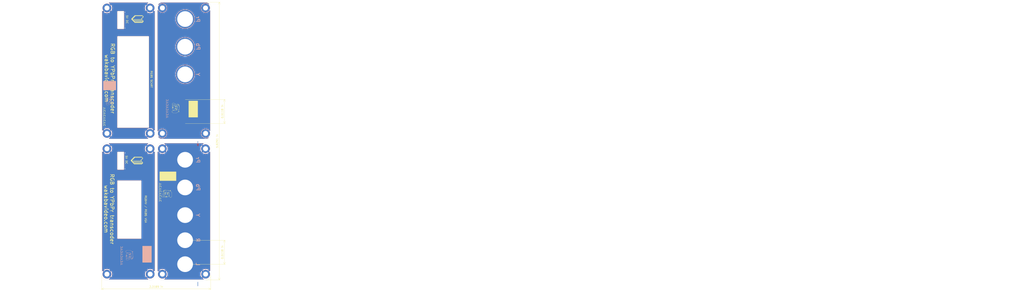
<source format=kicad_pcb>
(kicad_pcb (version 20171130) (host pcbnew "(5.1.12)-1")

  (general
    (thickness 1.6)
    (drawings 177)
    (tracks 14)
    (zones 0)
    (modules 22)
    (nets 4)
  )

  (page A4)
  (layers
    (0 F.Cu signal)
    (31 B.Cu signal)
    (32 B.Adhes user)
    (33 F.Adhes user)
    (34 B.Paste user)
    (35 F.Paste user)
    (36 B.SilkS user)
    (37 F.SilkS user)
    (38 B.Mask user)
    (39 F.Mask user)
    (40 Dwgs.User user)
    (41 Cmts.User user)
    (42 Eco1.User user)
    (43 Eco2.User user)
    (44 Edge.Cuts user)
    (45 Margin user)
    (46 B.CrtYd user)
    (47 F.CrtYd user)
    (48 B.Fab user)
    (49 F.Fab user)
  )

  (setup
    (last_trace_width 0.25)
    (trace_clearance 0.2)
    (zone_clearance 0.25)
    (zone_45_only no)
    (trace_min 0.2)
    (via_size 0.8)
    (via_drill 0.4)
    (via_min_size 0.4)
    (via_min_drill 0.3)
    (uvia_size 0.3)
    (uvia_drill 0.1)
    (uvias_allowed no)
    (uvia_min_size 0.2)
    (uvia_min_drill 0.1)
    (edge_width 0.05)
    (segment_width 0.2)
    (pcb_text_width 0.3)
    (pcb_text_size 1.5 1.5)
    (mod_edge_width 0.12)
    (mod_text_size 1 1)
    (mod_text_width 0.15)
    (pad_size 0.8 1.2)
    (pad_drill 0)
    (pad_to_mask_clearance 0.051)
    (solder_mask_min_width 0.25)
    (aux_axis_origin 0 0)
    (visible_elements 7FFFFFFF)
    (pcbplotparams
      (layerselection 0x010f0_ffffffff)
      (usegerberextensions false)
      (usegerberattributes false)
      (usegerberadvancedattributes false)
      (creategerberjobfile false)
      (excludeedgelayer true)
      (linewidth 0.100000)
      (plotframeref false)
      (viasonmask false)
      (mode 1)
      (useauxorigin false)
      (hpglpennumber 1)
      (hpglpenspeed 20)
      (hpglpendiameter 15.000000)
      (psnegative false)
      (psa4output false)
      (plotreference true)
      (plotvalue false)
      (plotinvisibletext false)
      (padsonsilk false)
      (subtractmaskfromsilk false)
      (outputformat 1)
      (mirror false)
      (drillshape 0)
      (scaleselection 1)
      (outputdirectory "./gerbscovers"))
  )

  (net 0 "")
  (net 1 /GND1)
  (net 2 /GND3)
  (net 3 /GND4)

  (net_class Default "This is the default net class."
    (clearance 0.2)
    (trace_width 0.25)
    (via_dia 0.8)
    (via_drill 0.4)
    (uvia_dia 0.3)
    (uvia_drill 0.1)
    (add_net /GND1)
    (add_net /GND3)
    (add_net /GND4)
  )

  (module MountingHole:MountingHole_2.7mm_M2.5_DIN965_Pad (layer F.Cu) (tedit 56D1B4CB) (tstamp 5F289D8E)
    (at 108.8 109)
    (descr "Mounting Hole 2.7mm, M2.5, DIN965")
    (tags "mounting hole 2.7mm m2.5 din965")
    (path /5CDE4AFE)
    (attr virtual)
    (fp_text reference H12 (at 0 -3.35) (layer F.SilkS) hide
      (effects (font (size 1 1) (thickness 0.15)))
    )
    (fp_text value MountingHole_Pad (at 0 3.35) (layer F.Fab)
      (effects (font (size 1 1) (thickness 0.15)))
    )
    (fp_circle (center 0 0) (end 2.35 0) (layer Cmts.User) (width 0.15))
    (fp_circle (center 0 0) (end 2.6 0) (layer F.CrtYd) (width 0.05))
    (fp_text user %R (at 0.3 0) (layer F.Fab)
      (effects (font (size 1 1) (thickness 0.15)))
    )
    (pad 1 thru_hole circle (at 0 0) (size 4.7 4.7) (drill 2.7) (layers *.Cu *.Mask))
  )

  (module MountingHole:MountingHole_2.7mm_M2.5_DIN965_Pad (layer F.Cu) (tedit 56D1B4CB) (tstamp 5F289D95)
    (at 132.15 41)
    (descr "Mounting Hole 2.7mm, M2.5, DIN965")
    (tags "mounting hole 2.7mm m2.5 din965")
    (path /5CDE4AF8)
    (attr virtual)
    (fp_text reference H8 (at 0 -3.35) (layer F.SilkS) hide
      (effects (font (size 1 1) (thickness 0.15)))
    )
    (fp_text value MountingHole_Pad (at 0 3.35) (layer F.Fab)
      (effects (font (size 1 1) (thickness 0.15)))
    )
    (fp_circle (center 0 0) (end 2.6 0) (layer F.CrtYd) (width 0.05))
    (fp_circle (center 0 0) (end 2.35 0) (layer Cmts.User) (width 0.15))
    (fp_text user %R (at 0.3 0) (layer F.Fab)
      (effects (font (size 1 1) (thickness 0.15)))
    )
    (pad 1 thru_hole circle (at 0 0) (size 4.7 4.7) (drill 2.7) (layers *.Cu *.Mask))
  )

  (module MountingHole:MountingHole_2.7mm_M2.5_DIN965_Pad (layer F.Cu) (tedit 56D1B4CB) (tstamp 5F289DA4)
    (at 132.2 109)
    (descr "Mounting Hole 2.7mm, M2.5, DIN965")
    (tags "mounting hole 2.7mm m2.5 din965")
    (path /5CDE4B04)
    (attr virtual)
    (fp_text reference H16 (at 0 -3.35) (layer F.SilkS) hide
      (effects (font (size 1 1) (thickness 0.15)))
    )
    (fp_text value MountingHole_Pad (at 0 3.35) (layer F.Fab)
      (effects (font (size 1 1) (thickness 0.15)))
    )
    (fp_circle (center 0 0) (end 2.6 0) (layer F.CrtYd) (width 0.05))
    (fp_circle (center 0 0) (end 2.35 0) (layer Cmts.User) (width 0.15))
    (fp_text user %R (at 0.3 0) (layer F.Fab)
      (effects (font (size 1 1) (thickness 0.15)))
    )
    (pad 1 thru_hole circle (at 0 0) (size 4.7 4.7) (drill 2.7) (layers *.Cu *.Mask))
  )

  (module MountingHole:MountingHole_2.7mm_M2.5_DIN965_Pad (layer F.Cu) (tedit 56D1B4CB) (tstamp 5F289D9C)
    (at 108.8 41)
    (descr "Mounting Hole 2.7mm, M2.5, DIN965")
    (tags "mounting hole 2.7mm m2.5 din965")
    (path /5CDE4AF2)
    (attr virtual)
    (fp_text reference H4 (at 0 -3.35) (layer F.SilkS) hide
      (effects (font (size 1 1) (thickness 0.15)))
    )
    (fp_text value MountingHole_Pad (at 0 3.35) (layer F.Fab)
      (effects (font (size 1 1) (thickness 0.15)))
    )
    (fp_circle (center 0 0) (end 2.35 0) (layer Cmts.User) (width 0.15))
    (fp_circle (center 0 0) (end 2.6 0) (layer F.CrtYd) (width 0.05))
    (fp_text user %R (at 0.3 0) (layer F.Fab)
      (effects (font (size 1 1) (thickness 0.15)))
    )
    (pad 1 thru_hole circle (at 0 0) (size 4.7 4.7) (drill 2.7) (layers *.Cu *.Mask))
  )

  (module MountingHole:MountingHole_2.7mm_M2.5_DIN965_Pad (layer F.Cu) (tedit 56D1B4CB) (tstamp 5CDD41AE)
    (at 108.8 185.3)
    (descr "Mounting Hole 2.7mm, M2.5, DIN965")
    (tags "mounting hole 2.7mm m2.5 din965")
    (path /5CDE4AFE)
    (attr virtual)
    (fp_text reference H12 (at 0 -3.35) (layer F.SilkS) hide
      (effects (font (size 1 1) (thickness 0.15)))
    )
    (fp_text value MountingHole_Pad (at 0 3.35) (layer F.Fab)
      (effects (font (size 1 1) (thickness 0.15)))
    )
    (fp_circle (center 0 0) (end 2.6 0) (layer F.CrtYd) (width 0.05))
    (fp_circle (center 0 0) (end 2.35 0) (layer Cmts.User) (width 0.15))
    (fp_text user %R (at 0.3 0) (layer F.Fab)
      (effects (font (size 1 1) (thickness 0.15)))
    )
    (pad 1 thru_hole circle (at 0 0) (size 4.7 4.7) (drill 2.7) (layers *.Cu *.Mask)
      (net 3 /GND4))
  )

  (module MountingHole:MountingHole_2.7mm_M2.5_DIN965_Pad (layer F.Cu) (tedit 56D1B4CB) (tstamp 5CDD418E)
    (at 132.15 117.3)
    (descr "Mounting Hole 2.7mm, M2.5, DIN965")
    (tags "mounting hole 2.7mm m2.5 din965")
    (path /5CDE4AF8)
    (attr virtual)
    (fp_text reference H8 (at 0 -3.35) (layer F.SilkS) hide
      (effects (font (size 1 1) (thickness 0.15)))
    )
    (fp_text value MountingHole_Pad (at 0 3.35) (layer F.Fab)
      (effects (font (size 1 1) (thickness 0.15)))
    )
    (fp_circle (center 0 0) (end 2.35 0) (layer Cmts.User) (width 0.15))
    (fp_circle (center 0 0) (end 2.6 0) (layer F.CrtYd) (width 0.05))
    (fp_text user %R (at 0.3 0) (layer F.Fab)
      (effects (font (size 1 1) (thickness 0.15)))
    )
    (pad 1 thru_hole circle (at 0 0) (size 4.7 4.7) (drill 2.7) (layers *.Cu *.Mask)
      (net 3 /GND4))
  )

  (module MountingHole:MountingHole_2.7mm_M2.5_DIN965_Pad (layer F.Cu) (tedit 56D1B4CB) (tstamp 5CDD41CE)
    (at 132.2 185.3)
    (descr "Mounting Hole 2.7mm, M2.5, DIN965")
    (tags "mounting hole 2.7mm m2.5 din965")
    (path /5CDE4B04)
    (attr virtual)
    (fp_text reference H16 (at 0 -3.35) (layer F.SilkS) hide
      (effects (font (size 1 1) (thickness 0.15)))
    )
    (fp_text value MountingHole_Pad (at 0 3.35) (layer F.Fab)
      (effects (font (size 1 1) (thickness 0.15)))
    )
    (fp_circle (center 0 0) (end 2.35 0) (layer Cmts.User) (width 0.15))
    (fp_circle (center 0 0) (end 2.6 0) (layer F.CrtYd) (width 0.05))
    (fp_text user %R (at 0.3 0) (layer F.Fab)
      (effects (font (size 1 1) (thickness 0.15)))
    )
    (pad 1 thru_hole circle (at 0 0) (size 4.7 4.7) (drill 2.7) (layers *.Cu *.Mask)
      (net 3 /GND4))
  )

  (module MountingHole:MountingHole_2.7mm_M2.5_DIN965_Pad (layer F.Cu) (tedit 56D1B4CB) (tstamp 5CDD416E)
    (at 108.8 117.3)
    (descr "Mounting Hole 2.7mm, M2.5, DIN965")
    (tags "mounting hole 2.7mm m2.5 din965")
    (path /5CDE4AF2)
    (attr virtual)
    (fp_text reference H4 (at 0 -3.35) (layer F.SilkS) hide
      (effects (font (size 1 1) (thickness 0.15)))
    )
    (fp_text value MountingHole_Pad (at 0 3.35) (layer F.Fab)
      (effects (font (size 1 1) (thickness 0.15)))
    )
    (fp_circle (center 0 0) (end 2.6 0) (layer F.CrtYd) (width 0.05))
    (fp_circle (center 0 0) (end 2.35 0) (layer Cmts.User) (width 0.15))
    (fp_text user %R (at 0.3 0) (layer F.Fab)
      (effects (font (size 1 1) (thickness 0.15)))
    )
    (pad 1 thru_hole circle (at 0 0) (size 4.7 4.7) (drill 2.7) (layers *.Cu *.Mask)
      (net 3 /GND4))
  )

  (module MountingHole:MountingHole_2.7mm_M2.5_DIN965_Pad (layer F.Cu) (tedit 56D1B4CB) (tstamp 5CDD4156)
    (at 78.8 41)
    (descr "Mounting Hole 2.7mm, M2.5, DIN965")
    (tags "mounting hole 2.7mm m2.5 din965")
    (path /5CDE160A)
    (attr virtual)
    (fp_text reference H1 (at 0 -3.35) (layer F.SilkS) hide
      (effects (font (size 1 1) (thickness 0.15)))
    )
    (fp_text value MountingHole_Pad (at 0 3.35) (layer F.Fab)
      (effects (font (size 1 1) (thickness 0.15)))
    )
    (fp_circle (center 0 0) (end 2.6 0) (layer F.CrtYd) (width 0.05))
    (fp_circle (center 0 0) (end 2.35 0) (layer Cmts.User) (width 0.15))
    (fp_text user %R (at 0.3 0) (layer F.Fab)
      (effects (font (size 1 1) (thickness 0.15)))
    )
    (pad 1 thru_hole circle (at 0 0) (size 4.7 4.7) (drill 2.7) (layers *.Cu *.Mask)
      (net 1 /GND1))
  )

  (module MountingHole:MountingHole_2.7mm_M2.5_DIN965_Pad (layer F.Cu) (tedit 56D1B4CB) (tstamp 5CDD41B6)
    (at 102.2 109)
    (descr "Mounting Hole 2.7mm, M2.5, DIN965")
    (tags "mounting hole 2.7mm m2.5 din965")
    (path /5CDE220F)
    (attr virtual)
    (fp_text reference H13 (at 0 -3.35) (layer F.SilkS) hide
      (effects (font (size 1 1) (thickness 0.15)))
    )
    (fp_text value MountingHole_Pad (at 0 3.35) (layer F.Fab)
      (effects (font (size 1 1) (thickness 0.15)))
    )
    (fp_circle (center 0 0) (end 2.35 0) (layer Cmts.User) (width 0.15))
    (fp_circle (center 0 0) (end 2.6 0) (layer F.CrtYd) (width 0.05))
    (fp_text user %R (at 0.3 0) (layer F.Fab)
      (effects (font (size 1 1) (thickness 0.15)))
    )
    (pad 1 thru_hole circle (at 0 0) (size 4.7 4.7) (drill 2.7) (layers *.Cu *.Mask)
      (net 1 /GND1))
  )

  (module MountingHole:MountingHole_2.7mm_M2.5_DIN965_Pad (layer F.Cu) (tedit 56D1B4CB) (tstamp 5CDD4176)
    (at 102.15 41)
    (descr "Mounting Hole 2.7mm, M2.5, DIN965")
    (tags "mounting hole 2.7mm m2.5 din965")
    (path /5CDE1AB4)
    (attr virtual)
    (fp_text reference H5 (at 0 -3.35) (layer F.SilkS) hide
      (effects (font (size 1 1) (thickness 0.15)))
    )
    (fp_text value MountingHole_Pad (at 0 3.35) (layer F.Fab)
      (effects (font (size 1 1) (thickness 0.15)))
    )
    (fp_circle (center 0 0) (end 2.35 0) (layer Cmts.User) (width 0.15))
    (fp_circle (center 0 0) (end 2.6 0) (layer F.CrtYd) (width 0.05))
    (fp_text user %R (at 0.3 0) (layer F.Fab)
      (effects (font (size 1 1) (thickness 0.15)))
    )
    (pad 1 thru_hole circle (at 0 0) (size 4.7 4.7) (drill 2.7) (layers *.Cu *.Mask)
      (net 1 /GND1))
  )

  (module videobits:wakaba (layer F.Cu) (tedit 0) (tstamp 5CDDA79F)
    (at 95.3 47 270)
    (fp_text reference G*** (at 0 0 90) (layer F.SilkS) hide
      (effects (font (size 1.524 1.524) (thickness 0.3)))
    )
    (fp_text value LOGO (at 0.75 0 90) (layer F.SilkS) hide
      (effects (font (size 1.524 1.524) (thickness 0.3)))
    )
    (fp_poly (pts (xy 0.8128 1.6256) (xy 0.4064 1.6256) (xy 0.4064 1.2192) (xy 0.8128 1.2192)
      (xy 0.8128 1.6256)) (layer F.SilkS) (width 0.01))
    (fp_poly (pts (xy 0.8128 0.8128) (xy 0.4064 0.8128) (xy 0.4064 0.4064) (xy 0.8128 0.4064)
      (xy 0.8128 0.8128)) (layer F.SilkS) (width 0.01))
    (fp_poly (pts (xy 0.8128 0) (xy 0.4064 0) (xy 0.4064 -0.4064) (xy 0.8128 -0.4064)
      (xy 0.8128 0)) (layer F.SilkS) (width 0.01))
    (fp_poly (pts (xy 0.8128 -0.8128) (xy 0.4064 -0.8128) (xy 0.4064 -1.2192) (xy 0.8128 -1.2192)
      (xy 0.8128 -0.8128)) (layer F.SilkS) (width 0.01))
    (fp_poly (pts (xy 0.8128 0.8128) (xy 1.2192 0.8128) (xy 1.2192 1.2192) (xy 0.8128 1.2192)
      (xy 0.8128 0.8128)) (layer F.SilkS) (width 0.01))
    (fp_poly (pts (xy 0 1.2192) (xy 0 0.8128) (xy 0.4064 0.8128) (xy 0.4064 1.2192)
      (xy 0 1.2192)) (layer F.SilkS) (width 0.01))
    (fp_poly (pts (xy 0.8128 0) (xy 1.2192 0) (xy 1.2192 0.4064) (xy 0.8128 0.4064)
      (xy 0.8128 0)) (layer F.SilkS) (width 0.01))
    (fp_poly (pts (xy 0 0.4064) (xy 0 0) (xy 0.4064 0) (xy 0.4064 0.4064)
      (xy 0 0.4064)) (layer F.SilkS) (width 0.01))
    (fp_poly (pts (xy 0.8128 -0.8128) (xy 1.2192 -0.8128) (xy 1.2192 -0.4064) (xy 0.8128 -0.4064)
      (xy 0.8128 -0.8128)) (layer F.SilkS) (width 0.01))
    (fp_poly (pts (xy 0 -0.4064) (xy 0 -0.8128) (xy 0.4064 -0.8128) (xy 0.4064 -0.4064)
      (xy 0 -0.4064)) (layer F.SilkS) (width 0.01))
    (fp_poly (pts (xy 0.8128 -1.6256) (xy 1.2192 -1.6256) (xy 1.2192 -1.2192) (xy 0.8128 -1.2192)
      (xy 0.8128 -1.6256)) (layer F.SilkS) (width 0.01))
    (fp_poly (pts (xy 0 -1.2192) (xy 0 -1.6256) (xy 0.4064 -1.6256) (xy 0.4064 -1.2192)
      (xy 0 -1.2192)) (layer F.SilkS) (width 0.01))
    (fp_poly (pts (xy 0.4064 -2.032) (xy 0.8128 -2.032) (xy 0.8128 -1.6256) (xy 0.4064 -1.6256)
      (xy 0.4064 -2.032)) (layer F.SilkS) (width 0.01))
    (fp_poly (pts (xy 0.8128 -2.4384) (xy 1.2192 -2.4384) (xy 1.2192 -2.032) (xy 0.8128 -2.032)
      (xy 0.8128 -2.4384)) (layer F.SilkS) (width 0.01))
    (fp_poly (pts (xy 0.4064 2.032) (xy 0 2.032) (xy 0 1.6256) (xy 0.4064 1.6256)
      (xy 0.4064 2.032)) (layer F.SilkS) (width 0.01))
    (fp_poly (pts (xy 0.4064 -2.4384) (xy 0.4064 -2.032) (xy -0.4064 -2.032) (xy -0.4064 -2.4384)
      (xy 0.4064 -2.4384)) (layer F.SilkS) (width 0.01))
    (fp_poly (pts (xy 0.4064 -2.8448) (xy 0.8128 -2.8448) (xy 0.8128 -2.4384) (xy 0.4064 -2.4384)
      (xy 0.4064 -2.8448)) (layer F.SilkS) (width 0.01))
    (fp_poly (pts (xy 0.8128 -3.2512) (xy 1.6256 -3.2512) (xy 1.6256 -2.8448) (xy 2.032 -2.8448)
      (xy 2.032 1.6256) (xy 1.6256 1.6256) (xy 1.6256 2.032) (xy 1.2192 2.032)
      (xy 1.2192 2.4384) (xy 0.8128 2.4384) (xy 0.8128 2.8448) (xy 0.4064 2.8448)
      (xy 0.4064 3.2512) (xy -0.4064 3.2512) (xy -0.4064 2.8448) (xy -0.8128 2.8448)
      (xy -0.8128 2.4384) (xy -1.2192 2.4384) (xy -1.2192 2.032) (xy -1.6256 2.032)
      (xy -1.6256 1.6256) (xy -2.032 1.6256) (xy -2.032 -2.8448) (xy -1.6256 -2.8448)
      (xy -1.6256 1.2192) (xy -1.2192 1.2192) (xy -1.2192 1.6256) (xy -0.8128 1.6256)
      (xy -0.8128 2.032) (xy -0.4064 2.032) (xy -0.4064 2.4384) (xy 0.4064 2.4384)
      (xy 0.4064 2.032) (xy 0.8128 2.032) (xy 0.8128 1.6256) (xy 1.2192 1.6256)
      (xy 1.2192 1.2192) (xy 1.6256 1.2192) (xy 1.6256 0.8128) (xy 1.2192 0.8128)
      (xy 1.2192 0.4064) (xy 1.6256 0.4064) (xy 1.6256 0) (xy 1.2192 0)
      (xy 1.2192 -0.4064) (xy 1.6256 -0.4064) (xy 1.6256 -0.8128) (xy 1.2192 -0.8128)
      (xy 1.2192 -1.2192) (xy 1.6256 -1.2192) (xy 1.6256 -1.6256) (xy 1.2192 -1.6256)
      (xy 1.2192 -2.032) (xy 1.6256 -2.032) (xy 1.6256 -2.4384) (xy 1.2192 -2.4384)
      (xy 1.2192 -2.8448) (xy 0.8128 -2.8448) (xy 0.8128 -3.2512)) (layer F.SilkS) (width 0.01))
    (fp_poly (pts (xy -1.6256 -3.2512) (xy -0.8128 -3.2512) (xy -0.8128 -2.8448) (xy -1.6256 -2.8448)
      (xy -1.6256 -3.2512)) (layer F.SilkS) (width 0.01))
    (fp_poly (pts (xy -0.8128 -2.4384) (xy -0.8128 -2.8448) (xy -0.4064 -2.8448) (xy -0.4064 -2.4384)
      (xy -0.8128 -2.4384)) (layer F.SilkS) (width 0.01))
  )

  (module MountingHole:MountingHole_2.7mm_M2.5_DIN965_Pad (layer F.Cu) (tedit 56D1B4CB) (tstamp 5CDD4196)
    (at 78.8 109)
    (descr "Mounting Hole 2.7mm, M2.5, DIN965")
    (tags "mounting hole 2.7mm m2.5 din965")
    (path /5CDE210A)
    (attr virtual)
    (fp_text reference H9 (at 0 -3.35) (layer F.SilkS) hide
      (effects (font (size 1 1) (thickness 0.15)))
    )
    (fp_text value MountingHole_Pad (at 0 3.35) (layer F.Fab)
      (effects (font (size 1 1) (thickness 0.15)))
    )
    (fp_circle (center 0 0) (end 2.6 0) (layer F.CrtYd) (width 0.05))
    (fp_circle (center 0 0) (end 2.35 0) (layer Cmts.User) (width 0.15))
    (fp_text user %R (at 0.3 0) (layer F.Fab)
      (effects (font (size 1 1) (thickness 0.15)))
    )
    (pad 1 thru_hole circle (at 0 0) (size 4.7 4.7) (drill 2.7) (layers *.Cu *.Mask)
      (net 1 /GND1))
  )

  (module videobits:uwusmaller (layer F.Cu) (tedit 0) (tstamp 5F289E8E)
    (at 116 95.3 270)
    (fp_text reference G*** (at 0 0 270) (layer F.SilkS) hide
      (effects (font (size 1.524 1.524) (thickness 0.3)))
    )
    (fp_text value LOGO (at 0.75 0 270) (layer F.SilkS) hide
      (effects (font (size 1.524 1.524) (thickness 0.3)))
    )
    (fp_poly (pts (xy -0.550333 -1.997758) (xy -0.527769 -1.939343) (xy -0.495057 -1.887921) (xy -0.453226 -1.842581)
      (xy -0.402576 -1.835444) (xy -0.313197 -1.865394) (xy -0.27822 -1.87983) (xy -0.134155 -1.925205)
      (xy 0.024312 -1.941989) (xy 0.211765 -1.928824) (xy 0.442786 -1.884351) (xy 0.731961 -1.807212)
      (xy 0.837613 -1.775873) (xy 1.082454 -1.703675) (xy 1.262161 -1.658801) (xy 1.392256 -1.642818)
      (xy 1.488259 -1.657293) (xy 1.565689 -1.703793) (xy 1.640067 -1.783884) (xy 1.700236 -1.862949)
      (xy 1.786417 -1.962144) (xy 1.840406 -1.983078) (xy 1.862173 -1.925742) (xy 1.862667 -1.907662)
      (xy 1.875514 -1.853791) (xy 1.9297 -1.839872) (xy 2.005451 -1.848828) (xy 2.115879 -1.852383)
      (xy 2.177022 -1.825414) (xy 2.177283 -1.824999) (xy 2.170112 -1.785932) (xy 2.129748 -1.77779)
      (xy 2.048207 -1.75198) (xy 1.94546 -1.688628) (xy 1.926167 -1.673479) (xy 1.799167 -1.569379)
      (xy 1.93675 -1.567856) (xy 2.03042 -1.555424) (xy 2.073945 -1.527187) (xy 2.074333 -1.524)
      (xy 2.038453 -1.490914) (xy 1.979083 -1.481553) (xy 1.932348 -1.475316) (xy 1.933621 -1.448489)
      (xy 1.989363 -1.388654) (xy 2.061642 -1.322803) (xy 2.29458 -1.060907) (xy 2.4833 -0.733324)
      (xy 2.594106 -0.4445) (xy 2.633665 -0.304051) (xy 2.660295 -0.166406) (xy 2.676239 -0.009638)
      (xy 2.68374 0.188178) (xy 2.685055 0.4445) (xy 2.673026 0.823434) (xy 2.637005 1.137588)
      (xy 2.572932 1.40447) (xy 2.476747 1.641588) (xy 2.361024 1.8415) (xy 2.277281 1.961106)
      (xy 2.209211 2.026104) (xy 2.129644 2.054911) (xy 2.031673 2.064762) (xy 1.79433 2.038798)
      (xy 1.662618 1.986767) (xy 1.499239 1.873724) (xy 1.37817 1.712799) (xy 1.289037 1.488833)
      (xy 1.267604 1.409621) (xy 1.212705 1.189409) (xy 1.082602 1.359327) (xy 0.93847 1.497063)
      (xy 0.728787 1.631038) (xy 0.47259 1.753846) (xy 0.188915 1.858081) (xy -0.103199 1.936336)
      (xy -0.384715 1.981206) (xy -0.535979 1.989016) (xy -0.735889 1.97134) (xy -0.956168 1.923353)
      (xy -1.165524 1.854218) (xy -1.332664 1.773098) (xy -1.376107 1.743015) (xy -1.487962 1.655029)
      (xy -1.6605 1.780014) (xy -1.782683 1.856522) (xy -1.900414 1.894022) (xy -2.055175 1.904896)
      (xy -2.079249 1.905) (xy -2.272972 1.888157) (xy -2.44647 1.842842) (xy -2.578107 1.77687)
      (xy -2.645362 1.700463) (xy -2.677642 1.562009) (xy -2.695136 1.374142) (xy -2.695729 1.295433)
      (xy -2.624667 1.295433) (xy -2.607796 1.5107) (xy -2.550153 1.658714) (xy -2.441197 1.751306)
      (xy -2.270384 1.800309) (xy -2.164654 1.811727) (xy -2.006871 1.817734) (xy -1.896707 1.802649)
      (xy -1.798188 1.758824) (xy -1.737866 1.72098) (xy -1.572196 1.611344) (xy -1.691954 1.483142)
      (xy -1.786269 1.32598) (xy -1.840478 1.110178) (xy -1.855172 0.851341) (xy -1.830941 0.565076)
      (xy -1.768375 0.266987) (xy -1.668066 -0.02732) (xy -1.631667 -0.110454) (xy -1.556158 -0.288752)
      (xy -1.494151 -0.462526) (xy -1.456684 -0.600105) (xy -1.452543 -0.624417) (xy -1.428578 -0.734199)
      (xy -1.397484 -0.797889) (xy -1.385349 -0.804334) (xy -1.357221 -0.768001) (xy -1.358186 -0.669936)
      (xy -1.384719 -0.526536) (xy -1.433293 -0.354199) (xy -1.500382 -0.169323) (xy -1.543382 -0.069363)
      (xy -1.672065 0.280205) (xy -1.744153 0.632423) (xy -1.755735 0.964343) (xy -1.741504 1.092856)
      (xy -1.662057 1.322318) (xy -1.503002 1.526078) (xy -1.26596 1.702305) (xy -1.143195 1.767836)
      (xy -1.013552 1.824826) (xy -0.894239 1.858803) (xy -0.75529 1.875211) (xy -0.566735 1.879497)
      (xy -0.529167 1.879419) (xy -0.312505 1.872472) (xy -0.126748 1.849242) (xy 0.066483 1.803108)
      (xy 0.256117 1.74398) (xy 0.567714 1.621096) (xy 0.809678 1.478351) (xy 0.996474 1.305708)
      (xy 1.10746 1.153174) (xy 1.146873 1.083718) (xy 1.173439 1.014293) (xy 1.189176 0.927548)
      (xy 1.196103 0.806133) (xy 1.19624 0.632698) (xy 1.192356 0.423653) (xy 1.173777 0.025326)
      (xy 1.135852 -0.301551) (xy 1.076429 -0.568433) (xy 0.993352 -0.786771) (xy 0.949059 -0.869887)
      (xy 0.882904 -1.003141) (xy 0.86492 -1.082798) (xy 0.888656 -1.101651) (xy 0.947665 -1.05249)
      (xy 1.021422 -0.950768) (xy 1.148571 -0.695058) (xy 1.229414 -0.396293) (xy 1.267036 -0.041144)
      (xy 1.270689 0.12531) (xy 1.276795 0.455291) (xy 1.292972 0.773477) (xy 1.317701 1.065071)
      (xy 1.349463 1.315276) (xy 1.38674 1.509292) (xy 1.42468 1.625613) (xy 1.52892 1.77428)
      (xy 1.672383 1.888225) (xy 1.835598 1.960931) (xy 1.999091 1.985882) (xy 2.143389 1.956561)
      (xy 2.227846 1.894416) (xy 2.337581 1.738099) (xy 2.445723 1.531015) (xy 2.536718 1.305906)
      (xy 2.584815 1.143) (xy 2.607805 1.002428) (xy 2.626457 0.806443) (xy 2.638463 0.584274)
      (xy 2.641698 0.423333) (xy 2.639651 0.189852) (xy 2.628664 0.010324) (xy 2.604502 -0.145834)
      (xy 2.562929 -0.309206) (xy 2.521835 -0.442265) (xy 2.457848 -0.620706) (xy 2.389837 -0.776954)
      (xy 2.328849 -0.886752) (xy 2.306894 -0.914288) (xy 2.232013 -1.001256) (xy 2.189365 -1.070795)
      (xy 2.142327 -1.132656) (xy 2.051553 -1.215776) (xy 2.003297 -1.253335) (xy 1.846154 -1.37434)
      (xy 1.751955 -1.462708) (xy 1.711634 -1.530337) (xy 1.71613 -1.589128) (xy 1.728908 -1.613577)
      (xy 1.775468 -1.707327) (xy 1.76491 -1.741406) (xy 1.702142 -1.713774) (xy 1.62836 -1.655386)
      (xy 1.530311 -1.579046) (xy 1.437162 -1.539541) (xy 1.313439 -1.525284) (xy 1.226193 -1.524)
      (xy 1.091501 -1.530461) (xy 1.000248 -1.547319) (xy 0.973667 -1.566334) (xy 1.007409 -1.608466)
      (xy 1.026583 -1.612887) (xy 1.051326 -1.62301) (xy 1.012577 -1.640204) (xy 0.930698 -1.659845)
      (xy 0.826053 -1.677307) (xy 0.719004 -1.687968) (xy 0.69094 -1.689114) (xy 0.562372 -1.706971)
      (xy 0.464257 -1.746192) (xy 0.448785 -1.758596) (xy 0.324452 -1.848686) (xy 0.177195 -1.8833)
      (xy -0.00946 -1.864037) (xy -0.173425 -1.819018) (xy -0.470367 -1.723539) (xy -0.53777 -1.819769)
      (xy -0.605172 -1.916) (xy -0.686714 -1.81525) (xy -0.752324 -1.752538) (xy -0.788731 -1.76514)
      (xy -0.790119 -1.768308) (xy -0.838059 -1.818958) (xy -0.927122 -1.880752) (xy -1.020865 -1.930894)
      (xy -1.07635 -1.947334) (xy -1.07987 -1.913714) (xy -1.058903 -1.842999) (xy -1.039366 -1.749268)
      (xy -1.075134 -1.719025) (xy -1.164873 -1.752831) (xy -1.209141 -1.780132) (xy -1.319023 -1.829236)
      (xy -1.450204 -1.857053) (xy -1.572628 -1.860767) (xy -1.656242 -1.837566) (xy -1.670326 -1.823312)
      (xy -1.651317 -1.785424) (xy -1.573654 -1.740966) (xy -1.548079 -1.730956) (xy -1.447877 -1.681696)
      (xy -1.430315 -1.640908) (xy -1.493393 -1.614831) (xy -1.587243 -1.608667) (xy -1.826666 -1.569227)
      (xy -2.03604 -1.450669) (xy -2.084917 -1.407554) (xy -2.17377 -1.312905) (xy -2.195275 -1.265575)
      (xy -2.150772 -1.26854) (xy -2.046362 -1.321958) (xy -1.921623 -1.378418) (xy -1.77168 -1.407583)
      (xy -1.595392 -1.41578) (xy -1.411917 -1.409183) (xy -1.310176 -1.386101) (xy -1.290618 -1.347025)
      (xy -1.353694 -1.292446) (xy -1.441206 -1.24799) (xy -1.60096 -1.154797) (xy -1.715801 -1.030438)
      (xy -1.801886 -0.853961) (xy -1.842785 -0.727252) (xy -1.889313 -0.597731) (xy -1.96669 -0.417033)
      (xy -2.064606 -0.207966) (xy -2.172747 0.00666) (xy -2.185713 0.03131) (xy -2.345644 0.343541)
      (xy -2.464004 0.5998) (xy -2.545888 0.814762) (xy -2.596391 1.003099) (xy -2.620608 1.179485)
      (xy -2.624667 1.295433) (xy -2.695729 1.295433) (xy -2.696668 1.171016) (xy -2.681059 0.986784)
      (xy -2.671747 0.935028) (xy -2.633027 0.807516) (xy -2.56405 0.629937) (xy -2.474884 0.426668)
      (xy -2.384326 0.239202) (xy -2.250506 -0.025019) (xy -2.149365 -0.226392) (xy -2.075126 -0.377498)
      (xy -2.022012 -0.490916) (xy -1.984245 -0.579228) (xy -1.956049 -0.655014) (xy -1.931645 -0.730855)
      (xy -1.918013 -0.776251) (xy -1.836928 -0.99588) (xy -1.738134 -1.151584) (xy -1.608049 -1.264005)
      (xy -1.589312 -1.275799) (xy -1.4605 -1.354351) (xy -1.608667 -1.353579) (xy -1.789099 -1.322972)
      (xy -1.998027 -1.240541) (xy -2.207895 -1.117921) (xy -2.265102 -1.076425) (xy -2.363765 -1.013539)
      (xy -2.409412 -1.013788) (xy -2.401931 -1.074207) (xy -2.34121 -1.191828) (xy -2.273426 -1.297128)
      (xy -2.089869 -1.501067) (xy -1.924176 -1.608581) (xy -1.7145 -1.714329) (xy -1.862667 -1.738717)
      (xy -2.010833 -1.763104) (xy -1.799167 -1.858973) (xy -1.606079 -1.92595) (xy -1.423656 -1.939023)
      (xy -1.390272 -1.936506) (xy -1.269201 -1.930514) (xy -1.216525 -1.944457) (xy -1.214885 -1.975085)
      (xy -1.202848 -2.019977) (xy -1.128944 -2.030111) (xy -1.008321 -2.005894) (xy -0.899056 -1.966586)
      (xy -0.795149 -1.927846) (xy -0.738035 -1.926174) (xy -0.698386 -1.961572) (xy -0.694665 -1.966586)
      (xy -0.633601 -2.01887) (xy -0.574762 -2.03045) (xy -0.550333 -1.997758)) (layer F.SilkS) (width 0.01))
    (fp_poly (pts (xy 0.110191 1.330053) (xy 0.112762 1.33629) (xy 0.099781 1.412469) (xy 0.023236 1.520087)
      (xy -0.002705 1.547956) (xy -0.124793 1.65379) (xy -0.226032 1.689613) (xy -0.323778 1.660971)
      (xy -0.335034 1.654141) (xy -0.417248 1.633643) (xy -0.527876 1.637824) (xy -0.638506 1.63048)
      (xy -0.747933 1.583673) (xy -0.841928 1.512084) (xy -0.906262 1.430395) (xy -0.926706 1.353285)
      (xy -0.889031 1.295436) (xy -0.869078 1.285786) (xy -0.796023 1.293609) (xy -0.701752 1.344742)
      (xy -0.693211 1.351263) (xy -0.610844 1.40792) (xy -0.556874 1.41144) (xy -0.508717 1.376481)
      (xy -0.405085 1.317464) (xy -0.313262 1.341673) (xy -0.269222 1.386416) (xy -0.223701 1.433087)
      (xy -0.182346 1.42113) (xy -0.13077 1.36525) (xy -0.036166 1.288443) (xy 0.050786 1.275923)
      (xy 0.110191 1.330053)) (layer F.SilkS) (width 0.01))
    (fp_poly (pts (xy -1.221604 0.626888) (xy -1.243922 0.713281) (xy -1.262561 0.761569) (xy -1.312621 0.864748)
      (xy -1.354739 0.924757) (xy -1.365818 0.930902) (xy -1.371834 0.897084) (xy -1.347511 0.812101)
      (xy -1.334068 0.777996) (xy -1.293282 0.676697) (xy -1.271257 0.614824) (xy -1.27 0.608663)
      (xy -1.237597 0.592908) (xy -1.230811 0.592666) (xy -1.221604 0.626888)) (layer F.SilkS) (width 0.01))
    (fp_poly (pts (xy -1.115282 0.648606) (xy -1.115806 0.697748) (xy -1.13957 0.755591) (xy -1.179299 0.844071)
      (xy -1.17849 0.876408) (xy -1.13937 0.843434) (xy -1.12318 0.823007) (xy -1.072785 0.769526)
      (xy -1.061235 0.789955) (xy -1.084029 0.86437) (xy -1.118455 0.919456) (xy -1.177984 0.917772)
      (xy -1.216455 0.903506) (xy -1.243718 0.86946) (xy -1.222515 0.795087) (xy -1.20275 0.754747)
      (xy -1.153337 0.675281) (xy -1.118281 0.646961) (xy -1.115282 0.648606)) (layer F.SilkS) (width 0.01))
    (fp_poly (pts (xy -1.493897 0.659411) (xy -1.52508 0.745707) (xy -1.574093 0.828724) (xy -1.623662 0.873564)
      (xy -1.631515 0.874888) (xy -1.686852 0.858461) (xy -1.693333 0.84532) (xy -1.670723 0.794961)
      (xy -1.617685 0.72011) (xy -1.556407 0.648068) (xy -1.509078 0.606138) (xy -1.497816 0.604739)
      (xy -1.493897 0.659411)) (layer F.SilkS) (width 0.01))
    (fp_poly (pts (xy -1.35954 0.664131) (xy -1.380762 0.730927) (xy -1.418167 0.804333) (xy -1.46226 0.864818)
      (xy -1.479996 0.848283) (xy -1.480167 0.844174) (xy -1.457081 0.759854) (xy -1.419513 0.696007)
      (xy -1.372513 0.648003) (xy -1.35954 0.664131)) (layer F.SilkS) (width 0.01))
    (fp_poly (pts (xy 0.283687 0.783571) (xy 0.252766 0.851742) (xy 0.208791 0.888783) (xy 0.205648 0.889)
      (xy 0.192342 0.858324) (xy 0.213607 0.800707) (xy 0.256316 0.74) (xy 0.279593 0.731148)
      (xy 0.283687 0.783571)) (layer F.SilkS) (width 0.01))
    (fp_poly (pts (xy 0.539089 0.603597) (xy 0.486863 0.685101) (xy 0.442345 0.740833) (xy 0.334778 0.867833)
      (xy 0.399921 0.732934) (xy 0.4552 0.634835) (xy 0.503587 0.574611) (xy 0.507699 0.571686)
      (xy 0.547716 0.561438) (xy 0.539089 0.603597)) (layer F.SilkS) (width 0.01))
    (fp_poly (pts (xy 0.675925 0.607156) (xy 0.653015 0.662286) (xy 0.595661 0.746618) (xy 0.592667 0.750448)
      (xy 0.536118 0.811181) (xy 0.508531 0.818909) (xy 0.508 0.814732) (xy 0.527836 0.763431)
      (xy 0.574119 0.694163) (xy 0.627006 0.631453) (xy 0.666659 0.599826) (xy 0.675925 0.607156)) (layer F.SilkS) (width 0.01))
    (fp_poly (pts (xy 0.888713 0.577558) (xy 0.889 0.583583) (xy 0.862779 0.641019) (xy 0.800962 0.723216)
      (xy 0.728814 0.800823) (xy 0.671603 0.844491) (xy 0.662519 0.846666) (xy 0.662228 0.817002)
      (xy 0.70326 0.743463) (xy 0.718755 0.720946) (xy 0.803979 0.6136) (xy 0.863564 0.563438)
      (xy 0.888713 0.577558)) (layer F.SilkS) (width 0.01))
    (fp_poly (pts (xy 1.008084 0.591786) (xy 0.995984 0.652981) (xy 0.948873 0.738976) (xy 0.889429 0.815087)
      (xy 0.841409 0.846666) (xy 0.838357 0.815893) (xy 0.875492 0.738526) (xy 0.899194 0.700201)
      (xy 0.960326 0.618783) (xy 1.001152 0.586955) (xy 1.008084 0.591786)) (layer F.SilkS) (width 0.01))
    (fp_poly (pts (xy -0.550918 0.711022) (xy -0.535025 0.740833) (xy -0.541529 0.795447) (xy -0.572829 0.804333)
      (xy -0.627794 0.770417) (xy -0.635 0.740833) (xy -0.614547 0.684462) (xy -0.597196 0.677333)
      (xy -0.550918 0.711022)) (layer F.SilkS) (width 0.01))
    (fp_poly (pts (xy -0.179166 0.693055) (xy -0.178549 0.726207) (xy -0.23198 0.782406) (xy -0.272967 0.797792)
      (xy -0.328834 0.78861) (xy -0.329451 0.755459) (xy -0.27602 0.699259) (xy -0.235033 0.683873)
      (xy -0.179166 0.693055)) (layer F.SilkS) (width 0.01))
    (fp_poly (pts (xy -0.526072 -0.310455) (xy -0.469171 -0.249613) (xy -0.465331 -0.143443) (xy -0.510048 -0.008702)
      (xy -0.598816 0.137851) (xy -0.66926 0.22225) (xy -0.796845 0.3173) (xy -0.927677 0.328219)
      (xy -1.067978 0.255487) (xy -1.070727 0.253338) (xy -1.17427 0.135506) (xy -1.236594 -0.007931)
      (xy -1.247632 -0.146945) (xy -1.227019 -0.212878) (xy -1.164268 -0.276998) (xy -1.115125 -0.278451)
      (xy -1.049188 -0.256797) (xy -1.033704 -0.254) (xy -1.021147 -0.217204) (xy -1.016 -0.130024)
      (xy -0.994481 -0.014645) (xy -0.941257 0.069215) (xy -0.873326 0.102387) (xy -0.82557 0.084724)
      (xy -0.772932 0.015598) (xy -0.719713 -0.090229) (xy -0.717126 -0.096654) (xy -0.652991 -0.236782)
      (xy -0.596245 -0.305439) (xy -0.536737 -0.313987) (xy -0.526072 -0.310455)) (layer F.SilkS) (width 0.01))
    (fp_poly (pts (xy 0.651615 -0.279067) (xy 0.674513 -0.212765) (xy 0.677333 -0.143187) (xy 0.662277 -0.031343)
      (xy 0.606534 0.070456) (xy 0.51298 0.174313) (xy 0.359202 0.296461) (xy 0.223916 0.336361)
      (xy 0.106219 0.294183) (xy 0.066473 0.257285) (xy 0.010535 0.155968) (xy -0.023863 0.019852)
      (xy -0.030948 -0.114067) (xy -0.00601 -0.207253) (xy 0.056349 -0.248974) (xy 0.120596 -0.224323)
      (xy 0.163635 -0.147824) (xy 0.169981 -0.096579) (xy 0.181823 0.009781) (xy 0.203827 0.073431)
      (xy 0.257469 0.098041) (xy 0.330098 0.060906) (xy 0.404333 -0.023257) (xy 0.462796 -0.139736)
      (xy 0.46571 -0.148298) (xy 0.523752 -0.261532) (xy 0.59595 -0.296334) (xy 0.651615 -0.279067)) (layer F.SilkS) (width 0.01))
    (fp_poly (pts (xy 0.150421 -0.872686) (xy 0.296091 -0.799942) (xy 0.321527 -0.783167) (xy 0.503783 -0.697393)
      (xy 0.637445 -0.677334) (xy 0.802759 -0.665797) (xy 0.89695 -0.627971) (xy 0.930795 -0.559033)
      (xy 0.931333 -0.545805) (xy 0.92114 -0.501635) (xy 0.878057 -0.477353) (xy 0.783329 -0.467291)
      (xy 0.666185 -0.465667) (xy 0.502885 -0.47217) (xy 0.381342 -0.500291) (xy 0.25927 -0.562955)
      (xy 0.18075 -0.614017) (xy 0.044608 -0.717662) (xy -0.014647 -0.794096) (xy -0.015239 -0.825683)
      (xy 0.044325 -0.881559) (xy 0.150421 -0.872686)) (layer F.SilkS) (width 0.01))
    (fp_poly (pts (xy -0.286369 -0.98033) (xy -0.282729 -0.976996) (xy -0.257113 -0.910584) (xy -0.280228 -0.856085)
      (xy -0.347591 -0.799289) (xy -0.470832 -0.736983) (xy -0.628801 -0.675619) (xy -0.800349 -0.621646)
      (xy -0.964328 -0.581516) (xy -1.099588 -0.561678) (xy -1.184979 -0.568582) (xy -1.197281 -0.576393)
      (xy -1.223854 -0.641129) (xy -1.227667 -0.680668) (xy -1.200947 -0.735258) (xy -1.110974 -0.771471)
      (xy -1.04775 -0.783724) (xy -0.910659 -0.815586) (xy -0.737956 -0.868594) (xy -0.599278 -0.918939)
      (xy -0.44043 -0.975817) (xy -0.341134 -0.995363) (xy -0.286369 -0.98033)) (layer F.SilkS) (width 0.01))
  )

  (module videobits:uwusmaller (layer B.Cu) (tedit 0) (tstamp 5F289E8E)
    (at 80.3 90.9 90)
    (fp_text reference G*** (at 0 0 90) (layer B.SilkS) hide
      (effects (font (size 1.524 1.524) (thickness 0.3)) (justify mirror))
    )
    (fp_text value LOGO (at 0.75 0 90) (layer B.SilkS) hide
      (effects (font (size 1.524 1.524) (thickness 0.3)) (justify mirror))
    )
    (fp_poly (pts (xy -0.550333 1.997758) (xy -0.527769 1.939343) (xy -0.495057 1.887921) (xy -0.453226 1.842581)
      (xy -0.402576 1.835444) (xy -0.313197 1.865394) (xy -0.27822 1.87983) (xy -0.134155 1.925205)
      (xy 0.024312 1.941989) (xy 0.211765 1.928824) (xy 0.442786 1.884351) (xy 0.731961 1.807212)
      (xy 0.837613 1.775873) (xy 1.082454 1.703675) (xy 1.262161 1.658801) (xy 1.392256 1.642818)
      (xy 1.488259 1.657293) (xy 1.565689 1.703793) (xy 1.640067 1.783884) (xy 1.700236 1.862949)
      (xy 1.786417 1.962144) (xy 1.840406 1.983078) (xy 1.862173 1.925742) (xy 1.862667 1.907662)
      (xy 1.875514 1.853791) (xy 1.9297 1.839872) (xy 2.005451 1.848828) (xy 2.115879 1.852383)
      (xy 2.177022 1.825414) (xy 2.177283 1.824999) (xy 2.170112 1.785932) (xy 2.129748 1.77779)
      (xy 2.048207 1.75198) (xy 1.94546 1.688628) (xy 1.926167 1.673479) (xy 1.799167 1.569379)
      (xy 1.93675 1.567856) (xy 2.03042 1.555424) (xy 2.073945 1.527187) (xy 2.074333 1.524)
      (xy 2.038453 1.490914) (xy 1.979083 1.481553) (xy 1.932348 1.475316) (xy 1.933621 1.448489)
      (xy 1.989363 1.388654) (xy 2.061642 1.322803) (xy 2.29458 1.060907) (xy 2.4833 0.733324)
      (xy 2.594106 0.4445) (xy 2.633665 0.304051) (xy 2.660295 0.166406) (xy 2.676239 0.009638)
      (xy 2.68374 -0.188178) (xy 2.685055 -0.4445) (xy 2.673026 -0.823434) (xy 2.637005 -1.137588)
      (xy 2.572932 -1.40447) (xy 2.476747 -1.641588) (xy 2.361024 -1.8415) (xy 2.277281 -1.961106)
      (xy 2.209211 -2.026104) (xy 2.129644 -2.054911) (xy 2.031673 -2.064762) (xy 1.79433 -2.038798)
      (xy 1.662618 -1.986767) (xy 1.499239 -1.873724) (xy 1.37817 -1.712799) (xy 1.289037 -1.488833)
      (xy 1.267604 -1.409621) (xy 1.212705 -1.189409) (xy 1.082602 -1.359327) (xy 0.93847 -1.497063)
      (xy 0.728787 -1.631038) (xy 0.47259 -1.753846) (xy 0.188915 -1.858081) (xy -0.103199 -1.936336)
      (xy -0.384715 -1.981206) (xy -0.535979 -1.989016) (xy -0.735889 -1.97134) (xy -0.956168 -1.923353)
      (xy -1.165524 -1.854218) (xy -1.332664 -1.773098) (xy -1.376107 -1.743015) (xy -1.487962 -1.655029)
      (xy -1.6605 -1.780014) (xy -1.782683 -1.856522) (xy -1.900414 -1.894022) (xy -2.055175 -1.904896)
      (xy -2.079249 -1.905) (xy -2.272972 -1.888157) (xy -2.44647 -1.842842) (xy -2.578107 -1.77687)
      (xy -2.645362 -1.700463) (xy -2.677642 -1.562009) (xy -2.695136 -1.374142) (xy -2.695729 -1.295433)
      (xy -2.624667 -1.295433) (xy -2.607796 -1.5107) (xy -2.550153 -1.658714) (xy -2.441197 -1.751306)
      (xy -2.270384 -1.800309) (xy -2.164654 -1.811727) (xy -2.006871 -1.817734) (xy -1.896707 -1.802649)
      (xy -1.798188 -1.758824) (xy -1.737866 -1.72098) (xy -1.572196 -1.611344) (xy -1.691954 -1.483142)
      (xy -1.786269 -1.32598) (xy -1.840478 -1.110178) (xy -1.855172 -0.851341) (xy -1.830941 -0.565076)
      (xy -1.768375 -0.266987) (xy -1.668066 0.02732) (xy -1.631667 0.110454) (xy -1.556158 0.288752)
      (xy -1.494151 0.462526) (xy -1.456684 0.600105) (xy -1.452543 0.624417) (xy -1.428578 0.734199)
      (xy -1.397484 0.797889) (xy -1.385349 0.804334) (xy -1.357221 0.768001) (xy -1.358186 0.669936)
      (xy -1.384719 0.526536) (xy -1.433293 0.354199) (xy -1.500382 0.169323) (xy -1.543382 0.069363)
      (xy -1.672065 -0.280205) (xy -1.744153 -0.632423) (xy -1.755735 -0.964343) (xy -1.741504 -1.092856)
      (xy -1.662057 -1.322318) (xy -1.503002 -1.526078) (xy -1.26596 -1.702305) (xy -1.143195 -1.767836)
      (xy -1.013552 -1.824826) (xy -0.894239 -1.858803) (xy -0.75529 -1.875211) (xy -0.566735 -1.879497)
      (xy -0.529167 -1.879419) (xy -0.312505 -1.872472) (xy -0.126748 -1.849242) (xy 0.066483 -1.803108)
      (xy 0.256117 -1.74398) (xy 0.567714 -1.621096) (xy 0.809678 -1.478351) (xy 0.996474 -1.305708)
      (xy 1.10746 -1.153174) (xy 1.146873 -1.083718) (xy 1.173439 -1.014293) (xy 1.189176 -0.927548)
      (xy 1.196103 -0.806133) (xy 1.19624 -0.632698) (xy 1.192356 -0.423653) (xy 1.173777 -0.025326)
      (xy 1.135852 0.301551) (xy 1.076429 0.568433) (xy 0.993352 0.786771) (xy 0.949059 0.869887)
      (xy 0.882904 1.003141) (xy 0.86492 1.082798) (xy 0.888656 1.101651) (xy 0.947665 1.05249)
      (xy 1.021422 0.950768) (xy 1.148571 0.695058) (xy 1.229414 0.396293) (xy 1.267036 0.041144)
      (xy 1.270689 -0.12531) (xy 1.276795 -0.455291) (xy 1.292972 -0.773477) (xy 1.317701 -1.065071)
      (xy 1.349463 -1.315276) (xy 1.38674 -1.509292) (xy 1.42468 -1.625613) (xy 1.52892 -1.77428)
      (xy 1.672383 -1.888225) (xy 1.835598 -1.960931) (xy 1.999091 -1.985882) (xy 2.143389 -1.956561)
      (xy 2.227846 -1.894416) (xy 2.337581 -1.738099) (xy 2.445723 -1.531015) (xy 2.536718 -1.305906)
      (xy 2.584815 -1.143) (xy 2.607805 -1.002428) (xy 2.626457 -0.806443) (xy 2.638463 -0.584274)
      (xy 2.641698 -0.423333) (xy 2.639651 -0.189852) (xy 2.628664 -0.010324) (xy 2.604502 0.145834)
      (xy 2.562929 0.309206) (xy 2.521835 0.442265) (xy 2.457848 0.620706) (xy 2.389837 0.776954)
      (xy 2.328849 0.886752) (xy 2.306894 0.914288) (xy 2.232013 1.001256) (xy 2.189365 1.070795)
      (xy 2.142327 1.132656) (xy 2.051553 1.215776) (xy 2.003297 1.253335) (xy 1.846154 1.37434)
      (xy 1.751955 1.462708) (xy 1.711634 1.530337) (xy 1.71613 1.589128) (xy 1.728908 1.613577)
      (xy 1.775468 1.707327) (xy 1.76491 1.741406) (xy 1.702142 1.713774) (xy 1.62836 1.655386)
      (xy 1.530311 1.579046) (xy 1.437162 1.539541) (xy 1.313439 1.525284) (xy 1.226193 1.524)
      (xy 1.091501 1.530461) (xy 1.000248 1.547319) (xy 0.973667 1.566334) (xy 1.007409 1.608466)
      (xy 1.026583 1.612887) (xy 1.051326 1.62301) (xy 1.012577 1.640204) (xy 0.930698 1.659845)
      (xy 0.826053 1.677307) (xy 0.719004 1.687968) (xy 0.69094 1.689114) (xy 0.562372 1.706971)
      (xy 0.464257 1.746192) (xy 0.448785 1.758596) (xy 0.324452 1.848686) (xy 0.177195 1.8833)
      (xy -0.00946 1.864037) (xy -0.173425 1.819018) (xy -0.470367 1.723539) (xy -0.53777 1.819769)
      (xy -0.605172 1.916) (xy -0.686714 1.81525) (xy -0.752324 1.752538) (xy -0.788731 1.76514)
      (xy -0.790119 1.768308) (xy -0.838059 1.818958) (xy -0.927122 1.880752) (xy -1.020865 1.930894)
      (xy -1.07635 1.947334) (xy -1.07987 1.913714) (xy -1.058903 1.842999) (xy -1.039366 1.749268)
      (xy -1.075134 1.719025) (xy -1.164873 1.752831) (xy -1.209141 1.780132) (xy -1.319023 1.829236)
      (xy -1.450204 1.857053) (xy -1.572628 1.860767) (xy -1.656242 1.837566) (xy -1.670326 1.823312)
      (xy -1.651317 1.785424) (xy -1.573654 1.740966) (xy -1.548079 1.730956) (xy -1.447877 1.681696)
      (xy -1.430315 1.640908) (xy -1.493393 1.614831) (xy -1.587243 1.608667) (xy -1.826666 1.569227)
      (xy -2.03604 1.450669) (xy -2.084917 1.407554) (xy -2.17377 1.312905) (xy -2.195275 1.265575)
      (xy -2.150772 1.26854) (xy -2.046362 1.321958) (xy -1.921623 1.378418) (xy -1.77168 1.407583)
      (xy -1.595392 1.41578) (xy -1.411917 1.409183) (xy -1.310176 1.386101) (xy -1.290618 1.347025)
      (xy -1.353694 1.292446) (xy -1.441206 1.24799) (xy -1.60096 1.154797) (xy -1.715801 1.030438)
      (xy -1.801886 0.853961) (xy -1.842785 0.727252) (xy -1.889313 0.597731) (xy -1.96669 0.417033)
      (xy -2.064606 0.207966) (xy -2.172747 -0.00666) (xy -2.185713 -0.03131) (xy -2.345644 -0.343541)
      (xy -2.464004 -0.5998) (xy -2.545888 -0.814762) (xy -2.596391 -1.003099) (xy -2.620608 -1.179485)
      (xy -2.624667 -1.295433) (xy -2.695729 -1.295433) (xy -2.696668 -1.171016) (xy -2.681059 -0.986784)
      (xy -2.671747 -0.935028) (xy -2.633027 -0.807516) (xy -2.56405 -0.629937) (xy -2.474884 -0.426668)
      (xy -2.384326 -0.239202) (xy -2.250506 0.025019) (xy -2.149365 0.226392) (xy -2.075126 0.377498)
      (xy -2.022012 0.490916) (xy -1.984245 0.579228) (xy -1.956049 0.655014) (xy -1.931645 0.730855)
      (xy -1.918013 0.776251) (xy -1.836928 0.99588) (xy -1.738134 1.151584) (xy -1.608049 1.264005)
      (xy -1.589312 1.275799) (xy -1.4605 1.354351) (xy -1.608667 1.353579) (xy -1.789099 1.322972)
      (xy -1.998027 1.240541) (xy -2.207895 1.117921) (xy -2.265102 1.076425) (xy -2.363765 1.013539)
      (xy -2.409412 1.013788) (xy -2.401931 1.074207) (xy -2.34121 1.191828) (xy -2.273426 1.297128)
      (xy -2.089869 1.501067) (xy -1.924176 1.608581) (xy -1.7145 1.714329) (xy -1.862667 1.738717)
      (xy -2.010833 1.763104) (xy -1.799167 1.858973) (xy -1.606079 1.92595) (xy -1.423656 1.939023)
      (xy -1.390272 1.936506) (xy -1.269201 1.930514) (xy -1.216525 1.944457) (xy -1.214885 1.975085)
      (xy -1.202848 2.019977) (xy -1.128944 2.030111) (xy -1.008321 2.005894) (xy -0.899056 1.966586)
      (xy -0.795149 1.927846) (xy -0.738035 1.926174) (xy -0.698386 1.961572) (xy -0.694665 1.966586)
      (xy -0.633601 2.01887) (xy -0.574762 2.03045) (xy -0.550333 1.997758)) (layer B.SilkS) (width 0.01))
    (fp_poly (pts (xy 0.110191 -1.330053) (xy 0.112762 -1.33629) (xy 0.099781 -1.412469) (xy 0.023236 -1.520087)
      (xy -0.002705 -1.547956) (xy -0.124793 -1.65379) (xy -0.226032 -1.689613) (xy -0.323778 -1.660971)
      (xy -0.335034 -1.654141) (xy -0.417248 -1.633643) (xy -0.527876 -1.637824) (xy -0.638506 -1.63048)
      (xy -0.747933 -1.583673) (xy -0.841928 -1.512084) (xy -0.906262 -1.430395) (xy -0.926706 -1.353285)
      (xy -0.889031 -1.295436) (xy -0.869078 -1.285786) (xy -0.796023 -1.293609) (xy -0.701752 -1.344742)
      (xy -0.693211 -1.351263) (xy -0.610844 -1.40792) (xy -0.556874 -1.41144) (xy -0.508717 -1.376481)
      (xy -0.405085 -1.317464) (xy -0.313262 -1.341673) (xy -0.269222 -1.386416) (xy -0.223701 -1.433087)
      (xy -0.182346 -1.42113) (xy -0.13077 -1.36525) (xy -0.036166 -1.288443) (xy 0.050786 -1.275923)
      (xy 0.110191 -1.330053)) (layer B.SilkS) (width 0.01))
    (fp_poly (pts (xy -1.221604 -0.626888) (xy -1.243922 -0.713281) (xy -1.262561 -0.761569) (xy -1.312621 -0.864748)
      (xy -1.354739 -0.924757) (xy -1.365818 -0.930902) (xy -1.371834 -0.897084) (xy -1.347511 -0.812101)
      (xy -1.334068 -0.777996) (xy -1.293282 -0.676697) (xy -1.271257 -0.614824) (xy -1.27 -0.608663)
      (xy -1.237597 -0.592908) (xy -1.230811 -0.592666) (xy -1.221604 -0.626888)) (layer B.SilkS) (width 0.01))
    (fp_poly (pts (xy -1.115282 -0.648606) (xy -1.115806 -0.697748) (xy -1.13957 -0.755591) (xy -1.179299 -0.844071)
      (xy -1.17849 -0.876408) (xy -1.13937 -0.843434) (xy -1.12318 -0.823007) (xy -1.072785 -0.769526)
      (xy -1.061235 -0.789955) (xy -1.084029 -0.86437) (xy -1.118455 -0.919456) (xy -1.177984 -0.917772)
      (xy -1.216455 -0.903506) (xy -1.243718 -0.86946) (xy -1.222515 -0.795087) (xy -1.20275 -0.754747)
      (xy -1.153337 -0.675281) (xy -1.118281 -0.646961) (xy -1.115282 -0.648606)) (layer B.SilkS) (width 0.01))
    (fp_poly (pts (xy -1.493897 -0.659411) (xy -1.52508 -0.745707) (xy -1.574093 -0.828724) (xy -1.623662 -0.873564)
      (xy -1.631515 -0.874888) (xy -1.686852 -0.858461) (xy -1.693333 -0.84532) (xy -1.670723 -0.794961)
      (xy -1.617685 -0.72011) (xy -1.556407 -0.648068) (xy -1.509078 -0.606138) (xy -1.497816 -0.604739)
      (xy -1.493897 -0.659411)) (layer B.SilkS) (width 0.01))
    (fp_poly (pts (xy -1.35954 -0.664131) (xy -1.380762 -0.730927) (xy -1.418167 -0.804333) (xy -1.46226 -0.864818)
      (xy -1.479996 -0.848283) (xy -1.480167 -0.844174) (xy -1.457081 -0.759854) (xy -1.419513 -0.696007)
      (xy -1.372513 -0.648003) (xy -1.35954 -0.664131)) (layer B.SilkS) (width 0.01))
    (fp_poly (pts (xy 0.283687 -0.783571) (xy 0.252766 -0.851742) (xy 0.208791 -0.888783) (xy 0.205648 -0.889)
      (xy 0.192342 -0.858324) (xy 0.213607 -0.800707) (xy 0.256316 -0.74) (xy 0.279593 -0.731148)
      (xy 0.283687 -0.783571)) (layer B.SilkS) (width 0.01))
    (fp_poly (pts (xy 0.539089 -0.603597) (xy 0.486863 -0.685101) (xy 0.442345 -0.740833) (xy 0.334778 -0.867833)
      (xy 0.399921 -0.732934) (xy 0.4552 -0.634835) (xy 0.503587 -0.574611) (xy 0.507699 -0.571686)
      (xy 0.547716 -0.561438) (xy 0.539089 -0.603597)) (layer B.SilkS) (width 0.01))
    (fp_poly (pts (xy 0.675925 -0.607156) (xy 0.653015 -0.662286) (xy 0.595661 -0.746618) (xy 0.592667 -0.750448)
      (xy 0.536118 -0.811181) (xy 0.508531 -0.818909) (xy 0.508 -0.814732) (xy 0.527836 -0.763431)
      (xy 0.574119 -0.694163) (xy 0.627006 -0.631453) (xy 0.666659 -0.599826) (xy 0.675925 -0.607156)) (layer B.SilkS) (width 0.01))
    (fp_poly (pts (xy 0.888713 -0.577558) (xy 0.889 -0.583583) (xy 0.862779 -0.641019) (xy 0.800962 -0.723216)
      (xy 0.728814 -0.800823) (xy 0.671603 -0.844491) (xy 0.662519 -0.846666) (xy 0.662228 -0.817002)
      (xy 0.70326 -0.743463) (xy 0.718755 -0.720946) (xy 0.803979 -0.6136) (xy 0.863564 -0.563438)
      (xy 0.888713 -0.577558)) (layer B.SilkS) (width 0.01))
    (fp_poly (pts (xy 1.008084 -0.591786) (xy 0.995984 -0.652981) (xy 0.948873 -0.738976) (xy 0.889429 -0.815087)
      (xy 0.841409 -0.846666) (xy 0.838357 -0.815893) (xy 0.875492 -0.738526) (xy 0.899194 -0.700201)
      (xy 0.960326 -0.618783) (xy 1.001152 -0.586955) (xy 1.008084 -0.591786)) (layer B.SilkS) (width 0.01))
    (fp_poly (pts (xy -0.550918 -0.711022) (xy -0.535025 -0.740833) (xy -0.541529 -0.795447) (xy -0.572829 -0.804333)
      (xy -0.627794 -0.770417) (xy -0.635 -0.740833) (xy -0.614547 -0.684462) (xy -0.597196 -0.677333)
      (xy -0.550918 -0.711022)) (layer B.SilkS) (width 0.01))
    (fp_poly (pts (xy -0.179166 -0.693055) (xy -0.178549 -0.726207) (xy -0.23198 -0.782406) (xy -0.272967 -0.797792)
      (xy -0.328834 -0.78861) (xy -0.329451 -0.755459) (xy -0.27602 -0.699259) (xy -0.235033 -0.683873)
      (xy -0.179166 -0.693055)) (layer B.SilkS) (width 0.01))
    (fp_poly (pts (xy -0.526072 0.310455) (xy -0.469171 0.249613) (xy -0.465331 0.143443) (xy -0.510048 0.008702)
      (xy -0.598816 -0.137851) (xy -0.66926 -0.22225) (xy -0.796845 -0.3173) (xy -0.927677 -0.328219)
      (xy -1.067978 -0.255487) (xy -1.070727 -0.253338) (xy -1.17427 -0.135506) (xy -1.236594 0.007931)
      (xy -1.247632 0.146945) (xy -1.227019 0.212878) (xy -1.164268 0.276998) (xy -1.115125 0.278451)
      (xy -1.049188 0.256797) (xy -1.033704 0.254) (xy -1.021147 0.217204) (xy -1.016 0.130024)
      (xy -0.994481 0.014645) (xy -0.941257 -0.069215) (xy -0.873326 -0.102387) (xy -0.82557 -0.084724)
      (xy -0.772932 -0.015598) (xy -0.719713 0.090229) (xy -0.717126 0.096654) (xy -0.652991 0.236782)
      (xy -0.596245 0.305439) (xy -0.536737 0.313987) (xy -0.526072 0.310455)) (layer B.SilkS) (width 0.01))
    (fp_poly (pts (xy 0.651615 0.279067) (xy 0.674513 0.212765) (xy 0.677333 0.143187) (xy 0.662277 0.031343)
      (xy 0.606534 -0.070456) (xy 0.51298 -0.174313) (xy 0.359202 -0.296461) (xy 0.223916 -0.336361)
      (xy 0.106219 -0.294183) (xy 0.066473 -0.257285) (xy 0.010535 -0.155968) (xy -0.023863 -0.019852)
      (xy -0.030948 0.114067) (xy -0.00601 0.207253) (xy 0.056349 0.248974) (xy 0.120596 0.224323)
      (xy 0.163635 0.147824) (xy 0.169981 0.096579) (xy 0.181823 -0.009781) (xy 0.203827 -0.073431)
      (xy 0.257469 -0.098041) (xy 0.330098 -0.060906) (xy 0.404333 0.023257) (xy 0.462796 0.139736)
      (xy 0.46571 0.148298) (xy 0.523752 0.261532) (xy 0.59595 0.296334) (xy 0.651615 0.279067)) (layer B.SilkS) (width 0.01))
    (fp_poly (pts (xy 0.150421 0.872686) (xy 0.296091 0.799942) (xy 0.321527 0.783167) (xy 0.503783 0.697393)
      (xy 0.637445 0.677334) (xy 0.802759 0.665797) (xy 0.89695 0.627971) (xy 0.930795 0.559033)
      (xy 0.931333 0.545805) (xy 0.92114 0.501635) (xy 0.878057 0.477353) (xy 0.783329 0.467291)
      (xy 0.666185 0.465667) (xy 0.502885 0.47217) (xy 0.381342 0.500291) (xy 0.25927 0.562955)
      (xy 0.18075 0.614017) (xy 0.044608 0.717662) (xy -0.014647 0.794096) (xy -0.015239 0.825683)
      (xy 0.044325 0.881559) (xy 0.150421 0.872686)) (layer B.SilkS) (width 0.01))
    (fp_poly (pts (xy -0.286369 0.98033) (xy -0.282729 0.976996) (xy -0.257113 0.910584) (xy -0.280228 0.856085)
      (xy -0.347591 0.799289) (xy -0.470832 0.736983) (xy -0.628801 0.675619) (xy -0.800349 0.621646)
      (xy -0.964328 0.581516) (xy -1.099588 0.561678) (xy -1.184979 0.568582) (xy -1.197281 0.576393)
      (xy -1.223854 0.641129) (xy -1.227667 0.680668) (xy -1.200947 0.735258) (xy -1.110974 0.771471)
      (xy -1.04775 0.783724) (xy -0.910659 0.815586) (xy -0.737956 0.868594) (xy -0.599278 0.918939)
      (xy -0.44043 0.975817) (xy -0.341134 0.995363) (xy -0.286369 0.98033)) (layer B.SilkS) (width 0.01))
  )

  (module videobits:uwusmaller (layer F.Cu) (tedit 0) (tstamp 5F289E8E)
    (at 111.3 141.7)
    (fp_text reference G*** (at 0 0 180) (layer F.SilkS) hide
      (effects (font (size 1.524 1.524) (thickness 0.3)))
    )
    (fp_text value LOGO (at 0.75 0 180) (layer F.SilkS) hide
      (effects (font (size 1.524 1.524) (thickness 0.3)))
    )
    (fp_poly (pts (xy -0.550333 -1.997758) (xy -0.527769 -1.939343) (xy -0.495057 -1.887921) (xy -0.453226 -1.842581)
      (xy -0.402576 -1.835444) (xy -0.313197 -1.865394) (xy -0.27822 -1.87983) (xy -0.134155 -1.925205)
      (xy 0.024312 -1.941989) (xy 0.211765 -1.928824) (xy 0.442786 -1.884351) (xy 0.731961 -1.807212)
      (xy 0.837613 -1.775873) (xy 1.082454 -1.703675) (xy 1.262161 -1.658801) (xy 1.392256 -1.642818)
      (xy 1.488259 -1.657293) (xy 1.565689 -1.703793) (xy 1.640067 -1.783884) (xy 1.700236 -1.862949)
      (xy 1.786417 -1.962144) (xy 1.840406 -1.983078) (xy 1.862173 -1.925742) (xy 1.862667 -1.907662)
      (xy 1.875514 -1.853791) (xy 1.9297 -1.839872) (xy 2.005451 -1.848828) (xy 2.115879 -1.852383)
      (xy 2.177022 -1.825414) (xy 2.177283 -1.824999) (xy 2.170112 -1.785932) (xy 2.129748 -1.77779)
      (xy 2.048207 -1.75198) (xy 1.94546 -1.688628) (xy 1.926167 -1.673479) (xy 1.799167 -1.569379)
      (xy 1.93675 -1.567856) (xy 2.03042 -1.555424) (xy 2.073945 -1.527187) (xy 2.074333 -1.524)
      (xy 2.038453 -1.490914) (xy 1.979083 -1.481553) (xy 1.932348 -1.475316) (xy 1.933621 -1.448489)
      (xy 1.989363 -1.388654) (xy 2.061642 -1.322803) (xy 2.29458 -1.060907) (xy 2.4833 -0.733324)
      (xy 2.594106 -0.4445) (xy 2.633665 -0.304051) (xy 2.660295 -0.166406) (xy 2.676239 -0.009638)
      (xy 2.68374 0.188178) (xy 2.685055 0.4445) (xy 2.673026 0.823434) (xy 2.637005 1.137588)
      (xy 2.572932 1.40447) (xy 2.476747 1.641588) (xy 2.361024 1.8415) (xy 2.277281 1.961106)
      (xy 2.209211 2.026104) (xy 2.129644 2.054911) (xy 2.031673 2.064762) (xy 1.79433 2.038798)
      (xy 1.662618 1.986767) (xy 1.499239 1.873724) (xy 1.37817 1.712799) (xy 1.289037 1.488833)
      (xy 1.267604 1.409621) (xy 1.212705 1.189409) (xy 1.082602 1.359327) (xy 0.93847 1.497063)
      (xy 0.728787 1.631038) (xy 0.47259 1.753846) (xy 0.188915 1.858081) (xy -0.103199 1.936336)
      (xy -0.384715 1.981206) (xy -0.535979 1.989016) (xy -0.735889 1.97134) (xy -0.956168 1.923353)
      (xy -1.165524 1.854218) (xy -1.332664 1.773098) (xy -1.376107 1.743015) (xy -1.487962 1.655029)
      (xy -1.6605 1.780014) (xy -1.782683 1.856522) (xy -1.900414 1.894022) (xy -2.055175 1.904896)
      (xy -2.079249 1.905) (xy -2.272972 1.888157) (xy -2.44647 1.842842) (xy -2.578107 1.77687)
      (xy -2.645362 1.700463) (xy -2.677642 1.562009) (xy -2.695136 1.374142) (xy -2.695729 1.295433)
      (xy -2.624667 1.295433) (xy -2.607796 1.5107) (xy -2.550153 1.658714) (xy -2.441197 1.751306)
      (xy -2.270384 1.800309) (xy -2.164654 1.811727) (xy -2.006871 1.817734) (xy -1.896707 1.802649)
      (xy -1.798188 1.758824) (xy -1.737866 1.72098) (xy -1.572196 1.611344) (xy -1.691954 1.483142)
      (xy -1.786269 1.32598) (xy -1.840478 1.110178) (xy -1.855172 0.851341) (xy -1.830941 0.565076)
      (xy -1.768375 0.266987) (xy -1.668066 -0.02732) (xy -1.631667 -0.110454) (xy -1.556158 -0.288752)
      (xy -1.494151 -0.462526) (xy -1.456684 -0.600105) (xy -1.452543 -0.624417) (xy -1.428578 -0.734199)
      (xy -1.397484 -0.797889) (xy -1.385349 -0.804334) (xy -1.357221 -0.768001) (xy -1.358186 -0.669936)
      (xy -1.384719 -0.526536) (xy -1.433293 -0.354199) (xy -1.500382 -0.169323) (xy -1.543382 -0.069363)
      (xy -1.672065 0.280205) (xy -1.744153 0.632423) (xy -1.755735 0.964343) (xy -1.741504 1.092856)
      (xy -1.662057 1.322318) (xy -1.503002 1.526078) (xy -1.26596 1.702305) (xy -1.143195 1.767836)
      (xy -1.013552 1.824826) (xy -0.894239 1.858803) (xy -0.75529 1.875211) (xy -0.566735 1.879497)
      (xy -0.529167 1.879419) (xy -0.312505 1.872472) (xy -0.126748 1.849242) (xy 0.066483 1.803108)
      (xy 0.256117 1.74398) (xy 0.567714 1.621096) (xy 0.809678 1.478351) (xy 0.996474 1.305708)
      (xy 1.10746 1.153174) (xy 1.146873 1.083718) (xy 1.173439 1.014293) (xy 1.189176 0.927548)
      (xy 1.196103 0.806133) (xy 1.19624 0.632698) (xy 1.192356 0.423653) (xy 1.173777 0.025326)
      (xy 1.135852 -0.301551) (xy 1.076429 -0.568433) (xy 0.993352 -0.786771) (xy 0.949059 -0.869887)
      (xy 0.882904 -1.003141) (xy 0.86492 -1.082798) (xy 0.888656 -1.101651) (xy 0.947665 -1.05249)
      (xy 1.021422 -0.950768) (xy 1.148571 -0.695058) (xy 1.229414 -0.396293) (xy 1.267036 -0.041144)
      (xy 1.270689 0.12531) (xy 1.276795 0.455291) (xy 1.292972 0.773477) (xy 1.317701 1.065071)
      (xy 1.349463 1.315276) (xy 1.38674 1.509292) (xy 1.42468 1.625613) (xy 1.52892 1.77428)
      (xy 1.672383 1.888225) (xy 1.835598 1.960931) (xy 1.999091 1.985882) (xy 2.143389 1.956561)
      (xy 2.227846 1.894416) (xy 2.337581 1.738099) (xy 2.445723 1.531015) (xy 2.536718 1.305906)
      (xy 2.584815 1.143) (xy 2.607805 1.002428) (xy 2.626457 0.806443) (xy 2.638463 0.584274)
      (xy 2.641698 0.423333) (xy 2.639651 0.189852) (xy 2.628664 0.010324) (xy 2.604502 -0.145834)
      (xy 2.562929 -0.309206) (xy 2.521835 -0.442265) (xy 2.457848 -0.620706) (xy 2.389837 -0.776954)
      (xy 2.328849 -0.886752) (xy 2.306894 -0.914288) (xy 2.232013 -1.001256) (xy 2.189365 -1.070795)
      (xy 2.142327 -1.132656) (xy 2.051553 -1.215776) (xy 2.003297 -1.253335) (xy 1.846154 -1.37434)
      (xy 1.751955 -1.462708) (xy 1.711634 -1.530337) (xy 1.71613 -1.589128) (xy 1.728908 -1.613577)
      (xy 1.775468 -1.707327) (xy 1.76491 -1.741406) (xy 1.702142 -1.713774) (xy 1.62836 -1.655386)
      (xy 1.530311 -1.579046) (xy 1.437162 -1.539541) (xy 1.313439 -1.525284) (xy 1.226193 -1.524)
      (xy 1.091501 -1.530461) (xy 1.000248 -1.547319) (xy 0.973667 -1.566334) (xy 1.007409 -1.608466)
      (xy 1.026583 -1.612887) (xy 1.051326 -1.62301) (xy 1.012577 -1.640204) (xy 0.930698 -1.659845)
      (xy 0.826053 -1.677307) (xy 0.719004 -1.687968) (xy 0.69094 -1.689114) (xy 0.562372 -1.706971)
      (xy 0.464257 -1.746192) (xy 0.448785 -1.758596) (xy 0.324452 -1.848686) (xy 0.177195 -1.8833)
      (xy -0.00946 -1.864037) (xy -0.173425 -1.819018) (xy -0.470367 -1.723539) (xy -0.53777 -1.819769)
      (xy -0.605172 -1.916) (xy -0.686714 -1.81525) (xy -0.752324 -1.752538) (xy -0.788731 -1.76514)
      (xy -0.790119 -1.768308) (xy -0.838059 -1.818958) (xy -0.927122 -1.880752) (xy -1.020865 -1.930894)
      (xy -1.07635 -1.947334) (xy -1.07987 -1.913714) (xy -1.058903 -1.842999) (xy -1.039366 -1.749268)
      (xy -1.075134 -1.719025) (xy -1.164873 -1.752831) (xy -1.209141 -1.780132) (xy -1.319023 -1.829236)
      (xy -1.450204 -1.857053) (xy -1.572628 -1.860767) (xy -1.656242 -1.837566) (xy -1.670326 -1.823312)
      (xy -1.651317 -1.785424) (xy -1.573654 -1.740966) (xy -1.548079 -1.730956) (xy -1.447877 -1.681696)
      (xy -1.430315 -1.640908) (xy -1.493393 -1.614831) (xy -1.587243 -1.608667) (xy -1.826666 -1.569227)
      (xy -2.03604 -1.450669) (xy -2.084917 -1.407554) (xy -2.17377 -1.312905) (xy -2.195275 -1.265575)
      (xy -2.150772 -1.26854) (xy -2.046362 -1.321958) (xy -1.921623 -1.378418) (xy -1.77168 -1.407583)
      (xy -1.595392 -1.41578) (xy -1.411917 -1.409183) (xy -1.310176 -1.386101) (xy -1.290618 -1.347025)
      (xy -1.353694 -1.292446) (xy -1.441206 -1.24799) (xy -1.60096 -1.154797) (xy -1.715801 -1.030438)
      (xy -1.801886 -0.853961) (xy -1.842785 -0.727252) (xy -1.889313 -0.597731) (xy -1.96669 -0.417033)
      (xy -2.064606 -0.207966) (xy -2.172747 0.00666) (xy -2.185713 0.03131) (xy -2.345644 0.343541)
      (xy -2.464004 0.5998) (xy -2.545888 0.814762) (xy -2.596391 1.003099) (xy -2.620608 1.179485)
      (xy -2.624667 1.295433) (xy -2.695729 1.295433) (xy -2.696668 1.171016) (xy -2.681059 0.986784)
      (xy -2.671747 0.935028) (xy -2.633027 0.807516) (xy -2.56405 0.629937) (xy -2.474884 0.426668)
      (xy -2.384326 0.239202) (xy -2.250506 -0.025019) (xy -2.149365 -0.226392) (xy -2.075126 -0.377498)
      (xy -2.022012 -0.490916) (xy -1.984245 -0.579228) (xy -1.956049 -0.655014) (xy -1.931645 -0.730855)
      (xy -1.918013 -0.776251) (xy -1.836928 -0.99588) (xy -1.738134 -1.151584) (xy -1.608049 -1.264005)
      (xy -1.589312 -1.275799) (xy -1.4605 -1.354351) (xy -1.608667 -1.353579) (xy -1.789099 -1.322972)
      (xy -1.998027 -1.240541) (xy -2.207895 -1.117921) (xy -2.265102 -1.076425) (xy -2.363765 -1.013539)
      (xy -2.409412 -1.013788) (xy -2.401931 -1.074207) (xy -2.34121 -1.191828) (xy -2.273426 -1.297128)
      (xy -2.089869 -1.501067) (xy -1.924176 -1.608581) (xy -1.7145 -1.714329) (xy -1.862667 -1.738717)
      (xy -2.010833 -1.763104) (xy -1.799167 -1.858973) (xy -1.606079 -1.92595) (xy -1.423656 -1.939023)
      (xy -1.390272 -1.936506) (xy -1.269201 -1.930514) (xy -1.216525 -1.944457) (xy -1.214885 -1.975085)
      (xy -1.202848 -2.019977) (xy -1.128944 -2.030111) (xy -1.008321 -2.005894) (xy -0.899056 -1.966586)
      (xy -0.795149 -1.927846) (xy -0.738035 -1.926174) (xy -0.698386 -1.961572) (xy -0.694665 -1.966586)
      (xy -0.633601 -2.01887) (xy -0.574762 -2.03045) (xy -0.550333 -1.997758)) (layer F.SilkS) (width 0.01))
    (fp_poly (pts (xy 0.110191 1.330053) (xy 0.112762 1.33629) (xy 0.099781 1.412469) (xy 0.023236 1.520087)
      (xy -0.002705 1.547956) (xy -0.124793 1.65379) (xy -0.226032 1.689613) (xy -0.323778 1.660971)
      (xy -0.335034 1.654141) (xy -0.417248 1.633643) (xy -0.527876 1.637824) (xy -0.638506 1.63048)
      (xy -0.747933 1.583673) (xy -0.841928 1.512084) (xy -0.906262 1.430395) (xy -0.926706 1.353285)
      (xy -0.889031 1.295436) (xy -0.869078 1.285786) (xy -0.796023 1.293609) (xy -0.701752 1.344742)
      (xy -0.693211 1.351263) (xy -0.610844 1.40792) (xy -0.556874 1.41144) (xy -0.508717 1.376481)
      (xy -0.405085 1.317464) (xy -0.313262 1.341673) (xy -0.269222 1.386416) (xy -0.223701 1.433087)
      (xy -0.182346 1.42113) (xy -0.13077 1.36525) (xy -0.036166 1.288443) (xy 0.050786 1.275923)
      (xy 0.110191 1.330053)) (layer F.SilkS) (width 0.01))
    (fp_poly (pts (xy -1.221604 0.626888) (xy -1.243922 0.713281) (xy -1.262561 0.761569) (xy -1.312621 0.864748)
      (xy -1.354739 0.924757) (xy -1.365818 0.930902) (xy -1.371834 0.897084) (xy -1.347511 0.812101)
      (xy -1.334068 0.777996) (xy -1.293282 0.676697) (xy -1.271257 0.614824) (xy -1.27 0.608663)
      (xy -1.237597 0.592908) (xy -1.230811 0.592666) (xy -1.221604 0.626888)) (layer F.SilkS) (width 0.01))
    (fp_poly (pts (xy -1.115282 0.648606) (xy -1.115806 0.697748) (xy -1.13957 0.755591) (xy -1.179299 0.844071)
      (xy -1.17849 0.876408) (xy -1.13937 0.843434) (xy -1.12318 0.823007) (xy -1.072785 0.769526)
      (xy -1.061235 0.789955) (xy -1.084029 0.86437) (xy -1.118455 0.919456) (xy -1.177984 0.917772)
      (xy -1.216455 0.903506) (xy -1.243718 0.86946) (xy -1.222515 0.795087) (xy -1.20275 0.754747)
      (xy -1.153337 0.675281) (xy -1.118281 0.646961) (xy -1.115282 0.648606)) (layer F.SilkS) (width 0.01))
    (fp_poly (pts (xy -1.493897 0.659411) (xy -1.52508 0.745707) (xy -1.574093 0.828724) (xy -1.623662 0.873564)
      (xy -1.631515 0.874888) (xy -1.686852 0.858461) (xy -1.693333 0.84532) (xy -1.670723 0.794961)
      (xy -1.617685 0.72011) (xy -1.556407 0.648068) (xy -1.509078 0.606138) (xy -1.497816 0.604739)
      (xy -1.493897 0.659411)) (layer F.SilkS) (width 0.01))
    (fp_poly (pts (xy -1.35954 0.664131) (xy -1.380762 0.730927) (xy -1.418167 0.804333) (xy -1.46226 0.864818)
      (xy -1.479996 0.848283) (xy -1.480167 0.844174) (xy -1.457081 0.759854) (xy -1.419513 0.696007)
      (xy -1.372513 0.648003) (xy -1.35954 0.664131)) (layer F.SilkS) (width 0.01))
    (fp_poly (pts (xy 0.283687 0.783571) (xy 0.252766 0.851742) (xy 0.208791 0.888783) (xy 0.205648 0.889)
      (xy 0.192342 0.858324) (xy 0.213607 0.800707) (xy 0.256316 0.74) (xy 0.279593 0.731148)
      (xy 0.283687 0.783571)) (layer F.SilkS) (width 0.01))
    (fp_poly (pts (xy 0.539089 0.603597) (xy 0.486863 0.685101) (xy 0.442345 0.740833) (xy 0.334778 0.867833)
      (xy 0.399921 0.732934) (xy 0.4552 0.634835) (xy 0.503587 0.574611) (xy 0.507699 0.571686)
      (xy 0.547716 0.561438) (xy 0.539089 0.603597)) (layer F.SilkS) (width 0.01))
    (fp_poly (pts (xy 0.675925 0.607156) (xy 0.653015 0.662286) (xy 0.595661 0.746618) (xy 0.592667 0.750448)
      (xy 0.536118 0.811181) (xy 0.508531 0.818909) (xy 0.508 0.814732) (xy 0.527836 0.763431)
      (xy 0.574119 0.694163) (xy 0.627006 0.631453) (xy 0.666659 0.599826) (xy 0.675925 0.607156)) (layer F.SilkS) (width 0.01))
    (fp_poly (pts (xy 0.888713 0.577558) (xy 0.889 0.583583) (xy 0.862779 0.641019) (xy 0.800962 0.723216)
      (xy 0.728814 0.800823) (xy 0.671603 0.844491) (xy 0.662519 0.846666) (xy 0.662228 0.817002)
      (xy 0.70326 0.743463) (xy 0.718755 0.720946) (xy 0.803979 0.6136) (xy 0.863564 0.563438)
      (xy 0.888713 0.577558)) (layer F.SilkS) (width 0.01))
    (fp_poly (pts (xy 1.008084 0.591786) (xy 0.995984 0.652981) (xy 0.948873 0.738976) (xy 0.889429 0.815087)
      (xy 0.841409 0.846666) (xy 0.838357 0.815893) (xy 0.875492 0.738526) (xy 0.899194 0.700201)
      (xy 0.960326 0.618783) (xy 1.001152 0.586955) (xy 1.008084 0.591786)) (layer F.SilkS) (width 0.01))
    (fp_poly (pts (xy -0.550918 0.711022) (xy -0.535025 0.740833) (xy -0.541529 0.795447) (xy -0.572829 0.804333)
      (xy -0.627794 0.770417) (xy -0.635 0.740833) (xy -0.614547 0.684462) (xy -0.597196 0.677333)
      (xy -0.550918 0.711022)) (layer F.SilkS) (width 0.01))
    (fp_poly (pts (xy -0.179166 0.693055) (xy -0.178549 0.726207) (xy -0.23198 0.782406) (xy -0.272967 0.797792)
      (xy -0.328834 0.78861) (xy -0.329451 0.755459) (xy -0.27602 0.699259) (xy -0.235033 0.683873)
      (xy -0.179166 0.693055)) (layer F.SilkS) (width 0.01))
    (fp_poly (pts (xy -0.526072 -0.310455) (xy -0.469171 -0.249613) (xy -0.465331 -0.143443) (xy -0.510048 -0.008702)
      (xy -0.598816 0.137851) (xy -0.66926 0.22225) (xy -0.796845 0.3173) (xy -0.927677 0.328219)
      (xy -1.067978 0.255487) (xy -1.070727 0.253338) (xy -1.17427 0.135506) (xy -1.236594 -0.007931)
      (xy -1.247632 -0.146945) (xy -1.227019 -0.212878) (xy -1.164268 -0.276998) (xy -1.115125 -0.278451)
      (xy -1.049188 -0.256797) (xy -1.033704 -0.254) (xy -1.021147 -0.217204) (xy -1.016 -0.130024)
      (xy -0.994481 -0.014645) (xy -0.941257 0.069215) (xy -0.873326 0.102387) (xy -0.82557 0.084724)
      (xy -0.772932 0.015598) (xy -0.719713 -0.090229) (xy -0.717126 -0.096654) (xy -0.652991 -0.236782)
      (xy -0.596245 -0.305439) (xy -0.536737 -0.313987) (xy -0.526072 -0.310455)) (layer F.SilkS) (width 0.01))
    (fp_poly (pts (xy 0.651615 -0.279067) (xy 0.674513 -0.212765) (xy 0.677333 -0.143187) (xy 0.662277 -0.031343)
      (xy 0.606534 0.070456) (xy 0.51298 0.174313) (xy 0.359202 0.296461) (xy 0.223916 0.336361)
      (xy 0.106219 0.294183) (xy 0.066473 0.257285) (xy 0.010535 0.155968) (xy -0.023863 0.019852)
      (xy -0.030948 -0.114067) (xy -0.00601 -0.207253) (xy 0.056349 -0.248974) (xy 0.120596 -0.224323)
      (xy 0.163635 -0.147824) (xy 0.169981 -0.096579) (xy 0.181823 0.009781) (xy 0.203827 0.073431)
      (xy 0.257469 0.098041) (xy 0.330098 0.060906) (xy 0.404333 -0.023257) (xy 0.462796 -0.139736)
      (xy 0.46571 -0.148298) (xy 0.523752 -0.261532) (xy 0.59595 -0.296334) (xy 0.651615 -0.279067)) (layer F.SilkS) (width 0.01))
    (fp_poly (pts (xy 0.150421 -0.872686) (xy 0.296091 -0.799942) (xy 0.321527 -0.783167) (xy 0.503783 -0.697393)
      (xy 0.637445 -0.677334) (xy 0.802759 -0.665797) (xy 0.89695 -0.627971) (xy 0.930795 -0.559033)
      (xy 0.931333 -0.545805) (xy 0.92114 -0.501635) (xy 0.878057 -0.477353) (xy 0.783329 -0.467291)
      (xy 0.666185 -0.465667) (xy 0.502885 -0.47217) (xy 0.381342 -0.500291) (xy 0.25927 -0.562955)
      (xy 0.18075 -0.614017) (xy 0.044608 -0.717662) (xy -0.014647 -0.794096) (xy -0.015239 -0.825683)
      (xy 0.044325 -0.881559) (xy 0.150421 -0.872686)) (layer F.SilkS) (width 0.01))
    (fp_poly (pts (xy -0.286369 -0.98033) (xy -0.282729 -0.976996) (xy -0.257113 -0.910584) (xy -0.280228 -0.856085)
      (xy -0.347591 -0.799289) (xy -0.470832 -0.736983) (xy -0.628801 -0.675619) (xy -0.800349 -0.621646)
      (xy -0.964328 -0.581516) (xy -1.099588 -0.561678) (xy -1.184979 -0.568582) (xy -1.197281 -0.576393)
      (xy -1.223854 -0.641129) (xy -1.227667 -0.680668) (xy -1.200947 -0.735258) (xy -1.110974 -0.771471)
      (xy -1.04775 -0.783724) (xy -0.910659 -0.815586) (xy -0.737956 -0.868594) (xy -0.599278 -0.918939)
      (xy -0.44043 -0.975817) (xy -0.341134 -0.995363) (xy -0.286369 -0.98033)) (layer F.SilkS) (width 0.01))
  )

  (module MountingHole:MountingHole_2.7mm_M2.5_DIN965_Pad (layer F.Cu) (tedit 56D1B4CB) (tstamp 5CDD41C6)
    (at 102.2 185.3)
    (descr "Mounting Hole 2.7mm, M2.5, DIN965")
    (tags "mounting hole 2.7mm m2.5 din965")
    (path /5CDE41CB)
    (attr virtual)
    (fp_text reference H15 (at 0 -3.35) (layer F.SilkS) hide
      (effects (font (size 1 1) (thickness 0.15)))
    )
    (fp_text value MountingHole_Pad (at 0 3.35) (layer F.Fab)
      (effects (font (size 1 1) (thickness 0.15)))
    )
    (fp_circle (center 0 0) (end 2.35 0) (layer Cmts.User) (width 0.15))
    (fp_circle (center 0 0) (end 2.6 0) (layer F.CrtYd) (width 0.05))
    (fp_text user %R (at 0.3 0) (layer F.Fab)
      (effects (font (size 1 1) (thickness 0.15)))
    )
    (pad 1 thru_hole circle (at 0 0) (size 4.7 4.7) (drill 2.7) (layers *.Cu *.Mask)
      (net 2 /GND3))
  )

  (module MountingHole:MountingHole_2.7mm_M2.5_DIN965_Pad (layer F.Cu) (tedit 56D1B4CB) (tstamp 5CDD4166)
    (at 78.8 117.3)
    (descr "Mounting Hole 2.7mm, M2.5, DIN965")
    (tags "mounting hole 2.7mm m2.5 din965")
    (path /5CDE41B9)
    (attr virtual)
    (fp_text reference H3 (at 0 -3.35) (layer F.SilkS) hide
      (effects (font (size 1 1) (thickness 0.15)))
    )
    (fp_text value MountingHole_Pad (at 0 3.35) (layer F.Fab)
      (effects (font (size 1 1) (thickness 0.15)))
    )
    (fp_circle (center 0 0) (end 2.6 0) (layer F.CrtYd) (width 0.05))
    (fp_circle (center 0 0) (end 2.35 0) (layer Cmts.User) (width 0.15))
    (fp_text user %R (at 0.3 0) (layer F.Fab)
      (effects (font (size 1 1) (thickness 0.15)))
    )
    (pad 1 thru_hole circle (at 0 0) (size 4.7 4.7) (drill 2.7) (layers *.Cu *.Mask)
      (net 2 /GND3))
  )

  (module MountingHole:MountingHole_2.7mm_M2.5_DIN965_Pad (layer F.Cu) (tedit 56D1B4CB) (tstamp 5CDD41A6)
    (at 78.8 185.3)
    (descr "Mounting Hole 2.7mm, M2.5, DIN965")
    (tags "mounting hole 2.7mm m2.5 din965")
    (path /5CDE41C5)
    (attr virtual)
    (fp_text reference H11 (at 0 -3.35) (layer F.SilkS) hide
      (effects (font (size 1 1) (thickness 0.15)))
    )
    (fp_text value MountingHole_Pad (at 0 3.35) (layer F.Fab)
      (effects (font (size 1 1) (thickness 0.15)))
    )
    (fp_circle (center 0 0) (end 2.6 0) (layer F.CrtYd) (width 0.05))
    (fp_circle (center 0 0) (end 2.35 0) (layer Cmts.User) (width 0.15))
    (fp_text user %R (at 0.3 0) (layer F.Fab)
      (effects (font (size 1 1) (thickness 0.15)))
    )
    (pad 1 thru_hole circle (at 0 0) (size 4.7 4.7) (drill 2.7) (layers *.Cu *.Mask)
      (net 2 /GND3))
  )

  (module MountingHole:MountingHole_2.7mm_M2.5_DIN965_Pad (layer F.Cu) (tedit 56D1B4CB) (tstamp 5CDD4186)
    (at 102.15 117.3)
    (descr "Mounting Hole 2.7mm, M2.5, DIN965")
    (tags "mounting hole 2.7mm m2.5 din965")
    (path /5CDE41BF)
    (attr virtual)
    (fp_text reference H7 (at 0 -3.35) (layer F.SilkS) hide
      (effects (font (size 1 1) (thickness 0.15)))
    )
    (fp_text value MountingHole_Pad (at 0 3.35) (layer F.Fab)
      (effects (font (size 1 1) (thickness 0.15)))
    )
    (fp_circle (center 0 0) (end 2.35 0) (layer Cmts.User) (width 0.15))
    (fp_circle (center 0 0) (end 2.6 0) (layer F.CrtYd) (width 0.05))
    (fp_text user %R (at 0.3 0) (layer F.Fab)
      (effects (font (size 1 1) (thickness 0.15)))
    )
    (pad 1 thru_hole circle (at 0 0) (size 4.7 4.7) (drill 2.7) (layers *.Cu *.Mask)
      (net 2 /GND3))
  )

  (module videobits:wakaba (layer F.Cu) (tedit 0) (tstamp 5CDDA7FC)
    (at 95 123.7 270)
    (fp_text reference G*** (at 0 0 90) (layer F.SilkS) hide
      (effects (font (size 1.524 1.524) (thickness 0.3)))
    )
    (fp_text value LOGO (at 0.75 0 90) (layer F.SilkS) hide
      (effects (font (size 1.524 1.524) (thickness 0.3)))
    )
    (fp_poly (pts (xy 0.8128 1.6256) (xy 0.4064 1.6256) (xy 0.4064 1.2192) (xy 0.8128 1.2192)
      (xy 0.8128 1.6256)) (layer F.SilkS) (width 0.01))
    (fp_poly (pts (xy 0.8128 0.8128) (xy 0.4064 0.8128) (xy 0.4064 0.4064) (xy 0.8128 0.4064)
      (xy 0.8128 0.8128)) (layer F.SilkS) (width 0.01))
    (fp_poly (pts (xy 0.8128 0) (xy 0.4064 0) (xy 0.4064 -0.4064) (xy 0.8128 -0.4064)
      (xy 0.8128 0)) (layer F.SilkS) (width 0.01))
    (fp_poly (pts (xy 0.8128 -0.8128) (xy 0.4064 -0.8128) (xy 0.4064 -1.2192) (xy 0.8128 -1.2192)
      (xy 0.8128 -0.8128)) (layer F.SilkS) (width 0.01))
    (fp_poly (pts (xy 0.8128 0.8128) (xy 1.2192 0.8128) (xy 1.2192 1.2192) (xy 0.8128 1.2192)
      (xy 0.8128 0.8128)) (layer F.SilkS) (width 0.01))
    (fp_poly (pts (xy 0 1.2192) (xy 0 0.8128) (xy 0.4064 0.8128) (xy 0.4064 1.2192)
      (xy 0 1.2192)) (layer F.SilkS) (width 0.01))
    (fp_poly (pts (xy 0.8128 0) (xy 1.2192 0) (xy 1.2192 0.4064) (xy 0.8128 0.4064)
      (xy 0.8128 0)) (layer F.SilkS) (width 0.01))
    (fp_poly (pts (xy 0 0.4064) (xy 0 0) (xy 0.4064 0) (xy 0.4064 0.4064)
      (xy 0 0.4064)) (layer F.SilkS) (width 0.01))
    (fp_poly (pts (xy 0.8128 -0.8128) (xy 1.2192 -0.8128) (xy 1.2192 -0.4064) (xy 0.8128 -0.4064)
      (xy 0.8128 -0.8128)) (layer F.SilkS) (width 0.01))
    (fp_poly (pts (xy 0 -0.4064) (xy 0 -0.8128) (xy 0.4064 -0.8128) (xy 0.4064 -0.4064)
      (xy 0 -0.4064)) (layer F.SilkS) (width 0.01))
    (fp_poly (pts (xy 0.8128 -1.6256) (xy 1.2192 -1.6256) (xy 1.2192 -1.2192) (xy 0.8128 -1.2192)
      (xy 0.8128 -1.6256)) (layer F.SilkS) (width 0.01))
    (fp_poly (pts (xy 0 -1.2192) (xy 0 -1.6256) (xy 0.4064 -1.6256) (xy 0.4064 -1.2192)
      (xy 0 -1.2192)) (layer F.SilkS) (width 0.01))
    (fp_poly (pts (xy 0.4064 -2.032) (xy 0.8128 -2.032) (xy 0.8128 -1.6256) (xy 0.4064 -1.6256)
      (xy 0.4064 -2.032)) (layer F.SilkS) (width 0.01))
    (fp_poly (pts (xy 0.8128 -2.4384) (xy 1.2192 -2.4384) (xy 1.2192 -2.032) (xy 0.8128 -2.032)
      (xy 0.8128 -2.4384)) (layer F.SilkS) (width 0.01))
    (fp_poly (pts (xy 0.4064 2.032) (xy 0 2.032) (xy 0 1.6256) (xy 0.4064 1.6256)
      (xy 0.4064 2.032)) (layer F.SilkS) (width 0.01))
    (fp_poly (pts (xy 0.4064 -2.4384) (xy 0.4064 -2.032) (xy -0.4064 -2.032) (xy -0.4064 -2.4384)
      (xy 0.4064 -2.4384)) (layer F.SilkS) (width 0.01))
    (fp_poly (pts (xy 0.4064 -2.8448) (xy 0.8128 -2.8448) (xy 0.8128 -2.4384) (xy 0.4064 -2.4384)
      (xy 0.4064 -2.8448)) (layer F.SilkS) (width 0.01))
    (fp_poly (pts (xy 0.8128 -3.2512) (xy 1.6256 -3.2512) (xy 1.6256 -2.8448) (xy 2.032 -2.8448)
      (xy 2.032 1.6256) (xy 1.6256 1.6256) (xy 1.6256 2.032) (xy 1.2192 2.032)
      (xy 1.2192 2.4384) (xy 0.8128 2.4384) (xy 0.8128 2.8448) (xy 0.4064 2.8448)
      (xy 0.4064 3.2512) (xy -0.4064 3.2512) (xy -0.4064 2.8448) (xy -0.8128 2.8448)
      (xy -0.8128 2.4384) (xy -1.2192 2.4384) (xy -1.2192 2.032) (xy -1.6256 2.032)
      (xy -1.6256 1.6256) (xy -2.032 1.6256) (xy -2.032 -2.8448) (xy -1.6256 -2.8448)
      (xy -1.6256 1.2192) (xy -1.2192 1.2192) (xy -1.2192 1.6256) (xy -0.8128 1.6256)
      (xy -0.8128 2.032) (xy -0.4064 2.032) (xy -0.4064 2.4384) (xy 0.4064 2.4384)
      (xy 0.4064 2.032) (xy 0.8128 2.032) (xy 0.8128 1.6256) (xy 1.2192 1.6256)
      (xy 1.2192 1.2192) (xy 1.6256 1.2192) (xy 1.6256 0.8128) (xy 1.2192 0.8128)
      (xy 1.2192 0.4064) (xy 1.6256 0.4064) (xy 1.6256 0) (xy 1.2192 0)
      (xy 1.2192 -0.4064) (xy 1.6256 -0.4064) (xy 1.6256 -0.8128) (xy 1.2192 -0.8128)
      (xy 1.2192 -1.2192) (xy 1.6256 -1.2192) (xy 1.6256 -1.6256) (xy 1.2192 -1.6256)
      (xy 1.2192 -2.032) (xy 1.6256 -2.032) (xy 1.6256 -2.4384) (xy 1.2192 -2.4384)
      (xy 1.2192 -2.8448) (xy 0.8128 -2.8448) (xy 0.8128 -3.2512)) (layer F.SilkS) (width 0.01))
    (fp_poly (pts (xy -1.6256 -3.2512) (xy -0.8128 -3.2512) (xy -0.8128 -2.8448) (xy -1.6256 -2.8448)
      (xy -1.6256 -3.2512)) (layer F.SilkS) (width 0.01))
    (fp_poly (pts (xy -0.8128 -2.4384) (xy -0.8128 -2.8448) (xy -0.4064 -2.8448) (xy -0.4064 -2.4384)
      (xy -0.8128 -2.4384)) (layer F.SilkS) (width 0.01))
  )

  (module videobits:uwusmaller (layer B.Cu) (tedit 0) (tstamp 5F289CEE)
    (at 91 175 90)
    (fp_text reference G*** (at 0 0 90) (layer B.SilkS) hide
      (effects (font (size 1.524 1.524) (thickness 0.3)) (justify mirror))
    )
    (fp_text value LOGO (at 0.75 0 90) (layer B.SilkS) hide
      (effects (font (size 1.524 1.524) (thickness 0.3)) (justify mirror))
    )
    (fp_poly (pts (xy -0.286369 0.98033) (xy -0.282729 0.976996) (xy -0.257113 0.910584) (xy -0.280228 0.856085)
      (xy -0.347591 0.799289) (xy -0.470832 0.736983) (xy -0.628801 0.675619) (xy -0.800349 0.621646)
      (xy -0.964328 0.581516) (xy -1.099588 0.561678) (xy -1.184979 0.568582) (xy -1.197281 0.576393)
      (xy -1.223854 0.641129) (xy -1.227667 0.680668) (xy -1.200947 0.735258) (xy -1.110974 0.771471)
      (xy -1.04775 0.783724) (xy -0.910659 0.815586) (xy -0.737956 0.868594) (xy -0.599278 0.918939)
      (xy -0.44043 0.975817) (xy -0.341134 0.995363) (xy -0.286369 0.98033)) (layer B.SilkS) (width 0.01))
    (fp_poly (pts (xy 0.150421 0.872686) (xy 0.296091 0.799942) (xy 0.321527 0.783167) (xy 0.503783 0.697393)
      (xy 0.637445 0.677334) (xy 0.802759 0.665797) (xy 0.89695 0.627971) (xy 0.930795 0.559033)
      (xy 0.931333 0.545805) (xy 0.92114 0.501635) (xy 0.878057 0.477353) (xy 0.783329 0.467291)
      (xy 0.666185 0.465667) (xy 0.502885 0.47217) (xy 0.381342 0.500291) (xy 0.25927 0.562955)
      (xy 0.18075 0.614017) (xy 0.044608 0.717662) (xy -0.014647 0.794096) (xy -0.015239 0.825683)
      (xy 0.044325 0.881559) (xy 0.150421 0.872686)) (layer B.SilkS) (width 0.01))
    (fp_poly (pts (xy 0.651615 0.279067) (xy 0.674513 0.212765) (xy 0.677333 0.143187) (xy 0.662277 0.031343)
      (xy 0.606534 -0.070456) (xy 0.51298 -0.174313) (xy 0.359202 -0.296461) (xy 0.223916 -0.336361)
      (xy 0.106219 -0.294183) (xy 0.066473 -0.257285) (xy 0.010535 -0.155968) (xy -0.023863 -0.019852)
      (xy -0.030948 0.114067) (xy -0.00601 0.207253) (xy 0.056349 0.248974) (xy 0.120596 0.224323)
      (xy 0.163635 0.147824) (xy 0.169981 0.096579) (xy 0.181823 -0.009781) (xy 0.203827 -0.073431)
      (xy 0.257469 -0.098041) (xy 0.330098 -0.060906) (xy 0.404333 0.023257) (xy 0.462796 0.139736)
      (xy 0.46571 0.148298) (xy 0.523752 0.261532) (xy 0.59595 0.296334) (xy 0.651615 0.279067)) (layer B.SilkS) (width 0.01))
    (fp_poly (pts (xy -0.526072 0.310455) (xy -0.469171 0.249613) (xy -0.465331 0.143443) (xy -0.510048 0.008702)
      (xy -0.598816 -0.137851) (xy -0.66926 -0.22225) (xy -0.796845 -0.3173) (xy -0.927677 -0.328219)
      (xy -1.067978 -0.255487) (xy -1.070727 -0.253338) (xy -1.17427 -0.135506) (xy -1.236594 0.007931)
      (xy -1.247632 0.146945) (xy -1.227019 0.212878) (xy -1.164268 0.276998) (xy -1.115125 0.278451)
      (xy -1.049188 0.256797) (xy -1.033704 0.254) (xy -1.021147 0.217204) (xy -1.016 0.130024)
      (xy -0.994481 0.014645) (xy -0.941257 -0.069215) (xy -0.873326 -0.102387) (xy -0.82557 -0.084724)
      (xy -0.772932 -0.015598) (xy -0.719713 0.090229) (xy -0.717126 0.096654) (xy -0.652991 0.236782)
      (xy -0.596245 0.305439) (xy -0.536737 0.313987) (xy -0.526072 0.310455)) (layer B.SilkS) (width 0.01))
    (fp_poly (pts (xy -0.179166 -0.693055) (xy -0.178549 -0.726207) (xy -0.23198 -0.782406) (xy -0.272967 -0.797792)
      (xy -0.328834 -0.78861) (xy -0.329451 -0.755459) (xy -0.27602 -0.699259) (xy -0.235033 -0.683873)
      (xy -0.179166 -0.693055)) (layer B.SilkS) (width 0.01))
    (fp_poly (pts (xy -0.550918 -0.711022) (xy -0.535025 -0.740833) (xy -0.541529 -0.795447) (xy -0.572829 -0.804333)
      (xy -0.627794 -0.770417) (xy -0.635 -0.740833) (xy -0.614547 -0.684462) (xy -0.597196 -0.677333)
      (xy -0.550918 -0.711022)) (layer B.SilkS) (width 0.01))
    (fp_poly (pts (xy 1.008084 -0.591786) (xy 0.995984 -0.652981) (xy 0.948873 -0.738976) (xy 0.889429 -0.815087)
      (xy 0.841409 -0.846666) (xy 0.838357 -0.815893) (xy 0.875492 -0.738526) (xy 0.899194 -0.700201)
      (xy 0.960326 -0.618783) (xy 1.001152 -0.586955) (xy 1.008084 -0.591786)) (layer B.SilkS) (width 0.01))
    (fp_poly (pts (xy 0.888713 -0.577558) (xy 0.889 -0.583583) (xy 0.862779 -0.641019) (xy 0.800962 -0.723216)
      (xy 0.728814 -0.800823) (xy 0.671603 -0.844491) (xy 0.662519 -0.846666) (xy 0.662228 -0.817002)
      (xy 0.70326 -0.743463) (xy 0.718755 -0.720946) (xy 0.803979 -0.6136) (xy 0.863564 -0.563438)
      (xy 0.888713 -0.577558)) (layer B.SilkS) (width 0.01))
    (fp_poly (pts (xy 0.675925 -0.607156) (xy 0.653015 -0.662286) (xy 0.595661 -0.746618) (xy 0.592667 -0.750448)
      (xy 0.536118 -0.811181) (xy 0.508531 -0.818909) (xy 0.508 -0.814732) (xy 0.527836 -0.763431)
      (xy 0.574119 -0.694163) (xy 0.627006 -0.631453) (xy 0.666659 -0.599826) (xy 0.675925 -0.607156)) (layer B.SilkS) (width 0.01))
    (fp_poly (pts (xy 0.539089 -0.603597) (xy 0.486863 -0.685101) (xy 0.442345 -0.740833) (xy 0.334778 -0.867833)
      (xy 0.399921 -0.732934) (xy 0.4552 -0.634835) (xy 0.503587 -0.574611) (xy 0.507699 -0.571686)
      (xy 0.547716 -0.561438) (xy 0.539089 -0.603597)) (layer B.SilkS) (width 0.01))
    (fp_poly (pts (xy 0.283687 -0.783571) (xy 0.252766 -0.851742) (xy 0.208791 -0.888783) (xy 0.205648 -0.889)
      (xy 0.192342 -0.858324) (xy 0.213607 -0.800707) (xy 0.256316 -0.74) (xy 0.279593 -0.731148)
      (xy 0.283687 -0.783571)) (layer B.SilkS) (width 0.01))
    (fp_poly (pts (xy -1.35954 -0.664131) (xy -1.380762 -0.730927) (xy -1.418167 -0.804333) (xy -1.46226 -0.864818)
      (xy -1.479996 -0.848283) (xy -1.480167 -0.844174) (xy -1.457081 -0.759854) (xy -1.419513 -0.696007)
      (xy -1.372513 -0.648003) (xy -1.35954 -0.664131)) (layer B.SilkS) (width 0.01))
    (fp_poly (pts (xy -1.493897 -0.659411) (xy -1.52508 -0.745707) (xy -1.574093 -0.828724) (xy -1.623662 -0.873564)
      (xy -1.631515 -0.874888) (xy -1.686852 -0.858461) (xy -1.693333 -0.84532) (xy -1.670723 -0.794961)
      (xy -1.617685 -0.72011) (xy -1.556407 -0.648068) (xy -1.509078 -0.606138) (xy -1.497816 -0.604739)
      (xy -1.493897 -0.659411)) (layer B.SilkS) (width 0.01))
    (fp_poly (pts (xy -1.115282 -0.648606) (xy -1.115806 -0.697748) (xy -1.13957 -0.755591) (xy -1.179299 -0.844071)
      (xy -1.17849 -0.876408) (xy -1.13937 -0.843434) (xy -1.12318 -0.823007) (xy -1.072785 -0.769526)
      (xy -1.061235 -0.789955) (xy -1.084029 -0.86437) (xy -1.118455 -0.919456) (xy -1.177984 -0.917772)
      (xy -1.216455 -0.903506) (xy -1.243718 -0.86946) (xy -1.222515 -0.795087) (xy -1.20275 -0.754747)
      (xy -1.153337 -0.675281) (xy -1.118281 -0.646961) (xy -1.115282 -0.648606)) (layer B.SilkS) (width 0.01))
    (fp_poly (pts (xy -1.221604 -0.626888) (xy -1.243922 -0.713281) (xy -1.262561 -0.761569) (xy -1.312621 -0.864748)
      (xy -1.354739 -0.924757) (xy -1.365818 -0.930902) (xy -1.371834 -0.897084) (xy -1.347511 -0.812101)
      (xy -1.334068 -0.777996) (xy -1.293282 -0.676697) (xy -1.271257 -0.614824) (xy -1.27 -0.608663)
      (xy -1.237597 -0.592908) (xy -1.230811 -0.592666) (xy -1.221604 -0.626888)) (layer B.SilkS) (width 0.01))
    (fp_poly (pts (xy 0.110191 -1.330053) (xy 0.112762 -1.33629) (xy 0.099781 -1.412469) (xy 0.023236 -1.520087)
      (xy -0.002705 -1.547956) (xy -0.124793 -1.65379) (xy -0.226032 -1.689613) (xy -0.323778 -1.660971)
      (xy -0.335034 -1.654141) (xy -0.417248 -1.633643) (xy -0.527876 -1.637824) (xy -0.638506 -1.63048)
      (xy -0.747933 -1.583673) (xy -0.841928 -1.512084) (xy -0.906262 -1.430395) (xy -0.926706 -1.353285)
      (xy -0.889031 -1.295436) (xy -0.869078 -1.285786) (xy -0.796023 -1.293609) (xy -0.701752 -1.344742)
      (xy -0.693211 -1.351263) (xy -0.610844 -1.40792) (xy -0.556874 -1.41144) (xy -0.508717 -1.376481)
      (xy -0.405085 -1.317464) (xy -0.313262 -1.341673) (xy -0.269222 -1.386416) (xy -0.223701 -1.433087)
      (xy -0.182346 -1.42113) (xy -0.13077 -1.36525) (xy -0.036166 -1.288443) (xy 0.050786 -1.275923)
      (xy 0.110191 -1.330053)) (layer B.SilkS) (width 0.01))
    (fp_poly (pts (xy -0.550333 1.997758) (xy -0.527769 1.939343) (xy -0.495057 1.887921) (xy -0.453226 1.842581)
      (xy -0.402576 1.835444) (xy -0.313197 1.865394) (xy -0.27822 1.87983) (xy -0.134155 1.925205)
      (xy 0.024312 1.941989) (xy 0.211765 1.928824) (xy 0.442786 1.884351) (xy 0.731961 1.807212)
      (xy 0.837613 1.775873) (xy 1.082454 1.703675) (xy 1.262161 1.658801) (xy 1.392256 1.642818)
      (xy 1.488259 1.657293) (xy 1.565689 1.703793) (xy 1.640067 1.783884) (xy 1.700236 1.862949)
      (xy 1.786417 1.962144) (xy 1.840406 1.983078) (xy 1.862173 1.925742) (xy 1.862667 1.907662)
      (xy 1.875514 1.853791) (xy 1.9297 1.839872) (xy 2.005451 1.848828) (xy 2.115879 1.852383)
      (xy 2.177022 1.825414) (xy 2.177283 1.824999) (xy 2.170112 1.785932) (xy 2.129748 1.77779)
      (xy 2.048207 1.75198) (xy 1.94546 1.688628) (xy 1.926167 1.673479) (xy 1.799167 1.569379)
      (xy 1.93675 1.567856) (xy 2.03042 1.555424) (xy 2.073945 1.527187) (xy 2.074333 1.524)
      (xy 2.038453 1.490914) (xy 1.979083 1.481553) (xy 1.932348 1.475316) (xy 1.933621 1.448489)
      (xy 1.989363 1.388654) (xy 2.061642 1.322803) (xy 2.29458 1.060907) (xy 2.4833 0.733324)
      (xy 2.594106 0.4445) (xy 2.633665 0.304051) (xy 2.660295 0.166406) (xy 2.676239 0.009638)
      (xy 2.68374 -0.188178) (xy 2.685055 -0.4445) (xy 2.673026 -0.823434) (xy 2.637005 -1.137588)
      (xy 2.572932 -1.40447) (xy 2.476747 -1.641588) (xy 2.361024 -1.8415) (xy 2.277281 -1.961106)
      (xy 2.209211 -2.026104) (xy 2.129644 -2.054911) (xy 2.031673 -2.064762) (xy 1.79433 -2.038798)
      (xy 1.662618 -1.986767) (xy 1.499239 -1.873724) (xy 1.37817 -1.712799) (xy 1.289037 -1.488833)
      (xy 1.267604 -1.409621) (xy 1.212705 -1.189409) (xy 1.082602 -1.359327) (xy 0.93847 -1.497063)
      (xy 0.728787 -1.631038) (xy 0.47259 -1.753846) (xy 0.188915 -1.858081) (xy -0.103199 -1.936336)
      (xy -0.384715 -1.981206) (xy -0.535979 -1.989016) (xy -0.735889 -1.97134) (xy -0.956168 -1.923353)
      (xy -1.165524 -1.854218) (xy -1.332664 -1.773098) (xy -1.376107 -1.743015) (xy -1.487962 -1.655029)
      (xy -1.6605 -1.780014) (xy -1.782683 -1.856522) (xy -1.900414 -1.894022) (xy -2.055175 -1.904896)
      (xy -2.079249 -1.905) (xy -2.272972 -1.888157) (xy -2.44647 -1.842842) (xy -2.578107 -1.77687)
      (xy -2.645362 -1.700463) (xy -2.677642 -1.562009) (xy -2.695136 -1.374142) (xy -2.695729 -1.295433)
      (xy -2.624667 -1.295433) (xy -2.607796 -1.5107) (xy -2.550153 -1.658714) (xy -2.441197 -1.751306)
      (xy -2.270384 -1.800309) (xy -2.164654 -1.811727) (xy -2.006871 -1.817734) (xy -1.896707 -1.802649)
      (xy -1.798188 -1.758824) (xy -1.737866 -1.72098) (xy -1.572196 -1.611344) (xy -1.691954 -1.483142)
      (xy -1.786269 -1.32598) (xy -1.840478 -1.110178) (xy -1.855172 -0.851341) (xy -1.830941 -0.565076)
      (xy -1.768375 -0.266987) (xy -1.668066 0.02732) (xy -1.631667 0.110454) (xy -1.556158 0.288752)
      (xy -1.494151 0.462526) (xy -1.456684 0.600105) (xy -1.452543 0.624417) (xy -1.428578 0.734199)
      (xy -1.397484 0.797889) (xy -1.385349 0.804334) (xy -1.357221 0.768001) (xy -1.358186 0.669936)
      (xy -1.384719 0.526536) (xy -1.433293 0.354199) (xy -1.500382 0.169323) (xy -1.543382 0.069363)
      (xy -1.672065 -0.280205) (xy -1.744153 -0.632423) (xy -1.755735 -0.964343) (xy -1.741504 -1.092856)
      (xy -1.662057 -1.322318) (xy -1.503002 -1.526078) (xy -1.26596 -1.702305) (xy -1.143195 -1.767836)
      (xy -1.013552 -1.824826) (xy -0.894239 -1.858803) (xy -0.75529 -1.875211) (xy -0.566735 -1.879497)
      (xy -0.529167 -1.879419) (xy -0.312505 -1.872472) (xy -0.126748 -1.849242) (xy 0.066483 -1.803108)
      (xy 0.256117 -1.74398) (xy 0.567714 -1.621096) (xy 0.809678 -1.478351) (xy 0.996474 -1.305708)
      (xy 1.10746 -1.153174) (xy 1.146873 -1.083718) (xy 1.173439 -1.014293) (xy 1.189176 -0.927548)
      (xy 1.196103 -0.806133) (xy 1.19624 -0.632698) (xy 1.192356 -0.423653) (xy 1.173777 -0.025326)
      (xy 1.135852 0.301551) (xy 1.076429 0.568433) (xy 0.993352 0.786771) (xy 0.949059 0.869887)
      (xy 0.882904 1.003141) (xy 0.86492 1.082798) (xy 0.888656 1.101651) (xy 0.947665 1.05249)
      (xy 1.021422 0.950768) (xy 1.148571 0.695058) (xy 1.229414 0.396293) (xy 1.267036 0.041144)
      (xy 1.270689 -0.12531) (xy 1.276795 -0.455291) (xy 1.292972 -0.773477) (xy 1.317701 -1.065071)
      (xy 1.349463 -1.315276) (xy 1.38674 -1.509292) (xy 1.42468 -1.625613) (xy 1.52892 -1.77428)
      (xy 1.672383 -1.888225) (xy 1.835598 -1.960931) (xy 1.999091 -1.985882) (xy 2.143389 -1.956561)
      (xy 2.227846 -1.894416) (xy 2.337581 -1.738099) (xy 2.445723 -1.531015) (xy 2.536718 -1.305906)
      (xy 2.584815 -1.143) (xy 2.607805 -1.002428) (xy 2.626457 -0.806443) (xy 2.638463 -0.584274)
      (xy 2.641698 -0.423333) (xy 2.639651 -0.189852) (xy 2.628664 -0.010324) (xy 2.604502 0.145834)
      (xy 2.562929 0.309206) (xy 2.521835 0.442265) (xy 2.457848 0.620706) (xy 2.389837 0.776954)
      (xy 2.328849 0.886752) (xy 2.306894 0.914288) (xy 2.232013 1.001256) (xy 2.189365 1.070795)
      (xy 2.142327 1.132656) (xy 2.051553 1.215776) (xy 2.003297 1.253335) (xy 1.846154 1.37434)
      (xy 1.751955 1.462708) (xy 1.711634 1.530337) (xy 1.71613 1.589128) (xy 1.728908 1.613577)
      (xy 1.775468 1.707327) (xy 1.76491 1.741406) (xy 1.702142 1.713774) (xy 1.62836 1.655386)
      (xy 1.530311 1.579046) (xy 1.437162 1.539541) (xy 1.313439 1.525284) (xy 1.226193 1.524)
      (xy 1.091501 1.530461) (xy 1.000248 1.547319) (xy 0.973667 1.566334) (xy 1.007409 1.608466)
      (xy 1.026583 1.612887) (xy 1.051326 1.62301) (xy 1.012577 1.640204) (xy 0.930698 1.659845)
      (xy 0.826053 1.677307) (xy 0.719004 1.687968) (xy 0.69094 1.689114) (xy 0.562372 1.706971)
      (xy 0.464257 1.746192) (xy 0.448785 1.758596) (xy 0.324452 1.848686) (xy 0.177195 1.8833)
      (xy -0.00946 1.864037) (xy -0.173425 1.819018) (xy -0.470367 1.723539) (xy -0.53777 1.819769)
      (xy -0.605172 1.916) (xy -0.686714 1.81525) (xy -0.752324 1.752538) (xy -0.788731 1.76514)
      (xy -0.790119 1.768308) (xy -0.838059 1.818958) (xy -0.927122 1.880752) (xy -1.020865 1.930894)
      (xy -1.07635 1.947334) (xy -1.07987 1.913714) (xy -1.058903 1.842999) (xy -1.039366 1.749268)
      (xy -1.075134 1.719025) (xy -1.164873 1.752831) (xy -1.209141 1.780132) (xy -1.319023 1.829236)
      (xy -1.450204 1.857053) (xy -1.572628 1.860767) (xy -1.656242 1.837566) (xy -1.670326 1.823312)
      (xy -1.651317 1.785424) (xy -1.573654 1.740966) (xy -1.548079 1.730956) (xy -1.447877 1.681696)
      (xy -1.430315 1.640908) (xy -1.493393 1.614831) (xy -1.587243 1.608667) (xy -1.826666 1.569227)
      (xy -2.03604 1.450669) (xy -2.084917 1.407554) (xy -2.17377 1.312905) (xy -2.195275 1.265575)
      (xy -2.150772 1.26854) (xy -2.046362 1.321958) (xy -1.921623 1.378418) (xy -1.77168 1.407583)
      (xy -1.595392 1.41578) (xy -1.411917 1.409183) (xy -1.310176 1.386101) (xy -1.290618 1.347025)
      (xy -1.353694 1.292446) (xy -1.441206 1.24799) (xy -1.60096 1.154797) (xy -1.715801 1.030438)
      (xy -1.801886 0.853961) (xy -1.842785 0.727252) (xy -1.889313 0.597731) (xy -1.96669 0.417033)
      (xy -2.064606 0.207966) (xy -2.172747 -0.00666) (xy -2.185713 -0.03131) (xy -2.345644 -0.343541)
      (xy -2.464004 -0.5998) (xy -2.545888 -0.814762) (xy -2.596391 -1.003099) (xy -2.620608 -1.179485)
      (xy -2.624667 -1.295433) (xy -2.695729 -1.295433) (xy -2.696668 -1.171016) (xy -2.681059 -0.986784)
      (xy -2.671747 -0.935028) (xy -2.633027 -0.807516) (xy -2.56405 -0.629937) (xy -2.474884 -0.426668)
      (xy -2.384326 -0.239202) (xy -2.250506 0.025019) (xy -2.149365 0.226392) (xy -2.075126 0.377498)
      (xy -2.022012 0.490916) (xy -1.984245 0.579228) (xy -1.956049 0.655014) (xy -1.931645 0.730855)
      (xy -1.918013 0.776251) (xy -1.836928 0.99588) (xy -1.738134 1.151584) (xy -1.608049 1.264005)
      (xy -1.589312 1.275799) (xy -1.4605 1.354351) (xy -1.608667 1.353579) (xy -1.789099 1.322972)
      (xy -1.998027 1.240541) (xy -2.207895 1.117921) (xy -2.265102 1.076425) (xy -2.363765 1.013539)
      (xy -2.409412 1.013788) (xy -2.401931 1.074207) (xy -2.34121 1.191828) (xy -2.273426 1.297128)
      (xy -2.089869 1.501067) (xy -1.924176 1.608581) (xy -1.7145 1.714329) (xy -1.862667 1.738717)
      (xy -2.010833 1.763104) (xy -1.799167 1.858973) (xy -1.606079 1.92595) (xy -1.423656 1.939023)
      (xy -1.390272 1.936506) (xy -1.269201 1.930514) (xy -1.216525 1.944457) (xy -1.214885 1.975085)
      (xy -1.202848 2.019977) (xy -1.128944 2.030111) (xy -1.008321 2.005894) (xy -0.899056 1.966586)
      (xy -0.795149 1.927846) (xy -0.738035 1.926174) (xy -0.698386 1.961572) (xy -0.694665 1.966586)
      (xy -0.633601 2.01887) (xy -0.574762 2.03045) (xy -0.550333 1.997758)) (layer B.SilkS) (width 0.01))
  )

  (gr_arc (start 108.5 40.35) (end 106 40.35) (angle 90) (layer F.Fab) (width 0.05) (tstamp 5F289DB5))
  (gr_line (start 134.9 75) (end 134.9 40.35) (layer Edge.Cuts) (width 0.05) (tstamp 5F289DBA))
  (gr_line (start 108.5 37.85) (end 132.4 37.85) (layer F.Fab) (width 0.05) (tstamp 5F289DAE))
  (gr_line (start 134.9 75) (end 134.9 40.35) (layer F.Fab) (width 0.05) (tstamp 5F289DB4))
  (gr_arc (start 132.4 109.65) (end 134.9 109.65) (angle 90) (layer Edge.Cuts) (width 0.05) (tstamp 5F289DC0))
  (gr_arc (start 132.4 40.35) (end 134.9 40.35) (angle -90) (layer Edge.Cuts) (width 0.05) (tstamp 5F289DB8))
  (gr_line (start 108.5 37.85) (end 132.4 37.85) (layer Edge.Cuts) (width 0.05) (tstamp 5F289DC4))
  (gr_line (start 106 75) (end 106 40.35) (layer Edge.Cuts) (width 0.05) (tstamp 5F289DC1))
  (gr_arc (start 132.4 40.35) (end 134.9 40.35) (angle -90) (layer F.Fab) (width 0.05) (tstamp 5F289DB3))
  (gr_line (start 108.5 112.15) (end 132.4 112.15) (layer Edge.Cuts) (width 0.05) (tstamp 5F289DB7))
  (dimension 13 (width 0.12) (layer F.SilkS) (tstamp 5F289DAC)
    (gr_text "13.000 mm" (at 143.67 97.1 270) (layer F.SilkS) (tstamp 5F289DAC)
      (effects (font (size 1 1) (thickness 0.15)))
    )
    (feature1 (pts (xy 121.2 103.6) (xy 142.986421 103.6)))
    (feature2 (pts (xy 121.2 90.6) (xy 142.986421 90.6)))
    (crossbar (pts (xy 142.4 90.6) (xy 142.4 103.6)))
    (arrow1a (pts (xy 142.4 103.6) (xy 141.813579 102.473496)))
    (arrow1b (pts (xy 142.4 103.6) (xy 142.986421 102.473496)))
    (arrow2a (pts (xy 142.4 90.6) (xy 141.813579 91.726504)))
    (arrow2b (pts (xy 142.4 90.6) (xy 142.986421 91.726504)))
  )
  (gr_arc (start 108.5 109.65) (end 106 109.65) (angle -90) (layer F.Fab) (width 0.05) (tstamp 5F289DAF))
  (gr_line (start 114.6 37.85) (end 114.6 112.15) (layer F.Fab) (width 0.15) (tstamp 5F289DB6))
  (gr_line (start 106 75) (end 106 109.65) (layer F.Fab) (width 0.05) (tstamp 5F289DB2))
  (gr_arc (start 108.5 40.35) (end 106 40.35) (angle 90) (layer Edge.Cuts) (width 0.05) (tstamp 5F289DBB))
  (gr_line (start 66 90.6) (end 246.7 90.6) (layer Eco1.User) (width 0.15))
  (gr_line (start 66 77) (end 251.85 77) (layer Eco1.User) (width 0.15))
  (gr_line (start 66 47) (end 256.75 47) (layer Eco1.User) (width 0.15))
  (gr_line (start 65.95 62) (end 264.85 62) (layer Eco1.User) (width 0.15))
  (gr_line (start 66 102.1) (end 247.5 102.1) (layer Eco1.User) (width 0.15))
  (gr_text Pr (at 128 47.1 270) (layer B.SilkS) (tstamp 5F289DCA)
    (effects (font (size 2 2) (thickness 0.3)) (justify mirror))
  )
  (gr_text Pb (at 128.1 138.2 270) (layer B.SilkS) (tstamp 5CDDA893)
    (effects (font (size 2 2) (thickness 0.3)) (justify mirror))
  )
  (gr_text R (at 128 166.8 270) (layer B.SilkS) (tstamp 5CDDA893)
    (effects (font (size 2 2) (thickness 0.3)) (justify mirror))
  )
  (gr_text Y (at 128 153.3 270) (layer B.SilkS) (tstamp 5CDDA893)
    (effects (font (size 2 2) (thickness 0.3)) (justify mirror))
  )
  (gr_text L (at 128 179.9 270) (layer B.SilkS)
    (effects (font (size 2 2) (thickness 0.3)) (justify mirror))
  )
  (gr_text JLCJLCJLCJLC (at 107.6 140.9 270) (layer F.SilkS) (tstamp 5F28A185)
    (effects (font (size 1 1) (thickness 0.15)))
  )
  (gr_text Pr (at 128 123.4 270) (layer B.SilkS) (tstamp 5CDDA893)
    (effects (font (size 2 2) (thickness 0.3)) (justify mirror))
  )
  (gr_text Y (at 128 77 270) (layer B.SilkS) (tstamp 5F289DCB)
    (effects (font (size 2 2) (thickness 0.3)) (justify mirror))
  )
  (gr_text JLCJLCJLCJLC (at 111.4 95.6 270) (layer B.SilkS) (tstamp 5F28A185)
    (effects (font (size 1 1) (thickness 0.15)) (justify mirror))
  )
  (gr_text Pb (at 128.1 61.9 270) (layer B.SilkS) (tstamp 5F289DCC)
    (effects (font (size 2 2) (thickness 0.3)) (justify mirror))
  )
  (gr_line (start 106 151.3) (end 106 116.65) (layer F.Fab) (width 0.05) (tstamp 5CDD4BCE))
  (gr_line (start 114.6 112.15) (end 114.6 112.95) (layer F.Fab) (width 0.15) (tstamp 5CDAF29B))
  (gr_line (start 106 75) (end 106 40.35) (layer F.Fab) (width 0.05) (tstamp 5F289DB1))
  (gr_arc (start 132.4 116.65) (end 134.9 116.65) (angle -90) (layer F.Fab) (width 0.05) (tstamp 5CDD4BC9))
  (gr_line (start 134.9 75) (end 134.9 109.65) (layer F.Fab) (width 0.05) (tstamp 5F289DBC))
  (gr_arc (start 108.5 116.65) (end 106 116.65) (angle 90) (layer F.Fab) (width 0.05) (tstamp 5CDD4BC7))
  (gr_arc (start 132.4 185.95) (end 134.9 185.95) (angle 90) (layer F.Fab) (width 0.05) (tstamp 5CDD4BCB))
  (dimension 58.9 (width 0.12) (layer F.SilkS)
    (gr_text "58.900 mm" (at 105.45 194.57) (layer F.SilkS)
      (effects (font (size 1 1) (thickness 0.15)))
    )
    (feature1 (pts (xy 76 185.95) (xy 76 193.886421)))
    (feature2 (pts (xy 134.9 185.95) (xy 134.9 193.886421)))
    (crossbar (pts (xy 134.9 193.3) (xy 76 193.3)))
    (arrow1a (pts (xy 76 193.3) (xy 77.126504 192.713579)))
    (arrow1b (pts (xy 76 193.3) (xy 77.126504 193.886421)))
    (arrow2a (pts (xy 134.9 193.3) (xy 133.773496 192.713579)))
    (arrow2b (pts (xy 134.9 193.3) (xy 133.773496 193.886421)))
  )
  (gr_line (start 134.9 151.3) (end 134.9 116.65) (layer F.Fab) (width 0.05) (tstamp 5CDD4BC8))
  (gr_line (start 114.6 114.15) (end 114.6 188.45) (layer F.Fab) (width 0.15) (tstamp 5CDD3854))
  (gr_line (start 114.6 114.15) (end 114.6 113.05) (layer F.Fab) (width 0.15) (tstamp 5CDD3857))
  (gr_line (start 108.5 188.45) (end 132.4 188.45) (layer Edge.Cuts) (width 0.05) (tstamp 5CDD3867))
  (dimension 13 (width 0.12) (layer F.SilkS)
    (gr_text "13.000 mm" (at 143.67 173.4 270) (layer F.SilkS)
      (effects (font (size 1 1) (thickness 0.15)))
    )
    (feature1 (pts (xy 121.2 179.9) (xy 142.986421 179.9)))
    (feature2 (pts (xy 121.2 166.9) (xy 142.986421 166.9)))
    (crossbar (pts (xy 142.4 166.9) (xy 142.4 179.9)))
    (arrow1a (pts (xy 142.4 179.9) (xy 141.813579 178.773496)))
    (arrow1b (pts (xy 142.4 179.9) (xy 142.986421 178.773496)))
    (arrow2a (pts (xy 142.4 166.9) (xy 141.813579 168.026504)))
    (arrow2b (pts (xy 142.4 166.9) (xy 142.986421 168.026504)))
  )
  (gr_line (start 106 151.3) (end 106 185.95) (layer F.Fab) (width 0.05) (tstamp 5CDD4BCA))
  (gr_arc (start 108.5 109.65) (end 106 109.65) (angle -90) (layer Edge.Cuts) (width 0.05) (tstamp 5F289DC3))
  (gr_line (start 108.5 114.15) (end 132.4 114.15) (layer F.Fab) (width 0.05) (tstamp 5CDD4BCD))
  (gr_arc (start 132.4 109.65) (end 134.9 109.65) (angle 90) (layer F.Fab) (width 0.05) (tstamp 5F289DB0))
  (dimension 150.6 (width 0.12) (layer F.SilkS)
    (gr_text "150.600 mm" (at 140.87 113.15 270) (layer F.SilkS)
      (effects (font (size 1 1) (thickness 0.15)))
    )
    (feature1 (pts (xy 132.4 188.45) (xy 140.186421 188.45)))
    (feature2 (pts (xy 132.4 37.85) (xy 140.186421 37.85)))
    (crossbar (pts (xy 139.6 37.85) (xy 139.6 188.45)))
    (arrow1a (pts (xy 139.6 188.45) (xy 139.013579 187.323496)))
    (arrow1b (pts (xy 139.6 188.45) (xy 140.186421 187.323496)))
    (arrow2a (pts (xy 139.6 37.85) (xy 139.013579 38.976504)))
    (arrow2b (pts (xy 139.6 37.85) (xy 140.186421 38.976504)))
  )
  (gr_line (start 113 112.15) (end 113 112.95) (layer F.Fab) (width 0.15) (tstamp 5CDAF293))
  (gr_line (start 108.5 112.15) (end 132.4 112.15) (layer F.Fab) (width 0.05) (tstamp 5F289DC2))
  (gr_line (start 106 75) (end 106 109.65) (layer Edge.Cuts) (width 0.05) (tstamp 5F289DB9))
  (gr_line (start 134.9 75) (end 134.9 109.65) (layer Edge.Cuts) (width 0.05) (tstamp 5F289DBE))
  (gr_arc (start 108.5 185.95) (end 106 185.95) (angle -90) (layer F.Fab) (width 0.05) (tstamp 5CDD4BCC))
  (gr_line (start 113 112.15) (end 113 112.95) (layer F.Fab) (width 0.15) (tstamp 5F289DBD))
  (gr_arc (start 132.4 185.95) (end 134.9 185.95) (angle 90) (layer Edge.Cuts) (width 0.05) (tstamp 5CDD385E))
  (gr_line (start 134.9 151.3) (end 134.9 116.65) (layer Edge.Cuts) (width 0.05) (tstamp 5CDD3860))
  (gr_arc (start 108.5 116.65) (end 106 116.65) (angle 90) (layer Edge.Cuts) (width 0.05) (tstamp 5CDD3853))
  (gr_line (start 134.9 151.3) (end 134.9 185.95) (layer Edge.Cuts) (width 0.05) (tstamp 5CDD3852))
  (gr_line (start 113 114.15) (end 113 113.05) (layer F.Fab) (width 0.15) (tstamp 5CDD386E))
  (gr_line (start 114.6 112.15) (end 114.6 112.95) (layer F.Fab) (width 0.15) (tstamp 5F289DBF))
  (gr_line (start 114.6 188.45) (end 114.6 189.25) (layer F.Fab) (width 0.15) (tstamp 5CDD384E))
  (gr_arc (start 132.4 116.65) (end 134.9 116.65) (angle -90) (layer Edge.Cuts) (width 0.05) (tstamp 5CDD3869))
  (gr_line (start 113 188.45) (end 113 189.25) (layer F.Fab) (width 0.15) (tstamp 5CDD385B))
  (gr_line (start 106 151.3) (end 106 116.65) (layer Edge.Cuts) (width 0.05) (tstamp 5CDD385F))
  (gr_line (start 108.5 188.45) (end 132.4 188.45) (layer F.Fab) (width 0.05) (tstamp 5CDD4BC5))
  (gr_line (start 106 151.3) (end 106 185.95) (layer Edge.Cuts) (width 0.05) (tstamp 5CDD3855))
  (gr_line (start 66 153.3) (end 251.85 153.3) (layer Eco1.User) (width 0.15) (tstamp 5CDD385D))
  (gr_line (start 65.95 138.3) (end 264.85 138.3) (layer Eco1.User) (width 0.15) (tstamp 5CDD3863))
  (gr_line (start 66 123.3) (end 256.75 123.3) (layer Eco1.User) (width 0.15) (tstamp 5CDD3862))
  (gr_arc (start 108.5 185.95) (end 106 185.95) (angle -90) (layer Edge.Cuts) (width 0.05) (tstamp 5CDD3859))
  (gr_line (start 134.9 151.3) (end 134.9 185.95) (layer F.Fab) (width 0.05) (tstamp 5CDD4BC6))
  (gr_line (start 66 178.4) (end 247.5 178.4) (layer Eco1.User) (width 0.15) (tstamp 5CDD385C))
  (gr_line (start 108.5 114.15) (end 132.4 114.15) (layer Edge.Cuts) (width 0.05) (tstamp 5CDD3858))
  (gr_line (start 66 166.9) (end 246.7 166.9) (layer Eco1.User) (width 0.15) (tstamp 5CDD3861))
  (gr_arc (start 102.4 109.65) (end 104.9 109.65) (angle 90) (layer Edge.Cuts) (width 0.05) (tstamp 5CDADDC9))
  (gr_arc (start 78.5 109.65) (end 76 109.65) (angle -90) (layer Edge.Cuts) (width 0.05))
  (gr_line (start 78.5 112.15) (end 102.4 112.15) (layer Edge.Cuts) (width 0.05) (tstamp 5CDADDF7))
  (gr_line (start 78.5 37.85) (end 102.4 37.85) (layer Edge.Cuts) (width 0.05) (tstamp 5CDADDF0))
  (gr_line (start 104.9 75) (end 104.9 109.65) (layer Edge.Cuts) (width 0.05) (tstamp 5CDADDCA))
  (gr_line (start 83 37.85) (end 83 36.75) (layer F.Fab) (width 0.15))
  (gr_arc (start 78.5 40.35) (end 76 40.35) (angle 90) (layer Edge.Cuts) (width 0.05))
  (gr_line (start 104.9 75) (end 104.9 40.35) (layer Edge.Cuts) (width 0.05) (tstamp 5CDADDC7))
  (gr_line (start 76 75) (end 76 109.65) (layer Edge.Cuts) (width 0.05) (tstamp 5CDADD8F))
  (gr_line (start 76 75) (end 76 40.35) (layer Edge.Cuts) (width 0.05))
  (gr_arc (start 102.4 40.35) (end 104.9 40.35) (angle -90) (layer Edge.Cuts) (width 0.05) (tstamp 5CDADDC8))
  (gr_line (start 84.6 37.85) (end 84.6 112.15) (layer F.Fab) (width 0.15) (tstamp 5CDAE0B8))
  (gr_line (start 84.6 37.85) (end 84.6 36.75) (layer F.Fab) (width 0.15))
  (gr_line (start 84.6 56.6) (end 84.7 56.5) (layer Edge.Cuts) (width 0.1))
  (gr_line (start 84.6 105.7) (end 84.6 56.6) (layer Edge.Cuts) (width 0.1))
  (gr_line (start 76 75) (end 76 40.35) (layer F.Fab) (width 0.05) (tstamp 5CDD4BCE))
  (gr_line (start 78.5 37.85) (end 102.4 37.85) (layer F.Fab) (width 0.05) (tstamp 5CDD4BCD))
  (gr_arc (start 78.5 109.65) (end 76 109.65) (angle -90) (layer F.Fab) (width 0.05) (tstamp 5CDD4BCC))
  (gr_arc (start 102.4 40.35) (end 104.9 40.35) (angle -90) (layer F.Fab) (width 0.05) (tstamp 5CDD4BC9))
  (gr_line (start 87.8 52.2) (end 84.7 52.2) (layer Edge.Cuts) (width 0.1))
  (gr_line (start 84.7 52.2) (end 84.6 52.1) (layer Edge.Cuts) (width 0.1))
  (gr_arc (start 78.5 40.35) (end 76 40.35) (angle 90) (layer F.Fab) (width 0.05) (tstamp 5CDD4BC7))
  (gr_line (start 101.25 105.75) (end 84.65 105.75) (layer Edge.Cuts) (width 0.1))
  (gr_line (start 101.25 56.5) (end 101.3 56.55) (layer Edge.Cuts) (width 0.1))
  (gr_line (start 84.7 56.5) (end 101.25 56.5) (layer Edge.Cuts) (width 0.1))
  (gr_line (start 87.9 52.1) (end 87.8 52.2) (layer Edge.Cuts) (width 0.1))
  (gr_line (start 101.3 105.7) (end 101.25 105.75) (layer Edge.Cuts) (width 0.1))
  (gr_line (start 84.6 43) (end 84.7 42.9) (layer Edge.Cuts) (width 0.1))
  (gr_line (start 76 75) (end 76 109.65) (layer F.Fab) (width 0.05) (tstamp 5CDD4BCA))
  (gr_line (start 87.8 42.9) (end 87.9 43) (layer Edge.Cuts) (width 0.1))
  (gr_line (start 104.9 75) (end 104.9 109.65) (layer F.Fab) (width 0.05) (tstamp 5CDD4BC6))
  (gr_line (start 78.5 112.15) (end 102.4 112.15) (layer F.Fab) (width 0.05) (tstamp 5CDD4BC5))
  (gr_line (start 84.65 105.75) (end 84.6 105.7) (layer Edge.Cuts) (width 0.1))
  (gr_line (start 104.9 75) (end 104.9 40.35) (layer F.Fab) (width 0.05) (tstamp 5CDD4BC8))
  (gr_line (start 84.7 42.9) (end 87.8 42.9) (layer Edge.Cuts) (width 0.1))
  (gr_line (start 87.9 43) (end 87.9 52.1) (layer Edge.Cuts) (width 0.1))
  (gr_arc (start 102.4 109.65) (end 104.9 109.65) (angle 90) (layer F.Fab) (width 0.05) (tstamp 5CDD4BCB))
  (gr_line (start 101.3 56.55) (end 101.3 105.7) (layer Edge.Cuts) (width 0.1))
  (gr_line (start 84.6 52.1) (end 84.6 43) (layer Edge.Cuts) (width 0.1))
  (gr_text "RGB to YPbPr transcoder\nwakabavideo.com" (at 80.3 79.2 -90) (layer F.SilkS) (tstamp 5CDDA94F)
    (effects (font (size 2 2) (thickness 0.3)))
  )
  (gr_text "5V DC" (at 89.7 47.2 270) (layer F.SilkS)
    (effects (font (size 1 1) (thickness 0.15)))
  )
  (gr_text "RGBS SCART" (at 102.9 79.7 270) (layer F.SilkS) (tstamp 5CDD5187)
    (effects (font (size 1 1) (thickness 0.15)))
  )
  (gr_text JLCJLCJLCJLC (at 77.4 99.9 270) (layer F.SilkS) (tstamp 5F28A185)
    (effects (font (size 1 1) (thickness 0.15)))
  )
  (gr_line (start 83 112.15) (end 83 112.95) (layer F.Fab) (width 0.15))
  (gr_line (start 84.6 112.15) (end 84.6 112.95) (layer F.Fab) (width 0.15))
  (gr_line (start 87.9 128.4) (end 87.8 128.5) (layer Edge.Cuts) (width 0.1) (tstamp 5CDD3A05))
  (gr_line (start 84.6 128.4) (end 84.6 119.3) (layer Edge.Cuts) (width 0.1) (tstamp 5CDD3A01))
  (gr_line (start 84.7 128.5) (end 84.6 128.4) (layer Edge.Cuts) (width 0.1) (tstamp 5CDD3A04))
  (gr_line (start 84.7 119.2) (end 87.8 119.2) (layer Edge.Cuts) (width 0.1) (tstamp 5CDD3A00))
  (gr_line (start 84.6 119.3) (end 84.7 119.2) (layer Edge.Cuts) (width 0.1) (tstamp 5CDD39FE))
  (gr_line (start 87.9 119.3) (end 87.9 128.4) (layer Edge.Cuts) (width 0.1) (tstamp 5CDD3A02))
  (gr_line (start 87.8 128.5) (end 84.7 128.5) (layer Edge.Cuts) (width 0.1) (tstamp 5CDD3A03))
  (gr_line (start 87.8 119.2) (end 87.9 119.3) (layer Edge.Cuts) (width 0.1) (tstamp 5CDD39FF))
  (gr_line (start 84.6 114.15) (end 84.6 113.05) (layer F.Fab) (width 0.15) (tstamp 5CDD3865))
  (gr_line (start 97.2 134.7) (end 97.2 165.9) (layer Edge.Cuts) (width 0.05) (tstamp 5CDD387B))
  (gr_arc (start 78.5 116.65) (end 76 116.65) (angle 90) (layer Edge.Cuts) (width 0.05) (tstamp 5CDD3873))
  (gr_line (start 76 151.3) (end 76 185.95) (layer F.Fab) (width 0.05) (tstamp 5CDD4BCA))
  (gr_arc (start 102.4 185.95) (end 104.9 185.95) (angle 90) (layer F.Fab) (width 0.05) (tstamp 5CDD4BCB))
  (gr_line (start 78.5 114.15) (end 102.4 114.15) (layer Edge.Cuts) (width 0.05) (tstamp 5CDD386C))
  (gr_line (start 83 114.15) (end 83 113.05) (layer F.Fab) (width 0.15) (tstamp 5CDD3868))
  (gr_line (start 104.9 151.3) (end 104.9 185.95) (layer F.Fab) (width 0.05) (tstamp 5CDD4BC6))
  (gr_line (start 84.6 188.45) (end 84.6 189.25) (layer F.Fab) (width 0.15) (tstamp 5CDD3866))
  (gr_arc (start 102.4 116.65) (end 104.9 116.65) (angle -90) (layer F.Fab) (width 0.05) (tstamp 5CDD4BC9))
  (gr_arc (start 78.5 185.95) (end 76 185.95) (angle -90) (layer Edge.Cuts) (width 0.05) (tstamp 5CDD3870))
  (gr_arc (start 78.5 185.95) (end 76 185.95) (angle -90) (layer F.Fab) (width 0.05) (tstamp 5CDD4BCC))
  (gr_line (start 84.6 165.9) (end 84.6 134.7) (layer Edge.Cuts) (width 0.05) (tstamp 5CDD3879))
  (gr_arc (start 102.4 116.65) (end 104.9 116.65) (angle -90) (layer Edge.Cuts) (width 0.05) (tstamp 5CDD3875))
  (gr_line (start 104.9 151.3) (end 104.9 116.65) (layer F.Fab) (width 0.05) (tstamp 5CDD4BC8))
  (gr_line (start 78.5 188.45) (end 102.4 188.45) (layer Edge.Cuts) (width 0.05) (tstamp 5CDD386B))
  (gr_arc (start 78.5 116.65) (end 76 116.65) (angle 90) (layer F.Fab) (width 0.05) (tstamp 5CDD4BC7))
  (gr_line (start 78.5 188.45) (end 102.4 188.45) (layer F.Fab) (width 0.05) (tstamp 5CDD4BC5))
  (gr_line (start 78.5 114.15) (end 102.4 114.15) (layer F.Fab) (width 0.05) (tstamp 5CDD4BCD))
  (gr_line (start 84.6 134.7) (end 97.2 134.7) (layer Edge.Cuts) (width 0.05) (tstamp 5CDD387D))
  (gr_line (start 83 188.45) (end 83 189.25) (layer F.Fab) (width 0.15) (tstamp 5CDD386A))
  (gr_line (start 76 151.3) (end 76 116.65) (layer F.Fab) (width 0.05) (tstamp 5CDD4BCE))
  (gr_line (start 76 151.3) (end 76 185.95) (layer Edge.Cuts) (width 0.05) (tstamp 5CDD387A))
  (gr_line (start 76 151.3) (end 76 116.65) (layer Edge.Cuts) (width 0.05) (tstamp 5CDD3877))
  (gr_line (start 84.6 114.15) (end 84.6 188.45) (layer F.Fab) (width 0.15) (tstamp 5CDD3864))
  (gr_line (start 104.9 151.3) (end 104.9 116.65) (layer Edge.Cuts) (width 0.05) (tstamp 5CDD3871))
  (gr_line (start 104.9 151.3) (end 104.9 185.95) (layer Edge.Cuts) (width 0.05) (tstamp 5CDD386D))
  (gr_line (start 97.2 165.9) (end 84.6 165.9) (layer Edge.Cuts) (width 0.05) (tstamp 5CDD3874))
  (gr_arc (start 102.4 185.95) (end 104.9 185.95) (angle 90) (layer Edge.Cuts) (width 0.05) (tstamp 5CDD387C))
  (gr_text "RGB to YPbPr transcoder\nwakabavideo.com" (at 80 150 -90) (layer F.SilkS) (tstamp 5CDDA948)
    (effects (font (size 2 2) (thickness 0.3)))
  )
  (gr_text "RGBHV / RGBS VGA" (at 99.8 150 270) (layer F.SilkS) (tstamp 5CDD5187)
    (effects (font (size 1 1) (thickness 0.15)))
  )
  (gr_text "5V DC" (at 89.4 123.3 270) (layer F.SilkS) (tstamp 5CDD5187)
    (effects (font (size 1 1) (thickness 0.15)))
  )
  (gr_text JLCJLCJLCJLC (at 86.7 175.3 270) (layer B.SilkS)
    (effects (font (size 1 1) (thickness 0.15)) (justify mirror))
  )
  (gr_line (start 21 119.2) (end 92.5 119.2) (layer Eco2.User) (width 0.15) (tstamp 5CDD3856))
  (gr_line (start 24.15 165.85) (end 95.4 165.85) (layer Eco2.User) (width 0.15) (tstamp 5CDD385A))
  (gr_line (start 21 128.55) (end 93.2 128.55) (layer Eco2.User) (width 0.15) (tstamp 5CDD3851))
  (gr_line (start 27.05 132.8) (end 94.1 132.8) (layer Eco2.User) (width 0.15) (tstamp 5CDD3850))
  (gr_line (start 23.3 134.75) (end 95 134.75) (layer Eco2.User) (width 0.15) (tstamp 5CDD384F))
  (gr_line (start 23.85 105.75) (end 95.1 105.75) (layer Eco2.User) (width 0.15) (tstamp 5CDD3727))
  (gr_line (start 24.15 89.55) (end 95.4 89.55) (layer Eco2.User) (width 0.15))
  (gr_line (start 23.3 58.45) (end 95 58.45) (layer Eco2.User) (width 0.15))
  (gr_line (start 27.05 56.5) (end 94.1 56.5) (layer Eco2.User) (width 0.15))
  (gr_line (start 21 52.25) (end 93.2 52.25) (layer Eco2.User) (width 0.15))
  (gr_line (start 21 42.9) (end 92.5 42.9) (layer Eco2.User) (width 0.15))
  (gr_line (start 431.3 181.7) (end 325.1 181.7) (layer Cmts.User) (width 0.15))
  (gr_line (start 376.15 153) (end 575.05 153) (layer Eco1.User) (width 0.15) (tstamp 5CDD3863))
  (gr_line (start 376.2 138) (end 566.95 138) (layer Eco1.User) (width 0.15) (tstamp 5CDD3862))
  (gr_line (start 376.2 181.6) (end 556.9 181.6) (layer Eco1.User) (width 0.15) (tstamp 5CDD3861))
  (gr_line (start 376.2 168) (end 562.05 168) (layer Eco1.User) (width 0.15) (tstamp 5CDD385D))
  (gr_line (start 376.2 193.1) (end 557.7 193.1) (layer Eco1.User) (width 0.15) (tstamp 5CDD385C))

  (segment (start 128 113.3) (end 128 115.4) (width 0.25) (layer B.Cu) (net 0) (tstamp 5F289DAB))
  (segment (start 128 189.6) (end 128 191.7) (width 0.25) (layer B.Cu) (net 0))
  (via (at 121.1 77) (size 10) (drill 8.5) (layers F.Cu B.Cu) (net 0) (tstamp 5F289DC6))
  (via (at 121.1 47) (size 10) (drill 8.5) (layers F.Cu B.Cu) (net 0) (tstamp 5F289DC5))
  (via (at 121.1 62) (size 10) (drill 8.5) (layers F.Cu B.Cu) (net 0) (tstamp 5F289DC8))
  (via (at 88.5 43.3) (size 0.8) (drill 0.4) (layers F.Cu B.Cu) (net 1))
  (via (at 88.5 51.9) (size 0.8) (drill 0.4) (layers F.Cu B.Cu) (net 1))
  (via (at 88.5 128.2) (size 0.8) (drill 0.4) (layers F.Cu B.Cu) (net 2))
  (via (at 88.6 119.6) (size 0.8) (drill 0.4) (layers F.Cu B.Cu) (net 2))
  (via (at 121.1 123.3) (size 10) (drill 8.5) (layers F.Cu B.Cu) (net 3) (tstamp 5CDD384D))
  (via (at 121.1 153.3) (size 10) (drill 8.5) (layers F.Cu B.Cu) (net 3) (tstamp 5CDD3888))
  (via (at 121.1 138.3) (size 10) (drill 8.5) (layers F.Cu B.Cu) (net 3) (tstamp 5CDD3887))
  (via (at 121.1 179.9) (size 10) (drill 8.5) (layers F.Cu B.Cu) (net 3) (tstamp 5CDD3889))
  (via (at 121.1 166.9) (size 10) (drill 8.5) (layers F.Cu B.Cu) (net 3) (tstamp 5CDD388A))

  (zone (net 0) (net_name "") (layer B.SilkS) (tstamp 614C0E10) (hatch edge 0.508)
    (connect_pads (clearance 0.25))
    (min_thickness 0.254)
    (fill yes (arc_segments 32) (thermal_gap 0.508) (thermal_bridge_width 0.508))
    (polygon
      (pts
        (xy 103 179) (xy 98 179) (xy 98 170) (xy 103 170)
      )
    )
    (filled_polygon
      (pts
        (xy 102.873 178.873) (xy 98.127 178.873) (xy 98.127 170.127) (xy 102.873 170.127)
      )
    )
  )
  (zone (net 0) (net_name "") (layer B.Mask) (tstamp 614C0E0D) (hatch edge 0.508)
    (connect_pads (clearance 0.25))
    (min_thickness 0.254)
    (fill yes (arc_segments 32) (thermal_gap 0.508) (thermal_bridge_width 0.508))
    (polygon
      (pts
        (xy 87.9 118.9) (xy 87.9 128.8) (xy 96.2 128.75) (xy 96.2 118.85)
      )
    )
    (filled_polygon
      (pts
        (xy 96.073 128.623762) (xy 88.027 128.672232) (xy 88.027 119.026238) (xy 96.073 118.977768)
      )
    )
  )
  (zone (net 2) (net_name /GND3) (layer B.Cu) (tstamp 614C0E0A) (hatch edge 0.508)
    (connect_pads (clearance 0.25))
    (min_thickness 0.254)
    (fill yes (arc_segments 32) (thermal_gap 0.508) (thermal_bridge_width 0.508))
    (polygon
      (pts
        (xy 76.05 114.25) (xy 104.85 114.2) (xy 104.85 188.4) (xy 76.05 188.4)
      )
    )
    (filled_polygon
      (pts
        (xy 100.491298 114.800927) (xy 100.233137 115.203532) (xy 102.15 117.120395) (xy 102.164143 117.106253) (xy 102.343748 117.285858)
        (xy 102.329605 117.3) (xy 104.246468 119.216863) (xy 104.498001 119.055573) (xy 104.498 151.280253) (xy 104.498 151.280254)
        (xy 104.498001 183.512365) (xy 104.296468 183.383137) (xy 102.379605 185.3) (xy 102.393748 185.314143) (xy 102.214143 185.493748)
        (xy 102.2 185.479605) (xy 100.283137 187.396468) (xy 100.541298 187.799073) (xy 101.010482 188.048) (xy 79.992994 188.048)
        (xy 80.458702 187.799073) (xy 80.716863 187.396468) (xy 78.8 185.479605) (xy 78.785858 185.493748) (xy 78.606253 185.314143)
        (xy 78.620395 185.3) (xy 78.979605 185.3) (xy 80.896468 187.216863) (xy 81.299073 186.958702) (xy 81.574651 186.439285)
        (xy 81.743601 185.876087) (xy 81.797665 185.30925) (xy 99.20057 185.30925) (xy 99.260008 185.894233) (xy 99.432429 186.456379)
        (xy 99.700927 186.958702) (xy 100.103532 187.216863) (xy 102.020395 185.3) (xy 100.103532 183.383137) (xy 99.700927 183.641298)
        (xy 99.425349 184.160715) (xy 99.256399 184.723913) (xy 99.20057 185.30925) (xy 81.797665 185.30925) (xy 81.79943 185.29075)
        (xy 81.739992 184.705767) (xy 81.567571 184.143621) (xy 81.299073 183.641298) (xy 80.896468 183.383137) (xy 78.979605 185.3)
        (xy 78.620395 185.3) (xy 76.703532 183.383137) (xy 76.402 183.576487) (xy 76.402 183.203532) (xy 76.883137 183.203532)
        (xy 78.8 185.120395) (xy 80.716863 183.203532) (xy 100.283137 183.203532) (xy 102.2 185.120395) (xy 104.116863 183.203532)
        (xy 103.858702 182.800927) (xy 103.339285 182.525349) (xy 102.776087 182.356399) (xy 102.19075 182.30057) (xy 101.605767 182.360008)
        (xy 101.043621 182.532429) (xy 100.541298 182.800927) (xy 100.283137 183.203532) (xy 80.716863 183.203532) (xy 80.458702 182.800927)
        (xy 79.939285 182.525349) (xy 79.376087 182.356399) (xy 78.79075 182.30057) (xy 78.205767 182.360008) (xy 77.643621 182.532429)
        (xy 77.141298 182.800927) (xy 76.883137 183.203532) (xy 76.402 183.203532) (xy 76.402 134.7) (xy 84.196055 134.7)
        (xy 84.198001 134.719757) (xy 84.198 165.880253) (xy 84.196055 165.9) (xy 84.203817 165.978806) (xy 84.226803 166.054583)
        (xy 84.264132 166.12442) (xy 84.314368 166.185632) (xy 84.37558 166.235868) (xy 84.445417 166.273197) (xy 84.521194 166.296183)
        (xy 84.6 166.303945) (xy 84.619747 166.302) (xy 97.180253 166.302) (xy 97.2 166.303945) (xy 97.219747 166.302)
        (xy 97.278806 166.296183) (xy 97.354583 166.273197) (xy 97.42442 166.235868) (xy 97.485632 166.185632) (xy 97.535868 166.12442)
        (xy 97.573197 166.054583) (xy 97.596183 165.978806) (xy 97.603945 165.9) (xy 97.602 165.880253) (xy 97.602 134.719747)
        (xy 97.603945 134.7) (xy 97.596183 134.621194) (xy 97.573197 134.545417) (xy 97.535868 134.47558) (xy 97.485632 134.414368)
        (xy 97.42442 134.364132) (xy 97.354583 134.326803) (xy 97.278806 134.303817) (xy 97.219747 134.298) (xy 97.2 134.296055)
        (xy 97.180253 134.298) (xy 84.619747 134.298) (xy 84.6 134.296055) (xy 84.580253 134.298) (xy 84.521194 134.303817)
        (xy 84.445417 134.326803) (xy 84.37558 134.364132) (xy 84.314368 134.414368) (xy 84.264132 134.47558) (xy 84.226803 134.545417)
        (xy 84.203817 134.621194) (xy 84.196055 134.7) (xy 76.402 134.7) (xy 76.402 119.396468) (xy 76.883137 119.396468)
        (xy 77.141298 119.799073) (xy 77.660715 120.074651) (xy 78.223913 120.243601) (xy 78.80925 120.29943) (xy 79.394233 120.239992)
        (xy 79.956379 120.067571) (xy 80.458702 119.799073) (xy 80.716863 119.396468) (xy 80.620395 119.3) (xy 84.170935 119.3)
        (xy 84.173001 119.320977) (xy 84.173 128.379033) (xy 84.170935 128.4) (xy 84.173 128.420967) (xy 84.173 128.420977)
        (xy 84.179178 128.483706) (xy 84.203595 128.564195) (xy 84.222052 128.598726) (xy 84.243245 128.638376) (xy 84.283232 128.6871)
        (xy 84.296605 128.703395) (xy 84.312899 128.716767) (xy 84.383235 128.787104) (xy 84.396605 128.803395) (xy 84.412895 128.816764)
        (xy 84.412899 128.816768) (xy 84.461624 128.856755) (xy 84.535804 128.896405) (xy 84.616293 128.920822) (xy 84.679022 128.927)
        (xy 84.679034 128.927) (xy 84.699999 128.929065) (xy 84.720964 128.927) (xy 87.779033 128.927) (xy 87.8 128.929065)
        (xy 87.820967 128.927) (xy 87.820978 128.927) (xy 87.883707 128.920822) (xy 87.964196 128.896405) (xy 88.038376 128.856755)
        (xy 88.103395 128.803395) (xy 88.116767 128.787101) (xy 88.187104 128.716765) (xy 88.203395 128.703395) (xy 88.216764 128.687105)
        (xy 88.216768 128.687101) (xy 88.256755 128.638376) (xy 88.256756 128.638375) (xy 88.296405 128.564196) (xy 88.320822 128.483707)
        (xy 88.327 128.420978) (xy 88.327 128.420966) (xy 88.329065 128.400001) (xy 88.327 128.379036) (xy 88.327 119.396468)
        (xy 100.233137 119.396468) (xy 100.491298 119.799073) (xy 101.010715 120.074651) (xy 101.573913 120.243601) (xy 102.15925 120.29943)
        (xy 102.744233 120.239992) (xy 103.306379 120.067571) (xy 103.808702 119.799073) (xy 104.066863 119.396468) (xy 102.15 117.479605)
        (xy 100.233137 119.396468) (xy 88.327 119.396468) (xy 88.327 119.320964) (xy 88.329065 119.299999) (xy 88.327 119.279034)
        (xy 88.327 119.279022) (xy 88.320822 119.216293) (xy 88.296405 119.135804) (xy 88.256755 119.061624) (xy 88.235565 119.035804)
        (xy 88.216768 119.012899) (xy 88.216764 119.012895) (xy 88.203395 118.996605) (xy 88.187105 118.983236) (xy 88.116767 118.912899)
        (xy 88.103395 118.896605) (xy 88.038376 118.843245) (xy 87.964196 118.803595) (xy 87.883707 118.779178) (xy 87.820978 118.773)
        (xy 87.820967 118.773) (xy 87.8 118.770935) (xy 87.779033 118.773) (xy 84.720964 118.773) (xy 84.699999 118.770935)
        (xy 84.679034 118.773) (xy 84.679022 118.773) (xy 84.616293 118.779178) (xy 84.535804 118.803595) (xy 84.461624 118.843245)
        (xy 84.412899 118.883232) (xy 84.412895 118.883236) (xy 84.396605 118.896605) (xy 84.383235 118.912896) (xy 84.312894 118.983237)
        (xy 84.296606 118.996605) (xy 84.283237 119.012895) (xy 84.283232 119.0129) (xy 84.243245 119.061624) (xy 84.214025 119.116293)
        (xy 84.203596 119.135804) (xy 84.184122 119.200001) (xy 84.179179 119.216294) (xy 84.170935 119.3) (xy 80.620395 119.3)
        (xy 78.8 117.479605) (xy 76.883137 119.396468) (xy 76.402 119.396468) (xy 76.402 119.023513) (xy 76.703532 119.216863)
        (xy 78.620395 117.3) (xy 78.979605 117.3) (xy 80.896468 119.216863) (xy 81.299073 118.958702) (xy 81.574651 118.439285)
        (xy 81.743601 117.876087) (xy 81.797665 117.30925) (xy 99.15057 117.30925) (xy 99.210008 117.894233) (xy 99.382429 118.456379)
        (xy 99.650927 118.958702) (xy 100.053532 119.216863) (xy 101.970395 117.3) (xy 100.053532 115.383137) (xy 99.650927 115.641298)
        (xy 99.375349 116.160715) (xy 99.206399 116.723913) (xy 99.15057 117.30925) (xy 81.797665 117.30925) (xy 81.79943 117.29075)
        (xy 81.739992 116.705767) (xy 81.567571 116.143621) (xy 81.299073 115.641298) (xy 80.896468 115.383137) (xy 78.979605 117.3)
        (xy 78.620395 117.3) (xy 78.606253 117.285858) (xy 78.785858 117.106253) (xy 78.8 117.120395) (xy 80.716863 115.203532)
        (xy 80.458702 114.800927) (xy 79.989518 114.552) (xy 100.957006 114.552)
      )
    )
  )
  (zone (net 2) (net_name /GND3) (layer F.Cu) (tstamp 614C0E07) (hatch edge 0.508)
    (connect_pads (clearance 0.25))
    (min_thickness 0.254)
    (fill yes (arc_segments 32) (thermal_gap 0.508) (thermal_bridge_width 0.508))
    (polygon
      (pts
        (xy 76.05 114.25) (xy 104.85 114.2) (xy 104.85 188.4) (xy 76.05 188.4)
      )
    )
    (filled_polygon
      (pts
        (xy 100.491298 114.800927) (xy 100.233137 115.203532) (xy 102.15 117.120395) (xy 102.164143 117.106253) (xy 102.343748 117.285858)
        (xy 102.329605 117.3) (xy 104.246468 119.216863) (xy 104.498001 119.055573) (xy 104.498 151.280253) (xy 104.498 151.280254)
        (xy 104.498001 183.512365) (xy 104.296468 183.383137) (xy 102.379605 185.3) (xy 102.393748 185.314143) (xy 102.214143 185.493748)
        (xy 102.2 185.479605) (xy 100.283137 187.396468) (xy 100.541298 187.799073) (xy 101.010482 188.048) (xy 79.992994 188.048)
        (xy 80.458702 187.799073) (xy 80.716863 187.396468) (xy 78.8 185.479605) (xy 78.785858 185.493748) (xy 78.606253 185.314143)
        (xy 78.620395 185.3) (xy 78.979605 185.3) (xy 80.896468 187.216863) (xy 81.299073 186.958702) (xy 81.574651 186.439285)
        (xy 81.743601 185.876087) (xy 81.797665 185.30925) (xy 99.20057 185.30925) (xy 99.260008 185.894233) (xy 99.432429 186.456379)
        (xy 99.700927 186.958702) (xy 100.103532 187.216863) (xy 102.020395 185.3) (xy 100.103532 183.383137) (xy 99.700927 183.641298)
        (xy 99.425349 184.160715) (xy 99.256399 184.723913) (xy 99.20057 185.30925) (xy 81.797665 185.30925) (xy 81.79943 185.29075)
        (xy 81.739992 184.705767) (xy 81.567571 184.143621) (xy 81.299073 183.641298) (xy 80.896468 183.383137) (xy 78.979605 185.3)
        (xy 78.620395 185.3) (xy 76.703532 183.383137) (xy 76.402 183.576487) (xy 76.402 183.203532) (xy 76.883137 183.203532)
        (xy 78.8 185.120395) (xy 80.716863 183.203532) (xy 100.283137 183.203532) (xy 102.2 185.120395) (xy 104.116863 183.203532)
        (xy 103.858702 182.800927) (xy 103.339285 182.525349) (xy 102.776087 182.356399) (xy 102.19075 182.30057) (xy 101.605767 182.360008)
        (xy 101.043621 182.532429) (xy 100.541298 182.800927) (xy 100.283137 183.203532) (xy 80.716863 183.203532) (xy 80.458702 182.800927)
        (xy 79.939285 182.525349) (xy 79.376087 182.356399) (xy 78.79075 182.30057) (xy 78.205767 182.360008) (xy 77.643621 182.532429)
        (xy 77.141298 182.800927) (xy 76.883137 183.203532) (xy 76.402 183.203532) (xy 76.402 134.7) (xy 84.196055 134.7)
        (xy 84.198001 134.719757) (xy 84.198 165.880253) (xy 84.196055 165.9) (xy 84.203817 165.978806) (xy 84.226803 166.054583)
        (xy 84.264132 166.12442) (xy 84.314368 166.185632) (xy 84.37558 166.235868) (xy 84.445417 166.273197) (xy 84.521194 166.296183)
        (xy 84.6 166.303945) (xy 84.619747 166.302) (xy 97.180253 166.302) (xy 97.2 166.303945) (xy 97.219747 166.302)
        (xy 97.278806 166.296183) (xy 97.354583 166.273197) (xy 97.42442 166.235868) (xy 97.485632 166.185632) (xy 97.535868 166.12442)
        (xy 97.573197 166.054583) (xy 97.596183 165.978806) (xy 97.603945 165.9) (xy 97.602 165.880253) (xy 97.602 134.719747)
        (xy 97.603945 134.7) (xy 97.596183 134.621194) (xy 97.573197 134.545417) (xy 97.535868 134.47558) (xy 97.485632 134.414368)
        (xy 97.42442 134.364132) (xy 97.354583 134.326803) (xy 97.278806 134.303817) (xy 97.219747 134.298) (xy 97.2 134.296055)
        (xy 97.180253 134.298) (xy 84.619747 134.298) (xy 84.6 134.296055) (xy 84.580253 134.298) (xy 84.521194 134.303817)
        (xy 84.445417 134.326803) (xy 84.37558 134.364132) (xy 84.314368 134.414368) (xy 84.264132 134.47558) (xy 84.226803 134.545417)
        (xy 84.203817 134.621194) (xy 84.196055 134.7) (xy 76.402 134.7) (xy 76.402 119.396468) (xy 76.883137 119.396468)
        (xy 77.141298 119.799073) (xy 77.660715 120.074651) (xy 78.223913 120.243601) (xy 78.80925 120.29943) (xy 79.394233 120.239992)
        (xy 79.956379 120.067571) (xy 80.458702 119.799073) (xy 80.716863 119.396468) (xy 80.620395 119.3) (xy 84.170935 119.3)
        (xy 84.173001 119.320977) (xy 84.173 128.379033) (xy 84.170935 128.4) (xy 84.173 128.420967) (xy 84.173 128.420977)
        (xy 84.179178 128.483706) (xy 84.203595 128.564195) (xy 84.222052 128.598726) (xy 84.243245 128.638376) (xy 84.283232 128.6871)
        (xy 84.296605 128.703395) (xy 84.312899 128.716767) (xy 84.383235 128.787104) (xy 84.396605 128.803395) (xy 84.412895 128.816764)
        (xy 84.412899 128.816768) (xy 84.461624 128.856755) (xy 84.535804 128.896405) (xy 84.616293 128.920822) (xy 84.679022 128.927)
        (xy 84.679034 128.927) (xy 84.699999 128.929065) (xy 84.720964 128.927) (xy 87.779033 128.927) (xy 87.8 128.929065)
        (xy 87.820967 128.927) (xy 87.820978 128.927) (xy 87.883707 128.920822) (xy 87.964196 128.896405) (xy 88.038376 128.856755)
        (xy 88.103395 128.803395) (xy 88.116767 128.787101) (xy 88.187104 128.716765) (xy 88.203395 128.703395) (xy 88.216764 128.687105)
        (xy 88.216768 128.687101) (xy 88.256755 128.638376) (xy 88.256756 128.638375) (xy 88.296405 128.564196) (xy 88.320822 128.483707)
        (xy 88.327 128.420978) (xy 88.327 128.420966) (xy 88.329065 128.400001) (xy 88.327 128.379036) (xy 88.327 119.396468)
        (xy 100.233137 119.396468) (xy 100.491298 119.799073) (xy 101.010715 120.074651) (xy 101.573913 120.243601) (xy 102.15925 120.29943)
        (xy 102.744233 120.239992) (xy 103.306379 120.067571) (xy 103.808702 119.799073) (xy 104.066863 119.396468) (xy 102.15 117.479605)
        (xy 100.233137 119.396468) (xy 88.327 119.396468) (xy 88.327 119.320964) (xy 88.329065 119.299999) (xy 88.327 119.279034)
        (xy 88.327 119.279022) (xy 88.320822 119.216293) (xy 88.296405 119.135804) (xy 88.256755 119.061624) (xy 88.235565 119.035804)
        (xy 88.216768 119.012899) (xy 88.216764 119.012895) (xy 88.203395 118.996605) (xy 88.187105 118.983236) (xy 88.116767 118.912899)
        (xy 88.103395 118.896605) (xy 88.038376 118.843245) (xy 87.964196 118.803595) (xy 87.883707 118.779178) (xy 87.820978 118.773)
        (xy 87.820967 118.773) (xy 87.8 118.770935) (xy 87.779033 118.773) (xy 84.720964 118.773) (xy 84.699999 118.770935)
        (xy 84.679034 118.773) (xy 84.679022 118.773) (xy 84.616293 118.779178) (xy 84.535804 118.803595) (xy 84.461624 118.843245)
        (xy 84.412899 118.883232) (xy 84.412895 118.883236) (xy 84.396605 118.896605) (xy 84.383235 118.912896) (xy 84.312894 118.983237)
        (xy 84.296606 118.996605) (xy 84.283237 119.012895) (xy 84.283232 119.0129) (xy 84.243245 119.061624) (xy 84.214025 119.116293)
        (xy 84.203596 119.135804) (xy 84.184122 119.200001) (xy 84.179179 119.216294) (xy 84.170935 119.3) (xy 80.620395 119.3)
        (xy 78.8 117.479605) (xy 76.883137 119.396468) (xy 76.402 119.396468) (xy 76.402 119.023513) (xy 76.703532 119.216863)
        (xy 78.620395 117.3) (xy 78.979605 117.3) (xy 80.896468 119.216863) (xy 81.299073 118.958702) (xy 81.574651 118.439285)
        (xy 81.743601 117.876087) (xy 81.797665 117.30925) (xy 99.15057 117.30925) (xy 99.210008 117.894233) (xy 99.382429 118.456379)
        (xy 99.650927 118.958702) (xy 100.053532 119.216863) (xy 101.970395 117.3) (xy 100.053532 115.383137) (xy 99.650927 115.641298)
        (xy 99.375349 116.160715) (xy 99.206399 116.723913) (xy 99.15057 117.30925) (xy 81.797665 117.30925) (xy 81.79943 117.29075)
        (xy 81.739992 116.705767) (xy 81.567571 116.143621) (xy 81.299073 115.641298) (xy 80.896468 115.383137) (xy 78.979605 117.3)
        (xy 78.620395 117.3) (xy 78.606253 117.285858) (xy 78.785858 117.106253) (xy 78.8 117.120395) (xy 80.716863 115.203532)
        (xy 80.458702 114.800927) (xy 79.989518 114.552) (xy 100.957006 114.552)
      )
    )
  )
  (zone (net 0) (net_name "") (layer B.SilkS) (tstamp 614C0DF5) (hatch edge 0.508)
    (connect_pads (clearance 0.25))
    (min_thickness 0.254)
    (fill yes (arc_segments 32) (thermal_gap 0.508) (thermal_bridge_width 0.508))
    (polygon
      (pts
        (xy 83.7 80.586348) (xy 83.7 85.586348) (xy 76.8 85.586348) (xy 76.8 80.586348)
      )
    )
    (filled_polygon
      (pts
        (xy 83.573 85.459348) (xy 76.927 85.459348) (xy 76.927 80.713348) (xy 83.573 80.713348)
      )
    )
  )
  (zone (net 0) (net_name "") (layer B.Mask) (tstamp 614C0DEF) (hatch edge 0.508)
    (connect_pads (clearance 0.25))
    (min_thickness 0.254)
    (fill yes (arc_segments 32) (thermal_gap 0.508) (thermal_bridge_width 0.508))
    (polygon
      (pts
        (xy 87.9 42.6) (xy 87.9 52.5) (xy 95.7 52.5) (xy 95.7 42.6)
      )
    )
    (filled_polygon
      (pts
        (xy 95.573 52.373) (xy 88.027 52.373) (xy 88.027 42.727) (xy 95.573 42.727)
      )
    )
  )
  (zone (net 1) (net_name /GND1) (layer B.Cu) (tstamp 614C0DEC) (hatch edge 0.508)
    (connect_pads (clearance 0.25))
    (min_thickness 0.254)
    (fill yes (arc_segments 32) (thermal_gap 0.508) (thermal_bridge_width 0.508))
    (polygon
      (pts
        (xy 76.05 37.95) (xy 104.85 37.9) (xy 104.85 112.1) (xy 76.05 112.1)
      )
    )
    (filled_polygon
      (pts
        (xy 100.491298 38.500927) (xy 100.233137 38.903532) (xy 102.15 40.820395) (xy 102.164143 40.806253) (xy 102.343748 40.985858)
        (xy 102.329605 41) (xy 104.246468 42.916863) (xy 104.498001 42.755573) (xy 104.498 74.980253) (xy 104.498 74.980254)
        (xy 104.498001 107.212365) (xy 104.296468 107.083137) (xy 102.379605 109) (xy 102.393748 109.014143) (xy 102.214143 109.193748)
        (xy 102.2 109.179605) (xy 100.283137 111.096468) (xy 100.541298 111.499073) (xy 101.010482 111.748) (xy 79.992994 111.748)
        (xy 80.458702 111.499073) (xy 80.716863 111.096468) (xy 78.8 109.179605) (xy 78.785858 109.193748) (xy 78.606253 109.014143)
        (xy 78.620395 109) (xy 78.979605 109) (xy 80.896468 110.916863) (xy 81.299073 110.658702) (xy 81.574651 110.139285)
        (xy 81.743601 109.576087) (xy 81.797665 109.00925) (xy 99.20057 109.00925) (xy 99.260008 109.594233) (xy 99.432429 110.156379)
        (xy 99.700927 110.658702) (xy 100.103532 110.916863) (xy 102.020395 109) (xy 100.103532 107.083137) (xy 99.700927 107.341298)
        (xy 99.425349 107.860715) (xy 99.256399 108.423913) (xy 99.20057 109.00925) (xy 81.797665 109.00925) (xy 81.79943 108.99075)
        (xy 81.739992 108.405767) (xy 81.567571 107.843621) (xy 81.299073 107.341298) (xy 80.896468 107.083137) (xy 78.979605 109)
        (xy 78.620395 109) (xy 76.703532 107.083137) (xy 76.402 107.276487) (xy 76.402 106.903532) (xy 76.883137 106.903532)
        (xy 78.8 108.820395) (xy 80.716863 106.903532) (xy 80.458702 106.500927) (xy 79.939285 106.225349) (xy 79.376087 106.056399)
        (xy 78.79075 106.00057) (xy 78.205767 106.060008) (xy 77.643621 106.232429) (xy 77.141298 106.500927) (xy 76.883137 106.903532)
        (xy 76.402 106.903532) (xy 76.402 56.6) (xy 84.170935 56.6) (xy 84.173001 56.620977) (xy 84.173 105.679033)
        (xy 84.170935 105.7) (xy 84.173 105.720967) (xy 84.173 105.720977) (xy 84.179178 105.783706) (xy 84.203595 105.864195)
        (xy 84.203596 105.864196) (xy 84.243245 105.938376) (xy 84.283232 105.9871) (xy 84.296605 106.003395) (xy 84.3129 106.016768)
        (xy 84.333232 106.0371) (xy 84.346605 106.053395) (xy 84.3629 106.066768) (xy 84.411624 106.106756) (xy 84.448714 106.12658)
        (xy 84.485804 106.146405) (xy 84.566293 106.170822) (xy 84.629022 106.177) (xy 84.629033 106.177) (xy 84.65 106.179065)
        (xy 84.670967 106.177) (xy 101.224337 106.177) (xy 101.043621 106.232429) (xy 100.541298 106.500927) (xy 100.283137 106.903532)
        (xy 102.2 108.820395) (xy 104.116863 106.903532) (xy 103.858702 106.500927) (xy 103.339285 106.225349) (xy 102.776087 106.056399)
        (xy 102.19075 106.00057) (xy 101.605767 106.060008) (xy 101.509274 106.089604) (xy 101.553395 106.053395) (xy 101.566768 106.0371)
        (xy 101.5871 106.016768) (xy 101.603395 106.003395) (xy 101.618027 105.985566) (xy 101.656756 105.938376) (xy 101.67658 105.901286)
        (xy 101.696405 105.864196) (xy 101.720822 105.783707) (xy 101.727 105.720978) (xy 101.727 105.720967) (xy 101.729065 105.7)
        (xy 101.727 105.679033) (xy 101.727 56.570967) (xy 101.729065 56.55) (xy 101.727 56.529033) (xy 101.727 56.529022)
        (xy 101.720822 56.466293) (xy 101.696405 56.385804) (xy 101.67658 56.348714) (xy 101.656756 56.311624) (xy 101.616768 56.2629)
        (xy 101.603395 56.246605) (xy 101.587101 56.233233) (xy 101.566768 56.2129) (xy 101.553395 56.196605) (xy 101.488376 56.143245)
        (xy 101.414196 56.103595) (xy 101.333707 56.079178) (xy 101.270978 56.073) (xy 101.270967 56.073) (xy 101.25 56.070935)
        (xy 101.229033 56.073) (xy 84.720964 56.073) (xy 84.699999 56.070935) (xy 84.679034 56.073) (xy 84.679022 56.073)
        (xy 84.616293 56.079178) (xy 84.535804 56.103595) (xy 84.487942 56.129178) (xy 84.461624 56.143245) (xy 84.412899 56.183232)
        (xy 84.412895 56.183236) (xy 84.396605 56.196605) (xy 84.383235 56.212896) (xy 84.312894 56.283237) (xy 84.296606 56.296605)
        (xy 84.283237 56.312895) (xy 84.283232 56.3129) (xy 84.243245 56.361624) (xy 84.214025 56.416293) (xy 84.203596 56.435804)
        (xy 84.184122 56.500001) (xy 84.179179 56.516294) (xy 84.170935 56.6) (xy 76.402 56.6) (xy 76.402 43.096468)
        (xy 76.883137 43.096468) (xy 77.141298 43.499073) (xy 77.660715 43.774651) (xy 78.223913 43.943601) (xy 78.80925 43.99943)
        (xy 79.394233 43.939992) (xy 79.956379 43.767571) (xy 80.458702 43.499073) (xy 80.716863 43.096468) (xy 80.620395 43)
        (xy 84.170935 43) (xy 84.173001 43.020977) (xy 84.173 52.079033) (xy 84.170935 52.1) (xy 84.173 52.120967)
        (xy 84.173 52.120977) (xy 84.179178 52.183706) (xy 84.203595 52.264195) (xy 84.222052 52.298726) (xy 84.243245 52.338376)
        (xy 84.283232 52.3871) (xy 84.296605 52.403395) (xy 84.312899 52.416767) (xy 84.383235 52.487104) (xy 84.396605 52.503395)
        (xy 84.412895 52.516764) (xy 84.412899 52.516768) (xy 84.461624 52.556755) (xy 84.535804 52.596405) (xy 84.616293 52.620822)
        (xy 84.679022 52.627) (xy 84.679034 52.627) (xy 84.699999 52.629065) (xy 84.720964 52.627) (xy 87.779033 52.627)
        (xy 87.8 52.629065) (xy 87.820967 52.627) (xy 87.820978 52.627) (xy 87.883707 52.620822) (xy 87.964196 52.596405)
        (xy 88.038376 52.556755) (xy 88.103395 52.503395) (xy 88.116767 52.487101) (xy 88.187104 52.416765) (xy 88.203395 52.403395)
        (xy 88.216764 52.387105) (xy 88.216768 52.387101) (xy 88.256755 52.338376) (xy 88.256756 52.338375) (xy 88.296405 52.264196)
        (xy 88.320822 52.183707) (xy 88.327 52.120978) (xy 88.327 52.120966) (xy 88.329065 52.100001) (xy 88.327 52.079036)
        (xy 88.327 43.096468) (xy 100.233137 43.096468) (xy 100.491298 43.499073) (xy 101.010715 43.774651) (xy 101.573913 43.943601)
        (xy 102.15925 43.99943) (xy 102.744233 43.939992) (xy 103.306379 43.767571) (xy 103.808702 43.499073) (xy 104.066863 43.096468)
        (xy 102.15 41.179605) (xy 100.233137 43.096468) (xy 88.327 43.096468) (xy 88.327 43.020964) (xy 88.329065 42.999999)
        (xy 88.327 42.979034) (xy 88.327 42.979022) (xy 88.320822 42.916293) (xy 88.296405 42.835804) (xy 88.256755 42.761624)
        (xy 88.235565 42.735804) (xy 88.216768 42.712899) (xy 88.216764 42.712895) (xy 88.203395 42.696605) (xy 88.187105 42.683236)
        (xy 88.116767 42.612899) (xy 88.103395 42.596605) (xy 88.038376 42.543245) (xy 87.964196 42.503595) (xy 87.883707 42.479178)
        (xy 87.820978 42.473) (xy 87.820967 42.473) (xy 87.8 42.470935) (xy 87.779033 42.473) (xy 84.720964 42.473)
        (xy 84.699999 42.470935) (xy 84.679034 42.473) (xy 84.679022 42.473) (xy 84.616293 42.479178) (xy 84.535804 42.503595)
        (xy 84.461624 42.543245) (xy 84.412899 42.583232) (xy 84.412895 42.583236) (xy 84.396605 42.596605) (xy 84.383235 42.612896)
        (xy 84.312894 42.683237) (xy 84.296606 42.696605) (xy 84.283237 42.712895) (xy 84.283232 42.7129) (xy 84.243245 42.761624)
        (xy 84.214025 42.816293) (xy 84.203596 42.835804) (xy 84.184122 42.900001) (xy 84.179179 42.916294) (xy 84.170935 43)
        (xy 80.620395 43) (xy 78.8 41.179605) (xy 76.883137 43.096468) (xy 76.402 43.096468) (xy 76.402 42.723513)
        (xy 76.703532 42.916863) (xy 78.620395 41) (xy 78.979605 41) (xy 80.896468 42.916863) (xy 81.299073 42.658702)
        (xy 81.574651 42.139285) (xy 81.743601 41.576087) (xy 81.797665 41.00925) (xy 99.15057 41.00925) (xy 99.210008 41.594233)
        (xy 99.382429 42.156379) (xy 99.650927 42.658702) (xy 100.053532 42.916863) (xy 101.970395 41) (xy 100.053532 39.083137)
        (xy 99.650927 39.341298) (xy 99.375349 39.860715) (xy 99.206399 40.423913) (xy 99.15057 41.00925) (xy 81.797665 41.00925)
        (xy 81.79943 40.99075) (xy 81.739992 40.405767) (xy 81.567571 39.843621) (xy 81.299073 39.341298) (xy 80.896468 39.083137)
        (xy 78.979605 41) (xy 78.620395 41) (xy 78.606253 40.985858) (xy 78.785858 40.806253) (xy 78.8 40.820395)
        (xy 80.716863 38.903532) (xy 80.458702 38.500927) (xy 79.989518 38.252) (xy 100.957006 38.252)
      )
    )
  )
  (zone (net 1) (net_name /GND1) (layer F.Cu) (tstamp 614C0DE9) (hatch edge 0.508)
    (connect_pads (clearance 0.25))
    (min_thickness 0.254)
    (fill yes (arc_segments 32) (thermal_gap 0.508) (thermal_bridge_width 0.508))
    (polygon
      (pts
        (xy 76.05 37.95) (xy 104.85 37.9) (xy 104.85 112.1) (xy 76.05 112.1)
      )
    )
    (filled_polygon
      (pts
        (xy 100.491298 38.500927) (xy 100.233137 38.903532) (xy 102.15 40.820395) (xy 102.164143 40.806253) (xy 102.343748 40.985858)
        (xy 102.329605 41) (xy 104.246468 42.916863) (xy 104.498001 42.755573) (xy 104.498 74.980253) (xy 104.498 74.980254)
        (xy 104.498001 107.212365) (xy 104.296468 107.083137) (xy 102.379605 109) (xy 102.393748 109.014143) (xy 102.214143 109.193748)
        (xy 102.2 109.179605) (xy 100.283137 111.096468) (xy 100.541298 111.499073) (xy 101.010482 111.748) (xy 79.992994 111.748)
        (xy 80.458702 111.499073) (xy 80.716863 111.096468) (xy 78.8 109.179605) (xy 78.785858 109.193748) (xy 78.606253 109.014143)
        (xy 78.620395 109) (xy 78.979605 109) (xy 80.896468 110.916863) (xy 81.299073 110.658702) (xy 81.574651 110.139285)
        (xy 81.743601 109.576087) (xy 81.797665 109.00925) (xy 99.20057 109.00925) (xy 99.260008 109.594233) (xy 99.432429 110.156379)
        (xy 99.700927 110.658702) (xy 100.103532 110.916863) (xy 102.020395 109) (xy 100.103532 107.083137) (xy 99.700927 107.341298)
        (xy 99.425349 107.860715) (xy 99.256399 108.423913) (xy 99.20057 109.00925) (xy 81.797665 109.00925) (xy 81.79943 108.99075)
        (xy 81.739992 108.405767) (xy 81.567571 107.843621) (xy 81.299073 107.341298) (xy 80.896468 107.083137) (xy 78.979605 109)
        (xy 78.620395 109) (xy 76.703532 107.083137) (xy 76.402 107.276487) (xy 76.402 106.903532) (xy 76.883137 106.903532)
        (xy 78.8 108.820395) (xy 80.716863 106.903532) (xy 80.458702 106.500927) (xy 79.939285 106.225349) (xy 79.376087 106.056399)
        (xy 78.79075 106.00057) (xy 78.205767 106.060008) (xy 77.643621 106.232429) (xy 77.141298 106.500927) (xy 76.883137 106.903532)
        (xy 76.402 106.903532) (xy 76.402 56.6) (xy 84.170935 56.6) (xy 84.173001 56.620977) (xy 84.173 105.679033)
        (xy 84.170935 105.7) (xy 84.173 105.720967) (xy 84.173 105.720977) (xy 84.179178 105.783706) (xy 84.203595 105.864195)
        (xy 84.203596 105.864196) (xy 84.243245 105.938376) (xy 84.283232 105.9871) (xy 84.296605 106.003395) (xy 84.3129 106.016768)
        (xy 84.333232 106.0371) (xy 84.346605 106.053395) (xy 84.3629 106.066768) (xy 84.411624 106.106756) (xy 84.448714 106.12658)
        (xy 84.485804 106.146405) (xy 84.566293 106.170822) (xy 84.629022 106.177) (xy 84.629033 106.177) (xy 84.65 106.179065)
        (xy 84.670967 106.177) (xy 101.224337 106.177) (xy 101.043621 106.232429) (xy 100.541298 106.500927) (xy 100.283137 106.903532)
        (xy 102.2 108.820395) (xy 104.116863 106.903532) (xy 103.858702 106.500927) (xy 103.339285 106.225349) (xy 102.776087 106.056399)
        (xy 102.19075 106.00057) (xy 101.605767 106.060008) (xy 101.509274 106.089604) (xy 101.553395 106.053395) (xy 101.566768 106.0371)
        (xy 101.5871 106.016768) (xy 101.603395 106.003395) (xy 101.618027 105.985566) (xy 101.656756 105.938376) (xy 101.67658 105.901286)
        (xy 101.696405 105.864196) (xy 101.720822 105.783707) (xy 101.727 105.720978) (xy 101.727 105.720967) (xy 101.729065 105.7)
        (xy 101.727 105.679033) (xy 101.727 56.570967) (xy 101.729065 56.55) (xy 101.727 56.529033) (xy 101.727 56.529022)
        (xy 101.720822 56.466293) (xy 101.696405 56.385804) (xy 101.67658 56.348714) (xy 101.656756 56.311624) (xy 101.616768 56.2629)
        (xy 101.603395 56.246605) (xy 101.587101 56.233233) (xy 101.566768 56.2129) (xy 101.553395 56.196605) (xy 101.488376 56.143245)
        (xy 101.414196 56.103595) (xy 101.333707 56.079178) (xy 101.270978 56.073) (xy 101.270967 56.073) (xy 101.25 56.070935)
        (xy 101.229033 56.073) (xy 84.720964 56.073) (xy 84.699999 56.070935) (xy 84.679034 56.073) (xy 84.679022 56.073)
        (xy 84.616293 56.079178) (xy 84.535804 56.103595) (xy 84.487942 56.129178) (xy 84.461624 56.143245) (xy 84.412899 56.183232)
        (xy 84.412895 56.183236) (xy 84.396605 56.196605) (xy 84.383235 56.212896) (xy 84.312894 56.283237) (xy 84.296606 56.296605)
        (xy 84.283237 56.312895) (xy 84.283232 56.3129) (xy 84.243245 56.361624) (xy 84.214025 56.416293) (xy 84.203596 56.435804)
        (xy 84.184122 56.500001) (xy 84.179179 56.516294) (xy 84.170935 56.6) (xy 76.402 56.6) (xy 76.402 43.096468)
        (xy 76.883137 43.096468) (xy 77.141298 43.499073) (xy 77.660715 43.774651) (xy 78.223913 43.943601) (xy 78.80925 43.99943)
        (xy 79.394233 43.939992) (xy 79.956379 43.767571) (xy 80.458702 43.499073) (xy 80.716863 43.096468) (xy 80.620395 43)
        (xy 84.170935 43) (xy 84.173001 43.020977) (xy 84.173 52.079033) (xy 84.170935 52.1) (xy 84.173 52.120967)
        (xy 84.173 52.120977) (xy 84.179178 52.183706) (xy 84.203595 52.264195) (xy 84.222052 52.298726) (xy 84.243245 52.338376)
        (xy 84.283232 52.3871) (xy 84.296605 52.403395) (xy 84.312899 52.416767) (xy 84.383235 52.487104) (xy 84.396605 52.503395)
        (xy 84.412895 52.516764) (xy 84.412899 52.516768) (xy 84.461624 52.556755) (xy 84.535804 52.596405) (xy 84.616293 52.620822)
        (xy 84.679022 52.627) (xy 84.679034 52.627) (xy 84.699999 52.629065) (xy 84.720964 52.627) (xy 87.779033 52.627)
        (xy 87.8 52.629065) (xy 87.820967 52.627) (xy 87.820978 52.627) (xy 87.883707 52.620822) (xy 87.964196 52.596405)
        (xy 88.038376 52.556755) (xy 88.103395 52.503395) (xy 88.116767 52.487101) (xy 88.187104 52.416765) (xy 88.203395 52.403395)
        (xy 88.216764 52.387105) (xy 88.216768 52.387101) (xy 88.256755 52.338376) (xy 88.256756 52.338375) (xy 88.296405 52.264196)
        (xy 88.320822 52.183707) (xy 88.327 52.120978) (xy 88.327 52.120966) (xy 88.329065 52.100001) (xy 88.327 52.079036)
        (xy 88.327 43.096468) (xy 100.233137 43.096468) (xy 100.491298 43.499073) (xy 101.010715 43.774651) (xy 101.573913 43.943601)
        (xy 102.15925 43.99943) (xy 102.744233 43.939992) (xy 103.306379 43.767571) (xy 103.808702 43.499073) (xy 104.066863 43.096468)
        (xy 102.15 41.179605) (xy 100.233137 43.096468) (xy 88.327 43.096468) (xy 88.327 43.020964) (xy 88.329065 42.999999)
        (xy 88.327 42.979034) (xy 88.327 42.979022) (xy 88.320822 42.916293) (xy 88.296405 42.835804) (xy 88.256755 42.761624)
        (xy 88.235565 42.735804) (xy 88.216768 42.712899) (xy 88.216764 42.712895) (xy 88.203395 42.696605) (xy 88.187105 42.683236)
        (xy 88.116767 42.612899) (xy 88.103395 42.596605) (xy 88.038376 42.543245) (xy 87.964196 42.503595) (xy 87.883707 42.479178)
        (xy 87.820978 42.473) (xy 87.820967 42.473) (xy 87.8 42.470935) (xy 87.779033 42.473) (xy 84.720964 42.473)
        (xy 84.699999 42.470935) (xy 84.679034 42.473) (xy 84.679022 42.473) (xy 84.616293 42.479178) (xy 84.535804 42.503595)
        (xy 84.461624 42.543245) (xy 84.412899 42.583232) (xy 84.412895 42.583236) (xy 84.396605 42.596605) (xy 84.383235 42.612896)
        (xy 84.312894 42.683237) (xy 84.296606 42.696605) (xy 84.283237 42.712895) (xy 84.283232 42.7129) (xy 84.243245 42.761624)
        (xy 84.214025 42.816293) (xy 84.203596 42.835804) (xy 84.184122 42.900001) (xy 84.179179 42.916294) (xy 84.170935 43)
        (xy 80.620395 43) (xy 78.8 41.179605) (xy 76.883137 43.096468) (xy 76.402 43.096468) (xy 76.402 42.723513)
        (xy 76.703532 42.916863) (xy 78.620395 41) (xy 78.979605 41) (xy 80.896468 42.916863) (xy 81.299073 42.658702)
        (xy 81.574651 42.139285) (xy 81.743601 41.576087) (xy 81.797665 41.00925) (xy 99.15057 41.00925) (xy 99.210008 41.594233)
        (xy 99.382429 42.156379) (xy 99.650927 42.658702) (xy 100.053532 42.916863) (xy 101.970395 41) (xy 100.053532 39.083137)
        (xy 99.650927 39.341298) (xy 99.375349 39.860715) (xy 99.206399 40.423913) (xy 99.15057 41.00925) (xy 81.797665 41.00925)
        (xy 81.79943 40.99075) (xy 81.739992 40.405767) (xy 81.567571 39.843621) (xy 81.299073 39.341298) (xy 80.896468 39.083137)
        (xy 78.979605 41) (xy 78.620395 41) (xy 78.606253 40.985858) (xy 78.785858 40.806253) (xy 78.8 40.820395)
        (xy 80.716863 38.903532) (xy 80.458702 38.500927) (xy 79.989518 38.252) (xy 100.957006 38.252)
      )
    )
  )
  (zone (net 0) (net_name "") (layer F.SilkS) (tstamp 614C0DF8) (hatch edge 0.508)
    (connect_pads (clearance 0.25))
    (min_thickness 0.254)
    (fill yes (arc_segments 32) (thermal_gap 0.508) (thermal_bridge_width 0.508))
    (polygon
      (pts
        (xy 128 91.3) (xy 123 91.3) (xy 123 100.3) (xy 128 100.3)
      )
    )
    (filled_polygon
      (pts
        (xy 127.873 100.173) (xy 123.127 100.173) (xy 123.127 91.427) (xy 127.873 91.427)
      )
    )
  )
  (zone (net 0) (net_name "") (layer B.Cu) (tstamp 614C0DF2) (hatch edge 0.508)
    (connect_pads (clearance 0.25))
    (min_thickness 0.254)
    (fill yes (arc_segments 32) (thermal_gap 0.508) (thermal_bridge_width 0.508))
    (polygon
      (pts
        (xy 106.05 37.95) (xy 134.85 37.9) (xy 134.85 112.1) (xy 106.05 112.1)
      )
    )
    (filled_polygon
      (pts
        (xy 132.807129 38.293847) (xy 133.198748 38.412084) (xy 133.559947 38.604136) (xy 133.876963 38.862687) (xy 133.91392 38.90736)
        (xy 133.888361 38.881801) (xy 133.441719 38.583364) (xy 132.945437 38.377797) (xy 132.418586 38.273) (xy 131.881414 38.273)
        (xy 131.354563 38.377797) (xy 130.858281 38.583364) (xy 130.411639 38.881801) (xy 130.031801 39.261639) (xy 129.733364 39.708281)
        (xy 129.527797 40.204563) (xy 129.423 40.731414) (xy 129.423 41.268586) (xy 129.527797 41.795437) (xy 129.733364 42.291719)
        (xy 130.031801 42.738361) (xy 130.411639 43.118199) (xy 130.858281 43.416636) (xy 131.354563 43.622203) (xy 131.881414 43.727)
        (xy 132.418586 43.727) (xy 132.945437 43.622203) (xy 133.441719 43.416636) (xy 133.888361 43.118199) (xy 134.268199 42.738361)
        (xy 134.498001 42.394439) (xy 134.498 74.980253) (xy 134.498 74.980254) (xy 134.498001 107.530731) (xy 134.318199 107.261639)
        (xy 133.938361 106.881801) (xy 133.491719 106.583364) (xy 132.995437 106.377797) (xy 132.468586 106.273) (xy 131.931414 106.273)
        (xy 131.404563 106.377797) (xy 130.908281 106.583364) (xy 130.461639 106.881801) (xy 130.081801 107.261639) (xy 129.783364 107.708281)
        (xy 129.577797 108.204563) (xy 129.473 108.731414) (xy 129.473 109.268586) (xy 129.577797 109.795437) (xy 129.783364 110.291719)
        (xy 130.081801 110.738361) (xy 130.461639 111.118199) (xy 130.908281 111.416636) (xy 131.404563 111.622203) (xy 131.931414 111.727)
        (xy 132.468586 111.727) (xy 132.995437 111.622203) (xy 133.491719 111.416636) (xy 133.728001 111.258757) (xy 133.572109 111.387722)
        (xy 133.21226 111.582292) (xy 132.821475 111.70326) (xy 132.395803 111.748) (xy 108.519657 111.748) (xy 108.092874 111.706154)
        (xy 107.701252 111.587916) (xy 107.340052 111.395863) (xy 107.023035 111.137311) (xy 106.762278 110.822109) (xy 106.758427 110.814987)
        (xy 107.061639 111.118199) (xy 107.508281 111.416636) (xy 108.004563 111.622203) (xy 108.531414 111.727) (xy 109.068586 111.727)
        (xy 109.595437 111.622203) (xy 110.091719 111.416636) (xy 110.538361 111.118199) (xy 110.918199 110.738361) (xy 111.216636 110.291719)
        (xy 111.422203 109.795437) (xy 111.527 109.268586) (xy 111.527 108.731414) (xy 111.422203 108.204563) (xy 111.216636 107.708281)
        (xy 110.918199 107.261639) (xy 110.538361 106.881801) (xy 110.091719 106.583364) (xy 109.595437 106.377797) (xy 109.068586 106.273)
        (xy 108.531414 106.273) (xy 108.004563 106.377797) (xy 107.508281 106.583364) (xy 107.061639 106.881801) (xy 106.681801 107.261639)
        (xy 106.402 107.68039) (xy 106.402 76.470412) (xy 115.723 76.470412) (xy 115.723 77.529588) (xy 115.929635 78.568413)
        (xy 116.334964 79.546965) (xy 116.923411 80.427638) (xy 117.672362 81.176589) (xy 118.553035 81.765036) (xy 119.531587 82.170365)
        (xy 120.570412 82.377) (xy 121.629588 82.377) (xy 122.668413 82.170365) (xy 123.646965 81.765036) (xy 124.527638 81.176589)
        (xy 125.276589 80.427638) (xy 125.865036 79.546965) (xy 126.270365 78.568413) (xy 126.477 77.529588) (xy 126.477 76.470412)
        (xy 126.270365 75.431587) (xy 125.865036 74.453035) (xy 125.276589 73.572362) (xy 124.527638 72.823411) (xy 123.646965 72.234964)
        (xy 122.668413 71.829635) (xy 121.629588 71.623) (xy 120.570412 71.623) (xy 119.531587 71.829635) (xy 118.553035 72.234964)
        (xy 117.672362 72.823411) (xy 116.923411 73.572362) (xy 116.334964 74.453035) (xy 115.929635 75.431587) (xy 115.723 76.470412)
        (xy 106.402 76.470412) (xy 106.402 61.470412) (xy 115.723 61.470412) (xy 115.723 62.529588) (xy 115.929635 63.568413)
        (xy 116.334964 64.546965) (xy 116.923411 65.427638) (xy 117.672362 66.176589) (xy 118.553035 66.765036) (xy 119.531587 67.170365)
        (xy 120.570412 67.377) (xy 121.629588 67.377) (xy 122.668413 67.170365) (xy 123.646965 66.765036) (xy 124.527638 66.176589)
        (xy 125.276589 65.427638) (xy 125.865036 64.546965) (xy 126.270365 63.568413) (xy 126.477 62.529588) (xy 126.477 61.470412)
        (xy 126.270365 60.431587) (xy 125.865036 59.453035) (xy 125.276589 58.572362) (xy 124.527638 57.823411) (xy 123.646965 57.234964)
        (xy 122.668413 56.829635) (xy 121.629588 56.623) (xy 120.570412 56.623) (xy 119.531587 56.829635) (xy 118.553035 57.234964)
        (xy 117.672362 57.823411) (xy 116.923411 58.572362) (xy 116.334964 59.453035) (xy 115.929635 60.431587) (xy 115.723 61.470412)
        (xy 106.402 61.470412) (xy 106.402 46.470412) (xy 115.723 46.470412) (xy 115.723 47.529588) (xy 115.929635 48.568413)
        (xy 116.334964 49.546965) (xy 116.923411 50.427638) (xy 117.672362 51.176589) (xy 118.553035 51.765036) (xy 119.531587 52.170365)
        (xy 120.570412 52.377) (xy 121.629588 52.377) (xy 122.668413 52.170365) (xy 123.646965 51.765036) (xy 124.527638 51.176589)
        (xy 125.276589 50.427638) (xy 125.865036 49.546965) (xy 126.270365 48.568413) (xy 126.477 47.529588) (xy 126.477 46.470412)
        (xy 126.270365 45.431587) (xy 125.865036 44.453035) (xy 125.276589 43.572362) (xy 124.527638 42.823411) (xy 123.646965 42.234964)
        (xy 122.668413 41.829635) (xy 121.629588 41.623) (xy 120.570412 41.623) (xy 119.531587 41.829635) (xy 118.553035 42.234964)
        (xy 117.672362 42.823411) (xy 116.923411 43.572362) (xy 116.334964 44.453035) (xy 115.929635 45.431587) (xy 115.723 46.470412)
        (xy 106.402 46.470412) (xy 106.402 42.31961) (xy 106.681801 42.738361) (xy 107.061639 43.118199) (xy 107.508281 43.416636)
        (xy 108.004563 43.622203) (xy 108.531414 43.727) (xy 109.068586 43.727) (xy 109.595437 43.622203) (xy 110.091719 43.416636)
        (xy 110.538361 43.118199) (xy 110.918199 42.738361) (xy 111.216636 42.291719) (xy 111.422203 41.795437) (xy 111.527 41.268586)
        (xy 111.527 40.731414) (xy 111.422203 40.204563) (xy 111.216636 39.708281) (xy 110.918199 39.261639) (xy 110.538361 38.881801)
        (xy 110.091719 38.583364) (xy 109.595437 38.377797) (xy 109.068586 38.273) (xy 108.531414 38.273) (xy 108.004563 38.377797)
        (xy 107.508281 38.583364) (xy 107.061639 38.881801) (xy 106.757448 39.185992) (xy 107.012687 38.873037) (xy 107.327888 38.612279)
        (xy 107.687741 38.417708) (xy 108.078525 38.29674) (xy 108.504198 38.252) (xy 132.380344 38.252)
      )
    )
  )
  (zone (net 0) (net_name "") (layer F.Cu) (tstamp 614C0DFB) (hatch edge 0.508)
    (connect_pads (clearance 0.25))
    (min_thickness 0.254)
    (fill yes (arc_segments 32) (thermal_gap 0.508) (thermal_bridge_width 0.508))
    (polygon
      (pts
        (xy 106.05 37.95) (xy 134.85 37.9) (xy 134.85 112.1) (xy 106.05 112.1)
      )
    )
    (filled_polygon
      (pts
        (xy 132.807129 38.293847) (xy 133.198748 38.412084) (xy 133.559947 38.604136) (xy 133.876963 38.862687) (xy 133.91392 38.90736)
        (xy 133.888361 38.881801) (xy 133.441719 38.583364) (xy 132.945437 38.377797) (xy 132.418586 38.273) (xy 131.881414 38.273)
        (xy 131.354563 38.377797) (xy 130.858281 38.583364) (xy 130.411639 38.881801) (xy 130.031801 39.261639) (xy 129.733364 39.708281)
        (xy 129.527797 40.204563) (xy 129.423 40.731414) (xy 129.423 41.268586) (xy 129.527797 41.795437) (xy 129.733364 42.291719)
        (xy 130.031801 42.738361) (xy 130.411639 43.118199) (xy 130.858281 43.416636) (xy 131.354563 43.622203) (xy 131.881414 43.727)
        (xy 132.418586 43.727) (xy 132.945437 43.622203) (xy 133.441719 43.416636) (xy 133.888361 43.118199) (xy 134.268199 42.738361)
        (xy 134.498001 42.394439) (xy 134.498 74.980253) (xy 134.498 74.980254) (xy 134.498001 107.530731) (xy 134.318199 107.261639)
        (xy 133.938361 106.881801) (xy 133.491719 106.583364) (xy 132.995437 106.377797) (xy 132.468586 106.273) (xy 131.931414 106.273)
        (xy 131.404563 106.377797) (xy 130.908281 106.583364) (xy 130.461639 106.881801) (xy 130.081801 107.261639) (xy 129.783364 107.708281)
        (xy 129.577797 108.204563) (xy 129.473 108.731414) (xy 129.473 109.268586) (xy 129.577797 109.795437) (xy 129.783364 110.291719)
        (xy 130.081801 110.738361) (xy 130.461639 111.118199) (xy 130.908281 111.416636) (xy 131.404563 111.622203) (xy 131.931414 111.727)
        (xy 132.468586 111.727) (xy 132.995437 111.622203) (xy 133.491719 111.416636) (xy 133.728001 111.258757) (xy 133.572109 111.387722)
        (xy 133.21226 111.582292) (xy 132.821475 111.70326) (xy 132.395803 111.748) (xy 108.519657 111.748) (xy 108.092874 111.706154)
        (xy 107.701252 111.587916) (xy 107.340052 111.395863) (xy 107.023035 111.137311) (xy 106.762278 110.822109) (xy 106.758427 110.814987)
        (xy 107.061639 111.118199) (xy 107.508281 111.416636) (xy 108.004563 111.622203) (xy 108.531414 111.727) (xy 109.068586 111.727)
        (xy 109.595437 111.622203) (xy 110.091719 111.416636) (xy 110.538361 111.118199) (xy 110.918199 110.738361) (xy 111.216636 110.291719)
        (xy 111.422203 109.795437) (xy 111.527 109.268586) (xy 111.527 108.731414) (xy 111.422203 108.204563) (xy 111.216636 107.708281)
        (xy 110.918199 107.261639) (xy 110.538361 106.881801) (xy 110.091719 106.583364) (xy 109.595437 106.377797) (xy 109.068586 106.273)
        (xy 108.531414 106.273) (xy 108.004563 106.377797) (xy 107.508281 106.583364) (xy 107.061639 106.881801) (xy 106.681801 107.261639)
        (xy 106.402 107.68039) (xy 106.402 76.470412) (xy 115.723 76.470412) (xy 115.723 77.529588) (xy 115.929635 78.568413)
        (xy 116.334964 79.546965) (xy 116.923411 80.427638) (xy 117.672362 81.176589) (xy 118.553035 81.765036) (xy 119.531587 82.170365)
        (xy 120.570412 82.377) (xy 121.629588 82.377) (xy 122.668413 82.170365) (xy 123.646965 81.765036) (xy 124.527638 81.176589)
        (xy 125.276589 80.427638) (xy 125.865036 79.546965) (xy 126.270365 78.568413) (xy 126.477 77.529588) (xy 126.477 76.470412)
        (xy 126.270365 75.431587) (xy 125.865036 74.453035) (xy 125.276589 73.572362) (xy 124.527638 72.823411) (xy 123.646965 72.234964)
        (xy 122.668413 71.829635) (xy 121.629588 71.623) (xy 120.570412 71.623) (xy 119.531587 71.829635) (xy 118.553035 72.234964)
        (xy 117.672362 72.823411) (xy 116.923411 73.572362) (xy 116.334964 74.453035) (xy 115.929635 75.431587) (xy 115.723 76.470412)
        (xy 106.402 76.470412) (xy 106.402 61.470412) (xy 115.723 61.470412) (xy 115.723 62.529588) (xy 115.929635 63.568413)
        (xy 116.334964 64.546965) (xy 116.923411 65.427638) (xy 117.672362 66.176589) (xy 118.553035 66.765036) (xy 119.531587 67.170365)
        (xy 120.570412 67.377) (xy 121.629588 67.377) (xy 122.668413 67.170365) (xy 123.646965 66.765036) (xy 124.527638 66.176589)
        (xy 125.276589 65.427638) (xy 125.865036 64.546965) (xy 126.270365 63.568413) (xy 126.477 62.529588) (xy 126.477 61.470412)
        (xy 126.270365 60.431587) (xy 125.865036 59.453035) (xy 125.276589 58.572362) (xy 124.527638 57.823411) (xy 123.646965 57.234964)
        (xy 122.668413 56.829635) (xy 121.629588 56.623) (xy 120.570412 56.623) (xy 119.531587 56.829635) (xy 118.553035 57.234964)
        (xy 117.672362 57.823411) (xy 116.923411 58.572362) (xy 116.334964 59.453035) (xy 115.929635 60.431587) (xy 115.723 61.470412)
        (xy 106.402 61.470412) (xy 106.402 46.470412) (xy 115.723 46.470412) (xy 115.723 47.529588) (xy 115.929635 48.568413)
        (xy 116.334964 49.546965) (xy 116.923411 50.427638) (xy 117.672362 51.176589) (xy 118.553035 51.765036) (xy 119.531587 52.170365)
        (xy 120.570412 52.377) (xy 121.629588 52.377) (xy 122.668413 52.170365) (xy 123.646965 51.765036) (xy 124.527638 51.176589)
        (xy 125.276589 50.427638) (xy 125.865036 49.546965) (xy 126.270365 48.568413) (xy 126.477 47.529588) (xy 126.477 46.470412)
        (xy 126.270365 45.431587) (xy 125.865036 44.453035) (xy 125.276589 43.572362) (xy 124.527638 42.823411) (xy 123.646965 42.234964)
        (xy 122.668413 41.829635) (xy 121.629588 41.623) (xy 120.570412 41.623) (xy 119.531587 41.829635) (xy 118.553035 42.234964)
        (xy 117.672362 42.823411) (xy 116.923411 43.572362) (xy 116.334964 44.453035) (xy 115.929635 45.431587) (xy 115.723 46.470412)
        (xy 106.402 46.470412) (xy 106.402 42.31961) (xy 106.681801 42.738361) (xy 107.061639 43.118199) (xy 107.508281 43.416636)
        (xy 108.004563 43.622203) (xy 108.531414 43.727) (xy 109.068586 43.727) (xy 109.595437 43.622203) (xy 110.091719 43.416636)
        (xy 110.538361 43.118199) (xy 110.918199 42.738361) (xy 111.216636 42.291719) (xy 111.422203 41.795437) (xy 111.527 41.268586)
        (xy 111.527 40.731414) (xy 111.422203 40.204563) (xy 111.216636 39.708281) (xy 110.918199 39.261639) (xy 110.538361 38.881801)
        (xy 110.091719 38.583364) (xy 109.595437 38.377797) (xy 109.068586 38.273) (xy 108.531414 38.273) (xy 108.004563 38.377797)
        (xy 107.508281 38.583364) (xy 107.061639 38.881801) (xy 106.757448 39.185992) (xy 107.012687 38.873037) (xy 107.327888 38.612279)
        (xy 107.687741 38.417708) (xy 108.078525 38.29674) (xy 108.504198 38.252) (xy 132.380344 38.252)
      )
    )
  )
  (zone (net 3) (net_name /GND4) (layer F.Cu) (tstamp 614C0DFE) (hatch edge 0.508)
    (connect_pads (clearance 0.25))
    (min_thickness 0.254)
    (fill yes (arc_segments 32) (thermal_gap 0.508) (thermal_bridge_width 0.508))
    (polygon
      (pts
        (xy 106.05 114.25) (xy 134.85 114.2) (xy 134.85 188.4) (xy 106.05 188.4)
      )
    )
    (filled_polygon
      (pts
        (xy 130.491298 114.800927) (xy 130.233137 115.203532) (xy 132.15 117.120395) (xy 132.164143 117.106253) (xy 132.343748 117.285858)
        (xy 132.329605 117.3) (xy 134.246468 119.216863) (xy 134.498001 119.055573) (xy 134.498 151.280253) (xy 134.498 151.280254)
        (xy 134.498001 183.512365) (xy 134.296468 183.383137) (xy 132.379605 185.3) (xy 132.393748 185.314143) (xy 132.214143 185.493748)
        (xy 132.2 185.479605) (xy 130.283137 187.396468) (xy 130.541298 187.799073) (xy 131.010482 188.048) (xy 109.992994 188.048)
        (xy 110.458702 187.799073) (xy 110.716863 187.396468) (xy 108.8 185.479605) (xy 108.785858 185.493748) (xy 108.606253 185.314143)
        (xy 108.620395 185.3) (xy 108.979605 185.3) (xy 110.896468 187.216863) (xy 111.299073 186.958702) (xy 111.574651 186.439285)
        (xy 111.743601 185.876087) (xy 111.797665 185.30925) (xy 129.20057 185.30925) (xy 129.260008 185.894233) (xy 129.432429 186.456379)
        (xy 129.700927 186.958702) (xy 130.103532 187.216863) (xy 132.020395 185.3) (xy 130.103532 183.383137) (xy 129.700927 183.641298)
        (xy 129.425349 184.160715) (xy 129.256399 184.723913) (xy 129.20057 185.30925) (xy 111.797665 185.30925) (xy 111.79943 185.29075)
        (xy 111.739992 184.705767) (xy 111.567571 184.143621) (xy 111.299073 183.641298) (xy 110.896468 183.383137) (xy 108.979605 185.3)
        (xy 108.620395 185.3) (xy 106.703532 183.383137) (xy 106.402 183.576487) (xy 106.402 183.203532) (xy 106.883137 183.203532)
        (xy 108.8 185.120395) (xy 110.716863 183.203532) (xy 130.283137 183.203532) (xy 132.2 185.120395) (xy 134.116863 183.203532)
        (xy 133.858702 182.800927) (xy 133.339285 182.525349) (xy 132.776087 182.356399) (xy 132.19075 182.30057) (xy 131.605767 182.360008)
        (xy 131.043621 182.532429) (xy 130.541298 182.800927) (xy 130.283137 183.203532) (xy 110.716863 183.203532) (xy 110.458702 182.800927)
        (xy 109.939285 182.525349) (xy 109.376087 182.356399) (xy 108.79075 182.30057) (xy 108.205767 182.360008) (xy 107.643621 182.532429)
        (xy 107.141298 182.800927) (xy 106.883137 183.203532) (xy 106.402 183.203532) (xy 106.402 119.396468) (xy 106.883137 119.396468)
        (xy 107.141298 119.799073) (xy 107.660715 120.074651) (xy 108.223913 120.243601) (xy 108.80925 120.29943) (xy 109.394233 120.239992)
        (xy 109.956379 120.067571) (xy 110.458702 119.799073) (xy 110.716863 119.396468) (xy 130.233137 119.396468) (xy 130.491298 119.799073)
        (xy 131.010715 120.074651) (xy 131.573913 120.243601) (xy 132.15925 120.29943) (xy 132.744233 120.239992) (xy 133.306379 120.067571)
        (xy 133.808702 119.799073) (xy 134.066863 119.396468) (xy 132.15 117.479605) (xy 130.233137 119.396468) (xy 110.716863 119.396468)
        (xy 108.8 117.479605) (xy 106.883137 119.396468) (xy 106.402 119.396468) (xy 106.402 119.023513) (xy 106.703532 119.216863)
        (xy 108.620395 117.3) (xy 108.979605 117.3) (xy 110.896468 119.216863) (xy 111.299073 118.958702) (xy 111.574651 118.439285)
        (xy 111.743601 117.876087) (xy 111.797665 117.30925) (xy 129.15057 117.30925) (xy 129.210008 117.894233) (xy 129.382429 118.456379)
        (xy 129.650927 118.958702) (xy 130.053532 119.216863) (xy 131.970395 117.3) (xy 130.053532 115.383137) (xy 129.650927 115.641298)
        (xy 129.375349 116.160715) (xy 129.206399 116.723913) (xy 129.15057 117.30925) (xy 111.797665 117.30925) (xy 111.79943 117.29075)
        (xy 111.739992 116.705767) (xy 111.567571 116.143621) (xy 111.299073 115.641298) (xy 110.896468 115.383137) (xy 108.979605 117.3)
        (xy 108.620395 117.3) (xy 108.606253 117.285858) (xy 108.785858 117.106253) (xy 108.8 117.120395) (xy 110.716863 115.203532)
        (xy 110.458702 114.800927) (xy 109.989518 114.552) (xy 130.957006 114.552)
      )
    )
  )
  (zone (net 3) (net_name /GND4) (layer B.Cu) (tstamp 614C0E01) (hatch edge 0.508)
    (connect_pads (clearance 0.25))
    (min_thickness 0.254)
    (fill yes (arc_segments 32) (thermal_gap 0.508) (thermal_bridge_width 0.508))
    (polygon
      (pts
        (xy 106.05 114.25) (xy 134.85 114.2) (xy 134.85 188.4) (xy 106.05 188.4)
      )
    )
    (filled_polygon
      (pts
        (xy 127.498001 115.424653) (xy 127.505265 115.498409) (xy 127.53397 115.593036) (xy 127.580584 115.680245) (xy 127.643317 115.756684)
        (xy 127.719756 115.819417) (xy 127.806965 115.866031) (xy 127.901592 115.894736) (xy 128 115.904428) (xy 128.098409 115.894736)
        (xy 128.193036 115.866031) (xy 128.280245 115.819417) (xy 128.356684 115.756684) (xy 128.419417 115.680245) (xy 128.466031 115.593036)
        (xy 128.494736 115.498409) (xy 128.502 115.424653) (xy 128.502 114.552) (xy 130.957006 114.552) (xy 130.491298 114.800927)
        (xy 130.233137 115.203532) (xy 132.15 117.120395) (xy 132.164143 117.106253) (xy 132.343748 117.285858) (xy 132.329605 117.3)
        (xy 134.246468 119.216863) (xy 134.498001 119.055573) (xy 134.498 151.280253) (xy 134.498 151.280254) (xy 134.498001 183.512365)
        (xy 134.296468 183.383137) (xy 132.379605 185.3) (xy 132.393748 185.314143) (xy 132.214143 185.493748) (xy 132.2 185.479605)
        (xy 130.283137 187.396468) (xy 130.541298 187.799073) (xy 131.010482 188.048) (xy 109.992994 188.048) (xy 110.458702 187.799073)
        (xy 110.716863 187.396468) (xy 108.8 185.479605) (xy 108.785858 185.493748) (xy 108.606253 185.314143) (xy 108.620395 185.3)
        (xy 108.979605 185.3) (xy 110.896468 187.216863) (xy 111.299073 186.958702) (xy 111.574651 186.439285) (xy 111.743601 185.876087)
        (xy 111.797665 185.30925) (xy 129.20057 185.30925) (xy 129.260008 185.894233) (xy 129.432429 186.456379) (xy 129.700927 186.958702)
        (xy 130.103532 187.216863) (xy 132.020395 185.3) (xy 130.103532 183.383137) (xy 129.700927 183.641298) (xy 129.425349 184.160715)
        (xy 129.256399 184.723913) (xy 129.20057 185.30925) (xy 111.797665 185.30925) (xy 111.79943 185.29075) (xy 111.739992 184.705767)
        (xy 111.567571 184.143621) (xy 111.299073 183.641298) (xy 110.896468 183.383137) (xy 108.979605 185.3) (xy 108.620395 185.3)
        (xy 106.703532 183.383137) (xy 106.402 183.576487) (xy 106.402 183.203532) (xy 106.883137 183.203532) (xy 108.8 185.120395)
        (xy 110.716863 183.203532) (xy 130.283137 183.203532) (xy 132.2 185.120395) (xy 134.116863 183.203532) (xy 133.858702 182.800927)
        (xy 133.339285 182.525349) (xy 132.776087 182.356399) (xy 132.19075 182.30057) (xy 131.605767 182.360008) (xy 131.043621 182.532429)
        (xy 130.541298 182.800927) (xy 130.283137 183.203532) (xy 110.716863 183.203532) (xy 110.458702 182.800927) (xy 109.939285 182.525349)
        (xy 109.376087 182.356399) (xy 108.79075 182.30057) (xy 108.205767 182.360008) (xy 107.643621 182.532429) (xy 107.141298 182.800927)
        (xy 106.883137 183.203532) (xy 106.402 183.203532) (xy 106.402 119.396468) (xy 106.883137 119.396468) (xy 107.141298 119.799073)
        (xy 107.660715 120.074651) (xy 108.223913 120.243601) (xy 108.80925 120.29943) (xy 109.394233 120.239992) (xy 109.956379 120.067571)
        (xy 110.458702 119.799073) (xy 110.716863 119.396468) (xy 130.233137 119.396468) (xy 130.491298 119.799073) (xy 131.010715 120.074651)
        (xy 131.573913 120.243601) (xy 132.15925 120.29943) (xy 132.744233 120.239992) (xy 133.306379 120.067571) (xy 133.808702 119.799073)
        (xy 134.066863 119.396468) (xy 132.15 117.479605) (xy 130.233137 119.396468) (xy 110.716863 119.396468) (xy 108.8 117.479605)
        (xy 106.883137 119.396468) (xy 106.402 119.396468) (xy 106.402 119.023513) (xy 106.703532 119.216863) (xy 108.620395 117.3)
        (xy 108.979605 117.3) (xy 110.896468 119.216863) (xy 111.299073 118.958702) (xy 111.574651 118.439285) (xy 111.743601 117.876087)
        (xy 111.797665 117.30925) (xy 129.15057 117.30925) (xy 129.210008 117.894233) (xy 129.382429 118.456379) (xy 129.650927 118.958702)
        (xy 130.053532 119.216863) (xy 131.970395 117.3) (xy 130.053532 115.383137) (xy 129.650927 115.641298) (xy 129.375349 116.160715)
        (xy 129.206399 116.723913) (xy 129.15057 117.30925) (xy 111.797665 117.30925) (xy 111.79943 117.29075) (xy 111.739992 116.705767)
        (xy 111.567571 116.143621) (xy 111.299073 115.641298) (xy 110.896468 115.383137) (xy 108.979605 117.3) (xy 108.620395 117.3)
        (xy 108.606253 117.285858) (xy 108.785858 117.106253) (xy 108.8 117.120395) (xy 110.716863 115.203532) (xy 110.458702 114.800927)
        (xy 109.989518 114.552) (xy 127.498001 114.552)
      )
    )
  )
  (zone (net 0) (net_name "") (layer F.SilkS) (tstamp 614C0E04) (hatch edge 0.508)
    (connect_pads (clearance 0.25))
    (min_thickness 0.254)
    (fill yes (arc_segments 32) (thermal_gap 0.508) (thermal_bridge_width 0.508))
    (polygon
      (pts
        (xy 107.3 129.7) (xy 107.3 134.7) (xy 116.3 134.7) (xy 116.3 129.7)
      )
    )
    (filled_polygon
      (pts
        (xy 116.173 134.573) (xy 107.427 134.573) (xy 107.427 129.827) (xy 116.173 129.827)
      )
    )
  )
)

</source>
